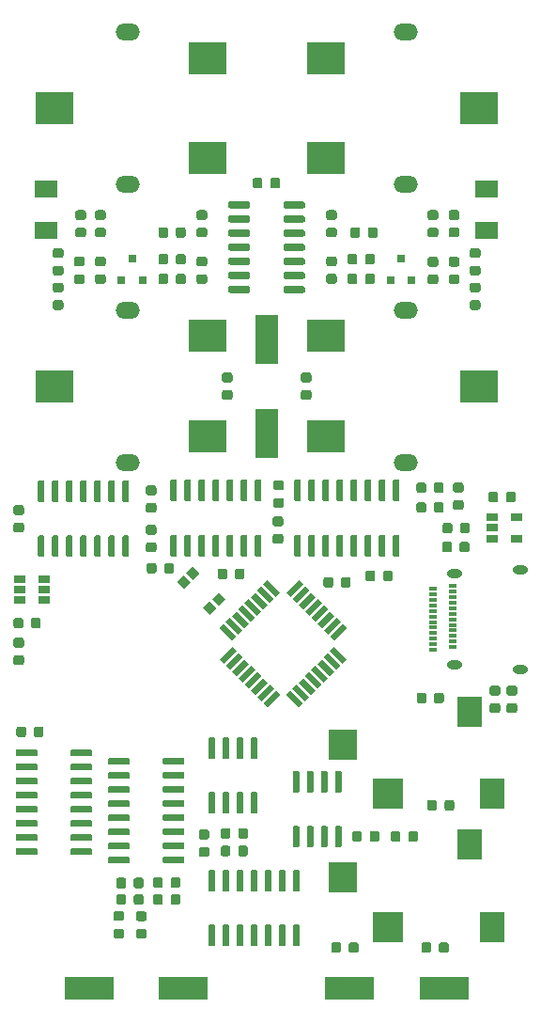
<source format=gbr>
G04 #@! TF.GenerationSoftware,KiCad,Pcbnew,5.1.5+dfsg1-2build2*
G04 #@! TF.CreationDate,2021-08-04T12:07:34+02:00*
G04 #@! TF.ProjectId,OpenThereminV4,4f70656e-5468-4657-9265-6d696e56342e,rev?*
G04 #@! TF.SameCoordinates,Original*
G04 #@! TF.FileFunction,Paste,Bot*
G04 #@! TF.FilePolarity,Positive*
%FSLAX46Y46*%
G04 Gerber Fmt 4.6, Leading zero omitted, Abs format (unit mm)*
G04 Created by KiCad (PCBNEW 5.1.5+dfsg1-2build2) date 2021-08-04 12:07:34*
%MOMM*%
%LPD*%
G04 APERTURE LIST*
%ADD10R,2.800000X2.800000*%
%ADD11R,2.600000X2.800000*%
%ADD12R,2.200000X2.800000*%
%ADD13R,2.000000X1.500000*%
%ADD14O,2.200000X1.500000*%
%ADD15R,3.500000X3.000000*%
%ADD16C,0.100000*%
%ADD17R,0.800100X0.800100*%
%ADD18R,0.700000X0.300000*%
%ADD19O,1.400000X0.800000*%
%ADD20R,4.500000X2.000000*%
%ADD21R,2.000000X4.500000*%
%ADD22R,1.060000X0.650000*%
G04 APERTURE END LIST*
D10*
X110900000Y-137450000D03*
D11*
X106900000Y-133000000D03*
D12*
X120300000Y-137450000D03*
X118300000Y-130050000D03*
D10*
X110900000Y-149450000D03*
D11*
X106900000Y-145000000D03*
D12*
X120300000Y-149450000D03*
X118300000Y-142050000D03*
D13*
X119860000Y-83020000D03*
X119860000Y-86720000D03*
X80140000Y-83020000D03*
X80140000Y-86720000D03*
D14*
X112500000Y-82600000D03*
X112500000Y-68900000D03*
D15*
X119150000Y-75750000D03*
X105350000Y-80250000D03*
X105350000Y-71250000D03*
D14*
X87500000Y-68900000D03*
X87500000Y-82600000D03*
D15*
X80850000Y-75750000D03*
X94650000Y-71250000D03*
X94650000Y-80250000D03*
D14*
X112500000Y-107600000D03*
X112500000Y-93900000D03*
D15*
X119150000Y-100750000D03*
X105350000Y-105250000D03*
X105350000Y-96250000D03*
D14*
X87500000Y-93900000D03*
X87500000Y-107600000D03*
D15*
X80850000Y-100750000D03*
X94650000Y-96250000D03*
X94650000Y-105250000D03*
D16*
G36*
X93145405Y-118407538D02*
G01*
X92544365Y-119008578D01*
X91907969Y-118372182D01*
X92509009Y-117771142D01*
X93145405Y-118407538D01*
G37*
G36*
X95478858Y-120740991D02*
G01*
X94877818Y-121342031D01*
X94241422Y-120705635D01*
X94842462Y-120104595D01*
X95478858Y-120740991D01*
G37*
G36*
X96292031Y-119927818D02*
G01*
X95690991Y-120528858D01*
X95054595Y-119892462D01*
X95655635Y-119291422D01*
X96292031Y-119927818D01*
G37*
G36*
X93958578Y-117594365D02*
G01*
X93357538Y-118195405D01*
X92721142Y-117559009D01*
X93322182Y-116957969D01*
X93958578Y-117594365D01*
G37*
G36*
X100097503Y-129685996D02*
G01*
X99708594Y-129297087D01*
X100839965Y-128165716D01*
X101228874Y-128554625D01*
X100097503Y-129685996D01*
G37*
G36*
X99531818Y-129120310D02*
G01*
X99142909Y-128731401D01*
X100274280Y-127600030D01*
X100663189Y-127988939D01*
X99531818Y-129120310D01*
G37*
G36*
X98966132Y-128554625D02*
G01*
X98577223Y-128165716D01*
X99708594Y-127034345D01*
X100097503Y-127423254D01*
X98966132Y-128554625D01*
G37*
G36*
X98400447Y-127988940D02*
G01*
X98011538Y-127600031D01*
X99142909Y-126468660D01*
X99531818Y-126857569D01*
X98400447Y-127988940D01*
G37*
G36*
X97834761Y-127423254D02*
G01*
X97445852Y-127034345D01*
X98577223Y-125902974D01*
X98966132Y-126291883D01*
X97834761Y-127423254D01*
G37*
G36*
X97269076Y-126857569D02*
G01*
X96880167Y-126468660D01*
X98011538Y-125337289D01*
X98400447Y-125726198D01*
X97269076Y-126857569D01*
G37*
G36*
X96703391Y-126291883D02*
G01*
X96314482Y-125902974D01*
X97445853Y-124771603D01*
X97834762Y-125160512D01*
X96703391Y-126291883D01*
G37*
G36*
X96137705Y-125726198D02*
G01*
X95748796Y-125337289D01*
X96880167Y-124205918D01*
X97269076Y-124594827D01*
X96137705Y-125726198D01*
G37*
G36*
X95748796Y-122544217D02*
G01*
X96137705Y-122155308D01*
X97269076Y-123286679D01*
X96880167Y-123675588D01*
X95748796Y-122544217D01*
G37*
G36*
X96314482Y-121978532D02*
G01*
X96703391Y-121589623D01*
X97834762Y-122720994D01*
X97445853Y-123109903D01*
X96314482Y-121978532D01*
G37*
G36*
X96880167Y-121412846D02*
G01*
X97269076Y-121023937D01*
X98400447Y-122155308D01*
X98011538Y-122544217D01*
X96880167Y-121412846D01*
G37*
G36*
X97445852Y-120847161D02*
G01*
X97834761Y-120458252D01*
X98966132Y-121589623D01*
X98577223Y-121978532D01*
X97445852Y-120847161D01*
G37*
G36*
X98011538Y-120281475D02*
G01*
X98400447Y-119892566D01*
X99531818Y-121023937D01*
X99142909Y-121412846D01*
X98011538Y-120281475D01*
G37*
G36*
X98577223Y-119715790D02*
G01*
X98966132Y-119326881D01*
X100097503Y-120458252D01*
X99708594Y-120847161D01*
X98577223Y-119715790D01*
G37*
G36*
X99142909Y-119150105D02*
G01*
X99531818Y-118761196D01*
X100663189Y-119892567D01*
X100274280Y-120281476D01*
X99142909Y-119150105D01*
G37*
G36*
X99708594Y-118584419D02*
G01*
X100097503Y-118195510D01*
X101228874Y-119326881D01*
X100839965Y-119715790D01*
X99708594Y-118584419D01*
G37*
G36*
X102148113Y-119715790D02*
G01*
X101759204Y-119326881D01*
X102890575Y-118195510D01*
X103279484Y-118584419D01*
X102148113Y-119715790D01*
G37*
G36*
X102713798Y-120281476D02*
G01*
X102324889Y-119892567D01*
X103456260Y-118761196D01*
X103845169Y-119150105D01*
X102713798Y-120281476D01*
G37*
G36*
X103279484Y-120847161D02*
G01*
X102890575Y-120458252D01*
X104021946Y-119326881D01*
X104410855Y-119715790D01*
X103279484Y-120847161D01*
G37*
G36*
X103845169Y-121412846D02*
G01*
X103456260Y-121023937D01*
X104587631Y-119892566D01*
X104976540Y-120281475D01*
X103845169Y-121412846D01*
G37*
G36*
X104410855Y-121978532D02*
G01*
X104021946Y-121589623D01*
X105153317Y-120458252D01*
X105542226Y-120847161D01*
X104410855Y-121978532D01*
G37*
G36*
X104976540Y-122544217D02*
G01*
X104587631Y-122155308D01*
X105719002Y-121023937D01*
X106107911Y-121412846D01*
X104976540Y-122544217D01*
G37*
G36*
X105542225Y-123109903D02*
G01*
X105153316Y-122720994D01*
X106284687Y-121589623D01*
X106673596Y-121978532D01*
X105542225Y-123109903D01*
G37*
G36*
X106107911Y-123675588D02*
G01*
X105719002Y-123286679D01*
X106850373Y-122155308D01*
X107239282Y-122544217D01*
X106107911Y-123675588D01*
G37*
G36*
X105719002Y-124594827D02*
G01*
X106107911Y-124205918D01*
X107239282Y-125337289D01*
X106850373Y-125726198D01*
X105719002Y-124594827D01*
G37*
G36*
X105153316Y-125160512D02*
G01*
X105542225Y-124771603D01*
X106673596Y-125902974D01*
X106284687Y-126291883D01*
X105153316Y-125160512D01*
G37*
G36*
X104587631Y-125726198D02*
G01*
X104976540Y-125337289D01*
X106107911Y-126468660D01*
X105719002Y-126857569D01*
X104587631Y-125726198D01*
G37*
G36*
X104021946Y-126291883D02*
G01*
X104410855Y-125902974D01*
X105542226Y-127034345D01*
X105153317Y-127423254D01*
X104021946Y-126291883D01*
G37*
G36*
X103456260Y-126857569D02*
G01*
X103845169Y-126468660D01*
X104976540Y-127600031D01*
X104587631Y-127988940D01*
X103456260Y-126857569D01*
G37*
G36*
X102890575Y-127423254D02*
G01*
X103279484Y-127034345D01*
X104410855Y-128165716D01*
X104021946Y-128554625D01*
X102890575Y-127423254D01*
G37*
G36*
X102324889Y-127988939D02*
G01*
X102713798Y-127600030D01*
X103845169Y-128731401D01*
X103456260Y-129120310D01*
X102324889Y-127988939D01*
G37*
G36*
X101759204Y-128554625D02*
G01*
X102148113Y-128165716D01*
X103279484Y-129297087D01*
X102890575Y-129685996D01*
X101759204Y-128554625D01*
G37*
G36*
X83386691Y-90673553D02*
G01*
X83407926Y-90676703D01*
X83428750Y-90681919D01*
X83448962Y-90689151D01*
X83468368Y-90698330D01*
X83486781Y-90709366D01*
X83504024Y-90722154D01*
X83519930Y-90736570D01*
X83534346Y-90752476D01*
X83547134Y-90769719D01*
X83558170Y-90788132D01*
X83567349Y-90807538D01*
X83574581Y-90827750D01*
X83579797Y-90848574D01*
X83582947Y-90869809D01*
X83584000Y-90891250D01*
X83584000Y-91328750D01*
X83582947Y-91350191D01*
X83579797Y-91371426D01*
X83574581Y-91392250D01*
X83567349Y-91412462D01*
X83558170Y-91431868D01*
X83547134Y-91450281D01*
X83534346Y-91467524D01*
X83519930Y-91483430D01*
X83504024Y-91497846D01*
X83486781Y-91510634D01*
X83468368Y-91521670D01*
X83448962Y-91530849D01*
X83428750Y-91538081D01*
X83407926Y-91543297D01*
X83386691Y-91546447D01*
X83365250Y-91547500D01*
X82852750Y-91547500D01*
X82831309Y-91546447D01*
X82810074Y-91543297D01*
X82789250Y-91538081D01*
X82769038Y-91530849D01*
X82749632Y-91521670D01*
X82731219Y-91510634D01*
X82713976Y-91497846D01*
X82698070Y-91483430D01*
X82683654Y-91467524D01*
X82670866Y-91450281D01*
X82659830Y-91431868D01*
X82650651Y-91412462D01*
X82643419Y-91392250D01*
X82638203Y-91371426D01*
X82635053Y-91350191D01*
X82634000Y-91328750D01*
X82634000Y-90891250D01*
X82635053Y-90869809D01*
X82638203Y-90848574D01*
X82643419Y-90827750D01*
X82650651Y-90807538D01*
X82659830Y-90788132D01*
X82670866Y-90769719D01*
X82683654Y-90752476D01*
X82698070Y-90736570D01*
X82713976Y-90722154D01*
X82731219Y-90709366D01*
X82749632Y-90698330D01*
X82769038Y-90689151D01*
X82789250Y-90681919D01*
X82810074Y-90676703D01*
X82831309Y-90673553D01*
X82852750Y-90672500D01*
X83365250Y-90672500D01*
X83386691Y-90673553D01*
G37*
G36*
X83386691Y-89098553D02*
G01*
X83407926Y-89101703D01*
X83428750Y-89106919D01*
X83448962Y-89114151D01*
X83468368Y-89123330D01*
X83486781Y-89134366D01*
X83504024Y-89147154D01*
X83519930Y-89161570D01*
X83534346Y-89177476D01*
X83547134Y-89194719D01*
X83558170Y-89213132D01*
X83567349Y-89232538D01*
X83574581Y-89252750D01*
X83579797Y-89273574D01*
X83582947Y-89294809D01*
X83584000Y-89316250D01*
X83584000Y-89753750D01*
X83582947Y-89775191D01*
X83579797Y-89796426D01*
X83574581Y-89817250D01*
X83567349Y-89837462D01*
X83558170Y-89856868D01*
X83547134Y-89875281D01*
X83534346Y-89892524D01*
X83519930Y-89908430D01*
X83504024Y-89922846D01*
X83486781Y-89935634D01*
X83468368Y-89946670D01*
X83448962Y-89955849D01*
X83428750Y-89963081D01*
X83407926Y-89968297D01*
X83386691Y-89971447D01*
X83365250Y-89972500D01*
X82852750Y-89972500D01*
X82831309Y-89971447D01*
X82810074Y-89968297D01*
X82789250Y-89963081D01*
X82769038Y-89955849D01*
X82749632Y-89946670D01*
X82731219Y-89935634D01*
X82713976Y-89922846D01*
X82698070Y-89908430D01*
X82683654Y-89892524D01*
X82670866Y-89875281D01*
X82659830Y-89856868D01*
X82650651Y-89837462D01*
X82643419Y-89817250D01*
X82638203Y-89796426D01*
X82635053Y-89775191D01*
X82634000Y-89753750D01*
X82634000Y-89316250D01*
X82635053Y-89294809D01*
X82638203Y-89273574D01*
X82643419Y-89252750D01*
X82650651Y-89232538D01*
X82659830Y-89213132D01*
X82670866Y-89194719D01*
X82683654Y-89177476D01*
X82698070Y-89161570D01*
X82713976Y-89147154D01*
X82731219Y-89134366D01*
X82749632Y-89123330D01*
X82769038Y-89114151D01*
X82789250Y-89106919D01*
X82810074Y-89101703D01*
X82831309Y-89098553D01*
X82852750Y-89097500D01*
X83365250Y-89097500D01*
X83386691Y-89098553D01*
G37*
G36*
X117168691Y-86482553D02*
G01*
X117189926Y-86485703D01*
X117210750Y-86490919D01*
X117230962Y-86498151D01*
X117250368Y-86507330D01*
X117268781Y-86518366D01*
X117286024Y-86531154D01*
X117301930Y-86545570D01*
X117316346Y-86561476D01*
X117329134Y-86578719D01*
X117340170Y-86597132D01*
X117349349Y-86616538D01*
X117356581Y-86636750D01*
X117361797Y-86657574D01*
X117364947Y-86678809D01*
X117366000Y-86700250D01*
X117366000Y-87137750D01*
X117364947Y-87159191D01*
X117361797Y-87180426D01*
X117356581Y-87201250D01*
X117349349Y-87221462D01*
X117340170Y-87240868D01*
X117329134Y-87259281D01*
X117316346Y-87276524D01*
X117301930Y-87292430D01*
X117286024Y-87306846D01*
X117268781Y-87319634D01*
X117250368Y-87330670D01*
X117230962Y-87339849D01*
X117210750Y-87347081D01*
X117189926Y-87352297D01*
X117168691Y-87355447D01*
X117147250Y-87356500D01*
X116634750Y-87356500D01*
X116613309Y-87355447D01*
X116592074Y-87352297D01*
X116571250Y-87347081D01*
X116551038Y-87339849D01*
X116531632Y-87330670D01*
X116513219Y-87319634D01*
X116495976Y-87306846D01*
X116480070Y-87292430D01*
X116465654Y-87276524D01*
X116452866Y-87259281D01*
X116441830Y-87240868D01*
X116432651Y-87221462D01*
X116425419Y-87201250D01*
X116420203Y-87180426D01*
X116417053Y-87159191D01*
X116416000Y-87137750D01*
X116416000Y-86700250D01*
X116417053Y-86678809D01*
X116420203Y-86657574D01*
X116425419Y-86636750D01*
X116432651Y-86616538D01*
X116441830Y-86597132D01*
X116452866Y-86578719D01*
X116465654Y-86561476D01*
X116480070Y-86545570D01*
X116495976Y-86531154D01*
X116513219Y-86518366D01*
X116531632Y-86507330D01*
X116551038Y-86498151D01*
X116571250Y-86490919D01*
X116592074Y-86485703D01*
X116613309Y-86482553D01*
X116634750Y-86481500D01*
X117147250Y-86481500D01*
X117168691Y-86482553D01*
G37*
G36*
X117168691Y-84907553D02*
G01*
X117189926Y-84910703D01*
X117210750Y-84915919D01*
X117230962Y-84923151D01*
X117250368Y-84932330D01*
X117268781Y-84943366D01*
X117286024Y-84956154D01*
X117301930Y-84970570D01*
X117316346Y-84986476D01*
X117329134Y-85003719D01*
X117340170Y-85022132D01*
X117349349Y-85041538D01*
X117356581Y-85061750D01*
X117361797Y-85082574D01*
X117364947Y-85103809D01*
X117366000Y-85125250D01*
X117366000Y-85562750D01*
X117364947Y-85584191D01*
X117361797Y-85605426D01*
X117356581Y-85626250D01*
X117349349Y-85646462D01*
X117340170Y-85665868D01*
X117329134Y-85684281D01*
X117316346Y-85701524D01*
X117301930Y-85717430D01*
X117286024Y-85731846D01*
X117268781Y-85744634D01*
X117250368Y-85755670D01*
X117230962Y-85764849D01*
X117210750Y-85772081D01*
X117189926Y-85777297D01*
X117168691Y-85780447D01*
X117147250Y-85781500D01*
X116634750Y-85781500D01*
X116613309Y-85780447D01*
X116592074Y-85777297D01*
X116571250Y-85772081D01*
X116551038Y-85764849D01*
X116531632Y-85755670D01*
X116513219Y-85744634D01*
X116495976Y-85731846D01*
X116480070Y-85717430D01*
X116465654Y-85701524D01*
X116452866Y-85684281D01*
X116441830Y-85665868D01*
X116432651Y-85646462D01*
X116425419Y-85626250D01*
X116420203Y-85605426D01*
X116417053Y-85584191D01*
X116416000Y-85562750D01*
X116416000Y-85125250D01*
X116417053Y-85103809D01*
X116420203Y-85082574D01*
X116425419Y-85061750D01*
X116432651Y-85041538D01*
X116441830Y-85022132D01*
X116452866Y-85003719D01*
X116465654Y-84986476D01*
X116480070Y-84970570D01*
X116495976Y-84956154D01*
X116513219Y-84943366D01*
X116531632Y-84932330D01*
X116551038Y-84923151D01*
X116571250Y-84915919D01*
X116592074Y-84910703D01*
X116613309Y-84907553D01*
X116634750Y-84906500D01*
X117147250Y-84906500D01*
X117168691Y-84907553D01*
G37*
G36*
X107961691Y-88858053D02*
G01*
X107982926Y-88861203D01*
X108003750Y-88866419D01*
X108023962Y-88873651D01*
X108043368Y-88882830D01*
X108061781Y-88893866D01*
X108079024Y-88906654D01*
X108094930Y-88921070D01*
X108109346Y-88936976D01*
X108122134Y-88954219D01*
X108133170Y-88972632D01*
X108142349Y-88992038D01*
X108149581Y-89012250D01*
X108154797Y-89033074D01*
X108157947Y-89054309D01*
X108159000Y-89075750D01*
X108159000Y-89588250D01*
X108157947Y-89609691D01*
X108154797Y-89630926D01*
X108149581Y-89651750D01*
X108142349Y-89671962D01*
X108133170Y-89691368D01*
X108122134Y-89709781D01*
X108109346Y-89727024D01*
X108094930Y-89742930D01*
X108079024Y-89757346D01*
X108061781Y-89770134D01*
X108043368Y-89781170D01*
X108023962Y-89790349D01*
X108003750Y-89797581D01*
X107982926Y-89802797D01*
X107961691Y-89805947D01*
X107940250Y-89807000D01*
X107502750Y-89807000D01*
X107481309Y-89805947D01*
X107460074Y-89802797D01*
X107439250Y-89797581D01*
X107419038Y-89790349D01*
X107399632Y-89781170D01*
X107381219Y-89770134D01*
X107363976Y-89757346D01*
X107348070Y-89742930D01*
X107333654Y-89727024D01*
X107320866Y-89709781D01*
X107309830Y-89691368D01*
X107300651Y-89671962D01*
X107293419Y-89651750D01*
X107288203Y-89630926D01*
X107285053Y-89609691D01*
X107284000Y-89588250D01*
X107284000Y-89075750D01*
X107285053Y-89054309D01*
X107288203Y-89033074D01*
X107293419Y-89012250D01*
X107300651Y-88992038D01*
X107309830Y-88972632D01*
X107320866Y-88954219D01*
X107333654Y-88936976D01*
X107348070Y-88921070D01*
X107363976Y-88906654D01*
X107381219Y-88893866D01*
X107399632Y-88882830D01*
X107419038Y-88873651D01*
X107439250Y-88866419D01*
X107460074Y-88861203D01*
X107481309Y-88858053D01*
X107502750Y-88857000D01*
X107940250Y-88857000D01*
X107961691Y-88858053D01*
G37*
G36*
X109536691Y-88858053D02*
G01*
X109557926Y-88861203D01*
X109578750Y-88866419D01*
X109598962Y-88873651D01*
X109618368Y-88882830D01*
X109636781Y-88893866D01*
X109654024Y-88906654D01*
X109669930Y-88921070D01*
X109684346Y-88936976D01*
X109697134Y-88954219D01*
X109708170Y-88972632D01*
X109717349Y-88992038D01*
X109724581Y-89012250D01*
X109729797Y-89033074D01*
X109732947Y-89054309D01*
X109734000Y-89075750D01*
X109734000Y-89588250D01*
X109732947Y-89609691D01*
X109729797Y-89630926D01*
X109724581Y-89651750D01*
X109717349Y-89671962D01*
X109708170Y-89691368D01*
X109697134Y-89709781D01*
X109684346Y-89727024D01*
X109669930Y-89742930D01*
X109654024Y-89757346D01*
X109636781Y-89770134D01*
X109618368Y-89781170D01*
X109598962Y-89790349D01*
X109578750Y-89797581D01*
X109557926Y-89802797D01*
X109536691Y-89805947D01*
X109515250Y-89807000D01*
X109077750Y-89807000D01*
X109056309Y-89805947D01*
X109035074Y-89802797D01*
X109014250Y-89797581D01*
X108994038Y-89790349D01*
X108974632Y-89781170D01*
X108956219Y-89770134D01*
X108938976Y-89757346D01*
X108923070Y-89742930D01*
X108908654Y-89727024D01*
X108895866Y-89709781D01*
X108884830Y-89691368D01*
X108875651Y-89671962D01*
X108868419Y-89651750D01*
X108863203Y-89630926D01*
X108860053Y-89609691D01*
X108859000Y-89588250D01*
X108859000Y-89075750D01*
X108860053Y-89054309D01*
X108863203Y-89033074D01*
X108868419Y-89012250D01*
X108875651Y-88992038D01*
X108884830Y-88972632D01*
X108895866Y-88954219D01*
X108908654Y-88936976D01*
X108923070Y-88921070D01*
X108938976Y-88906654D01*
X108956219Y-88893866D01*
X108974632Y-88882830D01*
X108994038Y-88873651D01*
X109014250Y-88866419D01*
X109035074Y-88861203D01*
X109056309Y-88858053D01*
X109077750Y-88857000D01*
X109515250Y-88857000D01*
X109536691Y-88858053D01*
G37*
G36*
X115263691Y-90699053D02*
G01*
X115284926Y-90702203D01*
X115305750Y-90707419D01*
X115325962Y-90714651D01*
X115345368Y-90723830D01*
X115363781Y-90734866D01*
X115381024Y-90747654D01*
X115396930Y-90762070D01*
X115411346Y-90777976D01*
X115424134Y-90795219D01*
X115435170Y-90813632D01*
X115444349Y-90833038D01*
X115451581Y-90853250D01*
X115456797Y-90874074D01*
X115459947Y-90895309D01*
X115461000Y-90916750D01*
X115461000Y-91354250D01*
X115459947Y-91375691D01*
X115456797Y-91396926D01*
X115451581Y-91417750D01*
X115444349Y-91437962D01*
X115435170Y-91457368D01*
X115424134Y-91475781D01*
X115411346Y-91493024D01*
X115396930Y-91508930D01*
X115381024Y-91523346D01*
X115363781Y-91536134D01*
X115345368Y-91547170D01*
X115325962Y-91556349D01*
X115305750Y-91563581D01*
X115284926Y-91568797D01*
X115263691Y-91571947D01*
X115242250Y-91573000D01*
X114729750Y-91573000D01*
X114708309Y-91571947D01*
X114687074Y-91568797D01*
X114666250Y-91563581D01*
X114646038Y-91556349D01*
X114626632Y-91547170D01*
X114608219Y-91536134D01*
X114590976Y-91523346D01*
X114575070Y-91508930D01*
X114560654Y-91493024D01*
X114547866Y-91475781D01*
X114536830Y-91457368D01*
X114527651Y-91437962D01*
X114520419Y-91417750D01*
X114515203Y-91396926D01*
X114512053Y-91375691D01*
X114511000Y-91354250D01*
X114511000Y-90916750D01*
X114512053Y-90895309D01*
X114515203Y-90874074D01*
X114520419Y-90853250D01*
X114527651Y-90833038D01*
X114536830Y-90813632D01*
X114547866Y-90795219D01*
X114560654Y-90777976D01*
X114575070Y-90762070D01*
X114590976Y-90747654D01*
X114608219Y-90734866D01*
X114626632Y-90723830D01*
X114646038Y-90714651D01*
X114666250Y-90707419D01*
X114687074Y-90702203D01*
X114708309Y-90699053D01*
X114729750Y-90698000D01*
X115242250Y-90698000D01*
X115263691Y-90699053D01*
G37*
G36*
X115263691Y-89124053D02*
G01*
X115284926Y-89127203D01*
X115305750Y-89132419D01*
X115325962Y-89139651D01*
X115345368Y-89148830D01*
X115363781Y-89159866D01*
X115381024Y-89172654D01*
X115396930Y-89187070D01*
X115411346Y-89202976D01*
X115424134Y-89220219D01*
X115435170Y-89238632D01*
X115444349Y-89258038D01*
X115451581Y-89278250D01*
X115456797Y-89299074D01*
X115459947Y-89320309D01*
X115461000Y-89341750D01*
X115461000Y-89779250D01*
X115459947Y-89800691D01*
X115456797Y-89821926D01*
X115451581Y-89842750D01*
X115444349Y-89862962D01*
X115435170Y-89882368D01*
X115424134Y-89900781D01*
X115411346Y-89918024D01*
X115396930Y-89933930D01*
X115381024Y-89948346D01*
X115363781Y-89961134D01*
X115345368Y-89972170D01*
X115325962Y-89981349D01*
X115305750Y-89988581D01*
X115284926Y-89993797D01*
X115263691Y-89996947D01*
X115242250Y-89998000D01*
X114729750Y-89998000D01*
X114708309Y-89996947D01*
X114687074Y-89993797D01*
X114666250Y-89988581D01*
X114646038Y-89981349D01*
X114626632Y-89972170D01*
X114608219Y-89961134D01*
X114590976Y-89948346D01*
X114575070Y-89933930D01*
X114560654Y-89918024D01*
X114547866Y-89900781D01*
X114536830Y-89882368D01*
X114527651Y-89862962D01*
X114520419Y-89842750D01*
X114515203Y-89821926D01*
X114512053Y-89800691D01*
X114511000Y-89779250D01*
X114511000Y-89341750D01*
X114512053Y-89320309D01*
X114515203Y-89299074D01*
X114520419Y-89278250D01*
X114527651Y-89258038D01*
X114536830Y-89238632D01*
X114547866Y-89220219D01*
X114560654Y-89202976D01*
X114575070Y-89187070D01*
X114590976Y-89172654D01*
X114608219Y-89159866D01*
X114626632Y-89148830D01*
X114646038Y-89139651D01*
X114666250Y-89132419D01*
X114687074Y-89127203D01*
X114708309Y-89124053D01*
X114729750Y-89123000D01*
X115242250Y-89123000D01*
X115263691Y-89124053D01*
G37*
G36*
X117168691Y-90699053D02*
G01*
X117189926Y-90702203D01*
X117210750Y-90707419D01*
X117230962Y-90714651D01*
X117250368Y-90723830D01*
X117268781Y-90734866D01*
X117286024Y-90747654D01*
X117301930Y-90762070D01*
X117316346Y-90777976D01*
X117329134Y-90795219D01*
X117340170Y-90813632D01*
X117349349Y-90833038D01*
X117356581Y-90853250D01*
X117361797Y-90874074D01*
X117364947Y-90895309D01*
X117366000Y-90916750D01*
X117366000Y-91354250D01*
X117364947Y-91375691D01*
X117361797Y-91396926D01*
X117356581Y-91417750D01*
X117349349Y-91437962D01*
X117340170Y-91457368D01*
X117329134Y-91475781D01*
X117316346Y-91493024D01*
X117301930Y-91508930D01*
X117286024Y-91523346D01*
X117268781Y-91536134D01*
X117250368Y-91547170D01*
X117230962Y-91556349D01*
X117210750Y-91563581D01*
X117189926Y-91568797D01*
X117168691Y-91571947D01*
X117147250Y-91573000D01*
X116634750Y-91573000D01*
X116613309Y-91571947D01*
X116592074Y-91568797D01*
X116571250Y-91563581D01*
X116551038Y-91556349D01*
X116531632Y-91547170D01*
X116513219Y-91536134D01*
X116495976Y-91523346D01*
X116480070Y-91508930D01*
X116465654Y-91493024D01*
X116452866Y-91475781D01*
X116441830Y-91457368D01*
X116432651Y-91437962D01*
X116425419Y-91417750D01*
X116420203Y-91396926D01*
X116417053Y-91375691D01*
X116416000Y-91354250D01*
X116416000Y-90916750D01*
X116417053Y-90895309D01*
X116420203Y-90874074D01*
X116425419Y-90853250D01*
X116432651Y-90833038D01*
X116441830Y-90813632D01*
X116452866Y-90795219D01*
X116465654Y-90777976D01*
X116480070Y-90762070D01*
X116495976Y-90747654D01*
X116513219Y-90734866D01*
X116531632Y-90723830D01*
X116551038Y-90714651D01*
X116571250Y-90707419D01*
X116592074Y-90702203D01*
X116613309Y-90699053D01*
X116634750Y-90698000D01*
X117147250Y-90698000D01*
X117168691Y-90699053D01*
G37*
G36*
X117168691Y-89124053D02*
G01*
X117189926Y-89127203D01*
X117210750Y-89132419D01*
X117230962Y-89139651D01*
X117250368Y-89148830D01*
X117268781Y-89159866D01*
X117286024Y-89172654D01*
X117301930Y-89187070D01*
X117316346Y-89202976D01*
X117329134Y-89220219D01*
X117340170Y-89238632D01*
X117349349Y-89258038D01*
X117356581Y-89278250D01*
X117361797Y-89299074D01*
X117364947Y-89320309D01*
X117366000Y-89341750D01*
X117366000Y-89779250D01*
X117364947Y-89800691D01*
X117361797Y-89821926D01*
X117356581Y-89842750D01*
X117349349Y-89862962D01*
X117340170Y-89882368D01*
X117329134Y-89900781D01*
X117316346Y-89918024D01*
X117301930Y-89933930D01*
X117286024Y-89948346D01*
X117268781Y-89961134D01*
X117250368Y-89972170D01*
X117230962Y-89981349D01*
X117210750Y-89988581D01*
X117189926Y-89993797D01*
X117168691Y-89996947D01*
X117147250Y-89998000D01*
X116634750Y-89998000D01*
X116613309Y-89996947D01*
X116592074Y-89993797D01*
X116571250Y-89988581D01*
X116551038Y-89981349D01*
X116531632Y-89972170D01*
X116513219Y-89961134D01*
X116495976Y-89948346D01*
X116480070Y-89933930D01*
X116465654Y-89918024D01*
X116452866Y-89900781D01*
X116441830Y-89882368D01*
X116432651Y-89862962D01*
X116425419Y-89842750D01*
X116420203Y-89821926D01*
X116417053Y-89800691D01*
X116416000Y-89779250D01*
X116416000Y-89341750D01*
X116417053Y-89320309D01*
X116420203Y-89299074D01*
X116425419Y-89278250D01*
X116432651Y-89258038D01*
X116441830Y-89238632D01*
X116452866Y-89220219D01*
X116465654Y-89202976D01*
X116480070Y-89187070D01*
X116495976Y-89172654D01*
X116513219Y-89159866D01*
X116531632Y-89148830D01*
X116551038Y-89139651D01*
X116571250Y-89132419D01*
X116592074Y-89127203D01*
X116613309Y-89124053D01*
X116634750Y-89123000D01*
X117147250Y-89123000D01*
X117168691Y-89124053D01*
G37*
G36*
X119073691Y-91435553D02*
G01*
X119094926Y-91438703D01*
X119115750Y-91443919D01*
X119135962Y-91451151D01*
X119155368Y-91460330D01*
X119173781Y-91471366D01*
X119191024Y-91484154D01*
X119206930Y-91498570D01*
X119221346Y-91514476D01*
X119234134Y-91531719D01*
X119245170Y-91550132D01*
X119254349Y-91569538D01*
X119261581Y-91589750D01*
X119266797Y-91610574D01*
X119269947Y-91631809D01*
X119271000Y-91653250D01*
X119271000Y-92090750D01*
X119269947Y-92112191D01*
X119266797Y-92133426D01*
X119261581Y-92154250D01*
X119254349Y-92174462D01*
X119245170Y-92193868D01*
X119234134Y-92212281D01*
X119221346Y-92229524D01*
X119206930Y-92245430D01*
X119191024Y-92259846D01*
X119173781Y-92272634D01*
X119155368Y-92283670D01*
X119135962Y-92292849D01*
X119115750Y-92300081D01*
X119094926Y-92305297D01*
X119073691Y-92308447D01*
X119052250Y-92309500D01*
X118539750Y-92309500D01*
X118518309Y-92308447D01*
X118497074Y-92305297D01*
X118476250Y-92300081D01*
X118456038Y-92292849D01*
X118436632Y-92283670D01*
X118418219Y-92272634D01*
X118400976Y-92259846D01*
X118385070Y-92245430D01*
X118370654Y-92229524D01*
X118357866Y-92212281D01*
X118346830Y-92193868D01*
X118337651Y-92174462D01*
X118330419Y-92154250D01*
X118325203Y-92133426D01*
X118322053Y-92112191D01*
X118321000Y-92090750D01*
X118321000Y-91653250D01*
X118322053Y-91631809D01*
X118325203Y-91610574D01*
X118330419Y-91589750D01*
X118337651Y-91569538D01*
X118346830Y-91550132D01*
X118357866Y-91531719D01*
X118370654Y-91514476D01*
X118385070Y-91498570D01*
X118400976Y-91484154D01*
X118418219Y-91471366D01*
X118436632Y-91460330D01*
X118456038Y-91451151D01*
X118476250Y-91443919D01*
X118497074Y-91438703D01*
X118518309Y-91435553D01*
X118539750Y-91434500D01*
X119052250Y-91434500D01*
X119073691Y-91435553D01*
G37*
G36*
X119073691Y-93010553D02*
G01*
X119094926Y-93013703D01*
X119115750Y-93018919D01*
X119135962Y-93026151D01*
X119155368Y-93035330D01*
X119173781Y-93046366D01*
X119191024Y-93059154D01*
X119206930Y-93073570D01*
X119221346Y-93089476D01*
X119234134Y-93106719D01*
X119245170Y-93125132D01*
X119254349Y-93144538D01*
X119261581Y-93164750D01*
X119266797Y-93185574D01*
X119269947Y-93206809D01*
X119271000Y-93228250D01*
X119271000Y-93665750D01*
X119269947Y-93687191D01*
X119266797Y-93708426D01*
X119261581Y-93729250D01*
X119254349Y-93749462D01*
X119245170Y-93768868D01*
X119234134Y-93787281D01*
X119221346Y-93804524D01*
X119206930Y-93820430D01*
X119191024Y-93834846D01*
X119173781Y-93847634D01*
X119155368Y-93858670D01*
X119135962Y-93867849D01*
X119115750Y-93875081D01*
X119094926Y-93880297D01*
X119073691Y-93883447D01*
X119052250Y-93884500D01*
X118539750Y-93884500D01*
X118518309Y-93883447D01*
X118497074Y-93880297D01*
X118476250Y-93875081D01*
X118456038Y-93867849D01*
X118436632Y-93858670D01*
X118418219Y-93847634D01*
X118400976Y-93834846D01*
X118385070Y-93820430D01*
X118370654Y-93804524D01*
X118357866Y-93787281D01*
X118346830Y-93768868D01*
X118337651Y-93749462D01*
X118330419Y-93729250D01*
X118325203Y-93708426D01*
X118322053Y-93687191D01*
X118321000Y-93665750D01*
X118321000Y-93228250D01*
X118322053Y-93206809D01*
X118325203Y-93185574D01*
X118330419Y-93164750D01*
X118337651Y-93144538D01*
X118346830Y-93125132D01*
X118357866Y-93106719D01*
X118370654Y-93089476D01*
X118385070Y-93073570D01*
X118400976Y-93059154D01*
X118418219Y-93046366D01*
X118436632Y-93035330D01*
X118456038Y-93026151D01*
X118476250Y-93018919D01*
X118497074Y-93013703D01*
X118518309Y-93010553D01*
X118539750Y-93009500D01*
X119052250Y-93009500D01*
X119073691Y-93010553D01*
G37*
D17*
X113076000Y-91250760D03*
X111176000Y-91250760D03*
X112126000Y-89251780D03*
D16*
G36*
X115263691Y-84907553D02*
G01*
X115284926Y-84910703D01*
X115305750Y-84915919D01*
X115325962Y-84923151D01*
X115345368Y-84932330D01*
X115363781Y-84943366D01*
X115381024Y-84956154D01*
X115396930Y-84970570D01*
X115411346Y-84986476D01*
X115424134Y-85003719D01*
X115435170Y-85022132D01*
X115444349Y-85041538D01*
X115451581Y-85061750D01*
X115456797Y-85082574D01*
X115459947Y-85103809D01*
X115461000Y-85125250D01*
X115461000Y-85562750D01*
X115459947Y-85584191D01*
X115456797Y-85605426D01*
X115451581Y-85626250D01*
X115444349Y-85646462D01*
X115435170Y-85665868D01*
X115424134Y-85684281D01*
X115411346Y-85701524D01*
X115396930Y-85717430D01*
X115381024Y-85731846D01*
X115363781Y-85744634D01*
X115345368Y-85755670D01*
X115325962Y-85764849D01*
X115305750Y-85772081D01*
X115284926Y-85777297D01*
X115263691Y-85780447D01*
X115242250Y-85781500D01*
X114729750Y-85781500D01*
X114708309Y-85780447D01*
X114687074Y-85777297D01*
X114666250Y-85772081D01*
X114646038Y-85764849D01*
X114626632Y-85755670D01*
X114608219Y-85744634D01*
X114590976Y-85731846D01*
X114575070Y-85717430D01*
X114560654Y-85701524D01*
X114547866Y-85684281D01*
X114536830Y-85665868D01*
X114527651Y-85646462D01*
X114520419Y-85626250D01*
X114515203Y-85605426D01*
X114512053Y-85584191D01*
X114511000Y-85562750D01*
X114511000Y-85125250D01*
X114512053Y-85103809D01*
X114515203Y-85082574D01*
X114520419Y-85061750D01*
X114527651Y-85041538D01*
X114536830Y-85022132D01*
X114547866Y-85003719D01*
X114560654Y-84986476D01*
X114575070Y-84970570D01*
X114590976Y-84956154D01*
X114608219Y-84943366D01*
X114626632Y-84932330D01*
X114646038Y-84923151D01*
X114666250Y-84915919D01*
X114687074Y-84910703D01*
X114708309Y-84907553D01*
X114729750Y-84906500D01*
X115242250Y-84906500D01*
X115263691Y-84907553D01*
G37*
G36*
X115263691Y-86482553D02*
G01*
X115284926Y-86485703D01*
X115305750Y-86490919D01*
X115325962Y-86498151D01*
X115345368Y-86507330D01*
X115363781Y-86518366D01*
X115381024Y-86531154D01*
X115396930Y-86545570D01*
X115411346Y-86561476D01*
X115424134Y-86578719D01*
X115435170Y-86597132D01*
X115444349Y-86616538D01*
X115451581Y-86636750D01*
X115456797Y-86657574D01*
X115459947Y-86678809D01*
X115461000Y-86700250D01*
X115461000Y-87137750D01*
X115459947Y-87159191D01*
X115456797Y-87180426D01*
X115451581Y-87201250D01*
X115444349Y-87221462D01*
X115435170Y-87240868D01*
X115424134Y-87259281D01*
X115411346Y-87276524D01*
X115396930Y-87292430D01*
X115381024Y-87306846D01*
X115363781Y-87319634D01*
X115345368Y-87330670D01*
X115325962Y-87339849D01*
X115305750Y-87347081D01*
X115284926Y-87352297D01*
X115263691Y-87355447D01*
X115242250Y-87356500D01*
X114729750Y-87356500D01*
X114708309Y-87355447D01*
X114687074Y-87352297D01*
X114666250Y-87347081D01*
X114646038Y-87339849D01*
X114626632Y-87330670D01*
X114608219Y-87319634D01*
X114590976Y-87306846D01*
X114575070Y-87292430D01*
X114560654Y-87276524D01*
X114547866Y-87259281D01*
X114536830Y-87240868D01*
X114527651Y-87221462D01*
X114520419Y-87201250D01*
X114515203Y-87180426D01*
X114512053Y-87159191D01*
X114511000Y-87137750D01*
X114511000Y-86700250D01*
X114512053Y-86678809D01*
X114515203Y-86657574D01*
X114520419Y-86636750D01*
X114527651Y-86616538D01*
X114536830Y-86597132D01*
X114547866Y-86578719D01*
X114560654Y-86561476D01*
X114575070Y-86545570D01*
X114590976Y-86531154D01*
X114608219Y-86518366D01*
X114626632Y-86507330D01*
X114646038Y-86498151D01*
X114666250Y-86490919D01*
X114687074Y-86485703D01*
X114708309Y-86482553D01*
X114729750Y-86481500D01*
X115242250Y-86481500D01*
X115263691Y-86482553D01*
G37*
G36*
X119073691Y-88336553D02*
G01*
X119094926Y-88339703D01*
X119115750Y-88344919D01*
X119135962Y-88352151D01*
X119155368Y-88361330D01*
X119173781Y-88372366D01*
X119191024Y-88385154D01*
X119206930Y-88399570D01*
X119221346Y-88415476D01*
X119234134Y-88432719D01*
X119245170Y-88451132D01*
X119254349Y-88470538D01*
X119261581Y-88490750D01*
X119266797Y-88511574D01*
X119269947Y-88532809D01*
X119271000Y-88554250D01*
X119271000Y-88991750D01*
X119269947Y-89013191D01*
X119266797Y-89034426D01*
X119261581Y-89055250D01*
X119254349Y-89075462D01*
X119245170Y-89094868D01*
X119234134Y-89113281D01*
X119221346Y-89130524D01*
X119206930Y-89146430D01*
X119191024Y-89160846D01*
X119173781Y-89173634D01*
X119155368Y-89184670D01*
X119135962Y-89193849D01*
X119115750Y-89201081D01*
X119094926Y-89206297D01*
X119073691Y-89209447D01*
X119052250Y-89210500D01*
X118539750Y-89210500D01*
X118518309Y-89209447D01*
X118497074Y-89206297D01*
X118476250Y-89201081D01*
X118456038Y-89193849D01*
X118436632Y-89184670D01*
X118418219Y-89173634D01*
X118400976Y-89160846D01*
X118385070Y-89146430D01*
X118370654Y-89130524D01*
X118357866Y-89113281D01*
X118346830Y-89094868D01*
X118337651Y-89075462D01*
X118330419Y-89055250D01*
X118325203Y-89034426D01*
X118322053Y-89013191D01*
X118321000Y-88991750D01*
X118321000Y-88554250D01*
X118322053Y-88532809D01*
X118325203Y-88511574D01*
X118330419Y-88490750D01*
X118337651Y-88470538D01*
X118346830Y-88451132D01*
X118357866Y-88432719D01*
X118370654Y-88415476D01*
X118385070Y-88399570D01*
X118400976Y-88385154D01*
X118418219Y-88372366D01*
X118436632Y-88361330D01*
X118456038Y-88352151D01*
X118476250Y-88344919D01*
X118497074Y-88339703D01*
X118518309Y-88336553D01*
X118539750Y-88335500D01*
X119052250Y-88335500D01*
X119073691Y-88336553D01*
G37*
G36*
X119073691Y-89911553D02*
G01*
X119094926Y-89914703D01*
X119115750Y-89919919D01*
X119135962Y-89927151D01*
X119155368Y-89936330D01*
X119173781Y-89947366D01*
X119191024Y-89960154D01*
X119206930Y-89974570D01*
X119221346Y-89990476D01*
X119234134Y-90007719D01*
X119245170Y-90026132D01*
X119254349Y-90045538D01*
X119261581Y-90065750D01*
X119266797Y-90086574D01*
X119269947Y-90107809D01*
X119271000Y-90129250D01*
X119271000Y-90566750D01*
X119269947Y-90588191D01*
X119266797Y-90609426D01*
X119261581Y-90630250D01*
X119254349Y-90650462D01*
X119245170Y-90669868D01*
X119234134Y-90688281D01*
X119221346Y-90705524D01*
X119206930Y-90721430D01*
X119191024Y-90735846D01*
X119173781Y-90748634D01*
X119155368Y-90759670D01*
X119135962Y-90768849D01*
X119115750Y-90776081D01*
X119094926Y-90781297D01*
X119073691Y-90784447D01*
X119052250Y-90785500D01*
X118539750Y-90785500D01*
X118518309Y-90784447D01*
X118497074Y-90781297D01*
X118476250Y-90776081D01*
X118456038Y-90768849D01*
X118436632Y-90759670D01*
X118418219Y-90748634D01*
X118400976Y-90735846D01*
X118385070Y-90721430D01*
X118370654Y-90705524D01*
X118357866Y-90688281D01*
X118346830Y-90669868D01*
X118337651Y-90650462D01*
X118330419Y-90630250D01*
X118325203Y-90609426D01*
X118322053Y-90588191D01*
X118321000Y-90566750D01*
X118321000Y-90129250D01*
X118322053Y-90107809D01*
X118325203Y-90086574D01*
X118330419Y-90065750D01*
X118337651Y-90045538D01*
X118346830Y-90026132D01*
X118357866Y-90007719D01*
X118370654Y-89990476D01*
X118385070Y-89974570D01*
X118400976Y-89960154D01*
X118418219Y-89947366D01*
X118436632Y-89936330D01*
X118456038Y-89927151D01*
X118476250Y-89919919D01*
X118497074Y-89914703D01*
X118518309Y-89911553D01*
X118539750Y-89910500D01*
X119052250Y-89910500D01*
X119073691Y-89911553D01*
G37*
D17*
X88824000Y-91237000D03*
X86924000Y-91237000D03*
X87874000Y-89238020D03*
D18*
X116730000Y-118750000D03*
X116730000Y-119250000D03*
X116730000Y-119750000D03*
X116730000Y-120250000D03*
X116730000Y-120750000D03*
X116730000Y-121250000D03*
X116730000Y-121750000D03*
X116730000Y-122250000D03*
X116730000Y-122750000D03*
X116730000Y-123250000D03*
X116730000Y-123750000D03*
D19*
X122890000Y-117260000D03*
X122890000Y-126240000D03*
X116940000Y-125880000D03*
D18*
X116730000Y-124250000D03*
X115030000Y-124000000D03*
X115030000Y-122500000D03*
X115030000Y-123000000D03*
X115030000Y-123500000D03*
X115030000Y-124500000D03*
X115030000Y-122000000D03*
X115030000Y-121500000D03*
X115030000Y-121000000D03*
X115030000Y-120500000D03*
X115030000Y-120000000D03*
X115030000Y-119500000D03*
X115030000Y-119000000D03*
D19*
X116940000Y-117620000D03*
D16*
G36*
X106119691Y-89076053D02*
G01*
X106140926Y-89079203D01*
X106161750Y-89084419D01*
X106181962Y-89091651D01*
X106201368Y-89100830D01*
X106219781Y-89111866D01*
X106237024Y-89124654D01*
X106252930Y-89139070D01*
X106267346Y-89154976D01*
X106280134Y-89172219D01*
X106291170Y-89190632D01*
X106300349Y-89210038D01*
X106307581Y-89230250D01*
X106312797Y-89251074D01*
X106315947Y-89272309D01*
X106317000Y-89293750D01*
X106317000Y-89731250D01*
X106315947Y-89752691D01*
X106312797Y-89773926D01*
X106307581Y-89794750D01*
X106300349Y-89814962D01*
X106291170Y-89834368D01*
X106280134Y-89852781D01*
X106267346Y-89870024D01*
X106252930Y-89885930D01*
X106237024Y-89900346D01*
X106219781Y-89913134D01*
X106201368Y-89924170D01*
X106181962Y-89933349D01*
X106161750Y-89940581D01*
X106140926Y-89945797D01*
X106119691Y-89948947D01*
X106098250Y-89950000D01*
X105585750Y-89950000D01*
X105564309Y-89948947D01*
X105543074Y-89945797D01*
X105522250Y-89940581D01*
X105502038Y-89933349D01*
X105482632Y-89924170D01*
X105464219Y-89913134D01*
X105446976Y-89900346D01*
X105431070Y-89885930D01*
X105416654Y-89870024D01*
X105403866Y-89852781D01*
X105392830Y-89834368D01*
X105383651Y-89814962D01*
X105376419Y-89794750D01*
X105371203Y-89773926D01*
X105368053Y-89752691D01*
X105367000Y-89731250D01*
X105367000Y-89293750D01*
X105368053Y-89272309D01*
X105371203Y-89251074D01*
X105376419Y-89230250D01*
X105383651Y-89210038D01*
X105392830Y-89190632D01*
X105403866Y-89172219D01*
X105416654Y-89154976D01*
X105431070Y-89139070D01*
X105446976Y-89124654D01*
X105464219Y-89111866D01*
X105482632Y-89100830D01*
X105502038Y-89091651D01*
X105522250Y-89084419D01*
X105543074Y-89079203D01*
X105564309Y-89076053D01*
X105585750Y-89075000D01*
X106098250Y-89075000D01*
X106119691Y-89076053D01*
G37*
G36*
X106119691Y-90651053D02*
G01*
X106140926Y-90654203D01*
X106161750Y-90659419D01*
X106181962Y-90666651D01*
X106201368Y-90675830D01*
X106219781Y-90686866D01*
X106237024Y-90699654D01*
X106252930Y-90714070D01*
X106267346Y-90729976D01*
X106280134Y-90747219D01*
X106291170Y-90765632D01*
X106300349Y-90785038D01*
X106307581Y-90805250D01*
X106312797Y-90826074D01*
X106315947Y-90847309D01*
X106317000Y-90868750D01*
X106317000Y-91306250D01*
X106315947Y-91327691D01*
X106312797Y-91348926D01*
X106307581Y-91369750D01*
X106300349Y-91389962D01*
X106291170Y-91409368D01*
X106280134Y-91427781D01*
X106267346Y-91445024D01*
X106252930Y-91460930D01*
X106237024Y-91475346D01*
X106219781Y-91488134D01*
X106201368Y-91499170D01*
X106181962Y-91508349D01*
X106161750Y-91515581D01*
X106140926Y-91520797D01*
X106119691Y-91523947D01*
X106098250Y-91525000D01*
X105585750Y-91525000D01*
X105564309Y-91523947D01*
X105543074Y-91520797D01*
X105522250Y-91515581D01*
X105502038Y-91508349D01*
X105482632Y-91499170D01*
X105464219Y-91488134D01*
X105446976Y-91475346D01*
X105431070Y-91460930D01*
X105416654Y-91445024D01*
X105403866Y-91427781D01*
X105392830Y-91409368D01*
X105383651Y-91389962D01*
X105376419Y-91369750D01*
X105371203Y-91348926D01*
X105368053Y-91327691D01*
X105367000Y-91306250D01*
X105367000Y-90868750D01*
X105368053Y-90847309D01*
X105371203Y-90826074D01*
X105376419Y-90805250D01*
X105383651Y-90785038D01*
X105392830Y-90765632D01*
X105403866Y-90747219D01*
X105416654Y-90729976D01*
X105431070Y-90714070D01*
X105446976Y-90699654D01*
X105464219Y-90686866D01*
X105482632Y-90675830D01*
X105502038Y-90666651D01*
X105522250Y-90659419D01*
X105543074Y-90654203D01*
X105564309Y-90651053D01*
X105585750Y-90650000D01*
X106098250Y-90650000D01*
X106119691Y-90651053D01*
G37*
G36*
X85291691Y-84907553D02*
G01*
X85312926Y-84910703D01*
X85333750Y-84915919D01*
X85353962Y-84923151D01*
X85373368Y-84932330D01*
X85391781Y-84943366D01*
X85409024Y-84956154D01*
X85424930Y-84970570D01*
X85439346Y-84986476D01*
X85452134Y-85003719D01*
X85463170Y-85022132D01*
X85472349Y-85041538D01*
X85479581Y-85061750D01*
X85484797Y-85082574D01*
X85487947Y-85103809D01*
X85489000Y-85125250D01*
X85489000Y-85562750D01*
X85487947Y-85584191D01*
X85484797Y-85605426D01*
X85479581Y-85626250D01*
X85472349Y-85646462D01*
X85463170Y-85665868D01*
X85452134Y-85684281D01*
X85439346Y-85701524D01*
X85424930Y-85717430D01*
X85409024Y-85731846D01*
X85391781Y-85744634D01*
X85373368Y-85755670D01*
X85353962Y-85764849D01*
X85333750Y-85772081D01*
X85312926Y-85777297D01*
X85291691Y-85780447D01*
X85270250Y-85781500D01*
X84757750Y-85781500D01*
X84736309Y-85780447D01*
X84715074Y-85777297D01*
X84694250Y-85772081D01*
X84674038Y-85764849D01*
X84654632Y-85755670D01*
X84636219Y-85744634D01*
X84618976Y-85731846D01*
X84603070Y-85717430D01*
X84588654Y-85701524D01*
X84575866Y-85684281D01*
X84564830Y-85665868D01*
X84555651Y-85646462D01*
X84548419Y-85626250D01*
X84543203Y-85605426D01*
X84540053Y-85584191D01*
X84539000Y-85562750D01*
X84539000Y-85125250D01*
X84540053Y-85103809D01*
X84543203Y-85082574D01*
X84548419Y-85061750D01*
X84555651Y-85041538D01*
X84564830Y-85022132D01*
X84575866Y-85003719D01*
X84588654Y-84986476D01*
X84603070Y-84970570D01*
X84618976Y-84956154D01*
X84636219Y-84943366D01*
X84654632Y-84932330D01*
X84674038Y-84923151D01*
X84694250Y-84915919D01*
X84715074Y-84910703D01*
X84736309Y-84907553D01*
X84757750Y-84906500D01*
X85270250Y-84906500D01*
X85291691Y-84907553D01*
G37*
G36*
X85291691Y-86482553D02*
G01*
X85312926Y-86485703D01*
X85333750Y-86490919D01*
X85353962Y-86498151D01*
X85373368Y-86507330D01*
X85391781Y-86518366D01*
X85409024Y-86531154D01*
X85424930Y-86545570D01*
X85439346Y-86561476D01*
X85452134Y-86578719D01*
X85463170Y-86597132D01*
X85472349Y-86616538D01*
X85479581Y-86636750D01*
X85484797Y-86657574D01*
X85487947Y-86678809D01*
X85489000Y-86700250D01*
X85489000Y-87137750D01*
X85487947Y-87159191D01*
X85484797Y-87180426D01*
X85479581Y-87201250D01*
X85472349Y-87221462D01*
X85463170Y-87240868D01*
X85452134Y-87259281D01*
X85439346Y-87276524D01*
X85424930Y-87292430D01*
X85409024Y-87306846D01*
X85391781Y-87319634D01*
X85373368Y-87330670D01*
X85353962Y-87339849D01*
X85333750Y-87347081D01*
X85312926Y-87352297D01*
X85291691Y-87355447D01*
X85270250Y-87356500D01*
X84757750Y-87356500D01*
X84736309Y-87355447D01*
X84715074Y-87352297D01*
X84694250Y-87347081D01*
X84674038Y-87339849D01*
X84654632Y-87330670D01*
X84636219Y-87319634D01*
X84618976Y-87306846D01*
X84603070Y-87292430D01*
X84588654Y-87276524D01*
X84575866Y-87259281D01*
X84564830Y-87240868D01*
X84555651Y-87221462D01*
X84548419Y-87201250D01*
X84543203Y-87180426D01*
X84540053Y-87159191D01*
X84539000Y-87137750D01*
X84539000Y-86700250D01*
X84540053Y-86678809D01*
X84543203Y-86657574D01*
X84548419Y-86636750D01*
X84555651Y-86616538D01*
X84564830Y-86597132D01*
X84575866Y-86578719D01*
X84588654Y-86561476D01*
X84603070Y-86545570D01*
X84618976Y-86531154D01*
X84636219Y-86518366D01*
X84654632Y-86507330D01*
X84674038Y-86498151D01*
X84694250Y-86490919D01*
X84715074Y-86485703D01*
X84736309Y-86482553D01*
X84757750Y-86481500D01*
X85270250Y-86481500D01*
X85291691Y-86482553D01*
G37*
G36*
X83513691Y-86482553D02*
G01*
X83534926Y-86485703D01*
X83555750Y-86490919D01*
X83575962Y-86498151D01*
X83595368Y-86507330D01*
X83613781Y-86518366D01*
X83631024Y-86531154D01*
X83646930Y-86545570D01*
X83661346Y-86561476D01*
X83674134Y-86578719D01*
X83685170Y-86597132D01*
X83694349Y-86616538D01*
X83701581Y-86636750D01*
X83706797Y-86657574D01*
X83709947Y-86678809D01*
X83711000Y-86700250D01*
X83711000Y-87137750D01*
X83709947Y-87159191D01*
X83706797Y-87180426D01*
X83701581Y-87201250D01*
X83694349Y-87221462D01*
X83685170Y-87240868D01*
X83674134Y-87259281D01*
X83661346Y-87276524D01*
X83646930Y-87292430D01*
X83631024Y-87306846D01*
X83613781Y-87319634D01*
X83595368Y-87330670D01*
X83575962Y-87339849D01*
X83555750Y-87347081D01*
X83534926Y-87352297D01*
X83513691Y-87355447D01*
X83492250Y-87356500D01*
X82979750Y-87356500D01*
X82958309Y-87355447D01*
X82937074Y-87352297D01*
X82916250Y-87347081D01*
X82896038Y-87339849D01*
X82876632Y-87330670D01*
X82858219Y-87319634D01*
X82840976Y-87306846D01*
X82825070Y-87292430D01*
X82810654Y-87276524D01*
X82797866Y-87259281D01*
X82786830Y-87240868D01*
X82777651Y-87221462D01*
X82770419Y-87201250D01*
X82765203Y-87180426D01*
X82762053Y-87159191D01*
X82761000Y-87137750D01*
X82761000Y-86700250D01*
X82762053Y-86678809D01*
X82765203Y-86657574D01*
X82770419Y-86636750D01*
X82777651Y-86616538D01*
X82786830Y-86597132D01*
X82797866Y-86578719D01*
X82810654Y-86561476D01*
X82825070Y-86545570D01*
X82840976Y-86531154D01*
X82858219Y-86518366D01*
X82876632Y-86507330D01*
X82896038Y-86498151D01*
X82916250Y-86490919D01*
X82937074Y-86485703D01*
X82958309Y-86482553D01*
X82979750Y-86481500D01*
X83492250Y-86481500D01*
X83513691Y-86482553D01*
G37*
G36*
X83513691Y-84907553D02*
G01*
X83534926Y-84910703D01*
X83555750Y-84915919D01*
X83575962Y-84923151D01*
X83595368Y-84932330D01*
X83613781Y-84943366D01*
X83631024Y-84956154D01*
X83646930Y-84970570D01*
X83661346Y-84986476D01*
X83674134Y-85003719D01*
X83685170Y-85022132D01*
X83694349Y-85041538D01*
X83701581Y-85061750D01*
X83706797Y-85082574D01*
X83709947Y-85103809D01*
X83711000Y-85125250D01*
X83711000Y-85562750D01*
X83709947Y-85584191D01*
X83706797Y-85605426D01*
X83701581Y-85626250D01*
X83694349Y-85646462D01*
X83685170Y-85665868D01*
X83674134Y-85684281D01*
X83661346Y-85701524D01*
X83646930Y-85717430D01*
X83631024Y-85731846D01*
X83613781Y-85744634D01*
X83595368Y-85755670D01*
X83575962Y-85764849D01*
X83555750Y-85772081D01*
X83534926Y-85777297D01*
X83513691Y-85780447D01*
X83492250Y-85781500D01*
X82979750Y-85781500D01*
X82958309Y-85780447D01*
X82937074Y-85777297D01*
X82916250Y-85772081D01*
X82896038Y-85764849D01*
X82876632Y-85755670D01*
X82858219Y-85744634D01*
X82840976Y-85731846D01*
X82825070Y-85717430D01*
X82810654Y-85701524D01*
X82797866Y-85684281D01*
X82786830Y-85665868D01*
X82777651Y-85646462D01*
X82770419Y-85626250D01*
X82765203Y-85605426D01*
X82762053Y-85584191D01*
X82761000Y-85562750D01*
X82761000Y-85125250D01*
X82762053Y-85103809D01*
X82765203Y-85082574D01*
X82770419Y-85061750D01*
X82777651Y-85041538D01*
X82786830Y-85022132D01*
X82797866Y-85003719D01*
X82810654Y-84986476D01*
X82825070Y-84970570D01*
X82840976Y-84956154D01*
X82858219Y-84943366D01*
X82876632Y-84932330D01*
X82896038Y-84923151D01*
X82916250Y-84915919D01*
X82937074Y-84910703D01*
X82958309Y-84907553D01*
X82979750Y-84906500D01*
X83492250Y-84906500D01*
X83513691Y-84907553D01*
G37*
G36*
X81481691Y-88336553D02*
G01*
X81502926Y-88339703D01*
X81523750Y-88344919D01*
X81543962Y-88352151D01*
X81563368Y-88361330D01*
X81581781Y-88372366D01*
X81599024Y-88385154D01*
X81614930Y-88399570D01*
X81629346Y-88415476D01*
X81642134Y-88432719D01*
X81653170Y-88451132D01*
X81662349Y-88470538D01*
X81669581Y-88490750D01*
X81674797Y-88511574D01*
X81677947Y-88532809D01*
X81679000Y-88554250D01*
X81679000Y-88991750D01*
X81677947Y-89013191D01*
X81674797Y-89034426D01*
X81669581Y-89055250D01*
X81662349Y-89075462D01*
X81653170Y-89094868D01*
X81642134Y-89113281D01*
X81629346Y-89130524D01*
X81614930Y-89146430D01*
X81599024Y-89160846D01*
X81581781Y-89173634D01*
X81563368Y-89184670D01*
X81543962Y-89193849D01*
X81523750Y-89201081D01*
X81502926Y-89206297D01*
X81481691Y-89209447D01*
X81460250Y-89210500D01*
X80947750Y-89210500D01*
X80926309Y-89209447D01*
X80905074Y-89206297D01*
X80884250Y-89201081D01*
X80864038Y-89193849D01*
X80844632Y-89184670D01*
X80826219Y-89173634D01*
X80808976Y-89160846D01*
X80793070Y-89146430D01*
X80778654Y-89130524D01*
X80765866Y-89113281D01*
X80754830Y-89094868D01*
X80745651Y-89075462D01*
X80738419Y-89055250D01*
X80733203Y-89034426D01*
X80730053Y-89013191D01*
X80729000Y-88991750D01*
X80729000Y-88554250D01*
X80730053Y-88532809D01*
X80733203Y-88511574D01*
X80738419Y-88490750D01*
X80745651Y-88470538D01*
X80754830Y-88451132D01*
X80765866Y-88432719D01*
X80778654Y-88415476D01*
X80793070Y-88399570D01*
X80808976Y-88385154D01*
X80826219Y-88372366D01*
X80844632Y-88361330D01*
X80864038Y-88352151D01*
X80884250Y-88344919D01*
X80905074Y-88339703D01*
X80926309Y-88336553D01*
X80947750Y-88335500D01*
X81460250Y-88335500D01*
X81481691Y-88336553D01*
G37*
G36*
X81481691Y-89911553D02*
G01*
X81502926Y-89914703D01*
X81523750Y-89919919D01*
X81543962Y-89927151D01*
X81563368Y-89936330D01*
X81581781Y-89947366D01*
X81599024Y-89960154D01*
X81614930Y-89974570D01*
X81629346Y-89990476D01*
X81642134Y-90007719D01*
X81653170Y-90026132D01*
X81662349Y-90045538D01*
X81669581Y-90065750D01*
X81674797Y-90086574D01*
X81677947Y-90107809D01*
X81679000Y-90129250D01*
X81679000Y-90566750D01*
X81677947Y-90588191D01*
X81674797Y-90609426D01*
X81669581Y-90630250D01*
X81662349Y-90650462D01*
X81653170Y-90669868D01*
X81642134Y-90688281D01*
X81629346Y-90705524D01*
X81614930Y-90721430D01*
X81599024Y-90735846D01*
X81581781Y-90748634D01*
X81563368Y-90759670D01*
X81543962Y-90768849D01*
X81523750Y-90776081D01*
X81502926Y-90781297D01*
X81481691Y-90784447D01*
X81460250Y-90785500D01*
X80947750Y-90785500D01*
X80926309Y-90784447D01*
X80905074Y-90781297D01*
X80884250Y-90776081D01*
X80864038Y-90768849D01*
X80844632Y-90759670D01*
X80826219Y-90748634D01*
X80808976Y-90735846D01*
X80793070Y-90721430D01*
X80778654Y-90705524D01*
X80765866Y-90688281D01*
X80754830Y-90669868D01*
X80745651Y-90650462D01*
X80738419Y-90630250D01*
X80733203Y-90609426D01*
X80730053Y-90588191D01*
X80729000Y-90566750D01*
X80729000Y-90129250D01*
X80730053Y-90107809D01*
X80733203Y-90086574D01*
X80738419Y-90065750D01*
X80745651Y-90045538D01*
X80754830Y-90026132D01*
X80765866Y-90007719D01*
X80778654Y-89990476D01*
X80793070Y-89974570D01*
X80808976Y-89960154D01*
X80826219Y-89947366D01*
X80844632Y-89936330D01*
X80864038Y-89927151D01*
X80884250Y-89919919D01*
X80905074Y-89914703D01*
X80926309Y-89911553D01*
X80947750Y-89910500D01*
X81460250Y-89910500D01*
X81481691Y-89911553D01*
G37*
G36*
X81481691Y-93010553D02*
G01*
X81502926Y-93013703D01*
X81523750Y-93018919D01*
X81543962Y-93026151D01*
X81563368Y-93035330D01*
X81581781Y-93046366D01*
X81599024Y-93059154D01*
X81614930Y-93073570D01*
X81629346Y-93089476D01*
X81642134Y-93106719D01*
X81653170Y-93125132D01*
X81662349Y-93144538D01*
X81669581Y-93164750D01*
X81674797Y-93185574D01*
X81677947Y-93206809D01*
X81679000Y-93228250D01*
X81679000Y-93665750D01*
X81677947Y-93687191D01*
X81674797Y-93708426D01*
X81669581Y-93729250D01*
X81662349Y-93749462D01*
X81653170Y-93768868D01*
X81642134Y-93787281D01*
X81629346Y-93804524D01*
X81614930Y-93820430D01*
X81599024Y-93834846D01*
X81581781Y-93847634D01*
X81563368Y-93858670D01*
X81543962Y-93867849D01*
X81523750Y-93875081D01*
X81502926Y-93880297D01*
X81481691Y-93883447D01*
X81460250Y-93884500D01*
X80947750Y-93884500D01*
X80926309Y-93883447D01*
X80905074Y-93880297D01*
X80884250Y-93875081D01*
X80864038Y-93867849D01*
X80844632Y-93858670D01*
X80826219Y-93847634D01*
X80808976Y-93834846D01*
X80793070Y-93820430D01*
X80778654Y-93804524D01*
X80765866Y-93787281D01*
X80754830Y-93768868D01*
X80745651Y-93749462D01*
X80738419Y-93729250D01*
X80733203Y-93708426D01*
X80730053Y-93687191D01*
X80729000Y-93665750D01*
X80729000Y-93228250D01*
X80730053Y-93206809D01*
X80733203Y-93185574D01*
X80738419Y-93164750D01*
X80745651Y-93144538D01*
X80754830Y-93125132D01*
X80765866Y-93106719D01*
X80778654Y-93089476D01*
X80793070Y-93073570D01*
X80808976Y-93059154D01*
X80826219Y-93046366D01*
X80844632Y-93035330D01*
X80864038Y-93026151D01*
X80884250Y-93018919D01*
X80905074Y-93013703D01*
X80926309Y-93010553D01*
X80947750Y-93009500D01*
X81460250Y-93009500D01*
X81481691Y-93010553D01*
G37*
G36*
X81481691Y-91435553D02*
G01*
X81502926Y-91438703D01*
X81523750Y-91443919D01*
X81543962Y-91451151D01*
X81563368Y-91460330D01*
X81581781Y-91471366D01*
X81599024Y-91484154D01*
X81614930Y-91498570D01*
X81629346Y-91514476D01*
X81642134Y-91531719D01*
X81653170Y-91550132D01*
X81662349Y-91569538D01*
X81669581Y-91589750D01*
X81674797Y-91610574D01*
X81677947Y-91631809D01*
X81679000Y-91653250D01*
X81679000Y-92090750D01*
X81677947Y-92112191D01*
X81674797Y-92133426D01*
X81669581Y-92154250D01*
X81662349Y-92174462D01*
X81653170Y-92193868D01*
X81642134Y-92212281D01*
X81629346Y-92229524D01*
X81614930Y-92245430D01*
X81599024Y-92259846D01*
X81581781Y-92272634D01*
X81563368Y-92283670D01*
X81543962Y-92292849D01*
X81523750Y-92300081D01*
X81502926Y-92305297D01*
X81481691Y-92308447D01*
X81460250Y-92309500D01*
X80947750Y-92309500D01*
X80926309Y-92308447D01*
X80905074Y-92305297D01*
X80884250Y-92300081D01*
X80864038Y-92292849D01*
X80844632Y-92283670D01*
X80826219Y-92272634D01*
X80808976Y-92259846D01*
X80793070Y-92245430D01*
X80778654Y-92229524D01*
X80765866Y-92212281D01*
X80754830Y-92193868D01*
X80745651Y-92174462D01*
X80738419Y-92154250D01*
X80733203Y-92133426D01*
X80730053Y-92112191D01*
X80729000Y-92090750D01*
X80729000Y-91653250D01*
X80730053Y-91631809D01*
X80733203Y-91610574D01*
X80738419Y-91589750D01*
X80745651Y-91569538D01*
X80754830Y-91550132D01*
X80765866Y-91531719D01*
X80778654Y-91514476D01*
X80793070Y-91498570D01*
X80808976Y-91484154D01*
X80826219Y-91471366D01*
X80844632Y-91460330D01*
X80864038Y-91451151D01*
X80884250Y-91443919D01*
X80905074Y-91438703D01*
X80926309Y-91435553D01*
X80947750Y-91434500D01*
X81460250Y-91434500D01*
X81481691Y-91435553D01*
G37*
G36*
X85291691Y-90673553D02*
G01*
X85312926Y-90676703D01*
X85333750Y-90681919D01*
X85353962Y-90689151D01*
X85373368Y-90698330D01*
X85391781Y-90709366D01*
X85409024Y-90722154D01*
X85424930Y-90736570D01*
X85439346Y-90752476D01*
X85452134Y-90769719D01*
X85463170Y-90788132D01*
X85472349Y-90807538D01*
X85479581Y-90827750D01*
X85484797Y-90848574D01*
X85487947Y-90869809D01*
X85489000Y-90891250D01*
X85489000Y-91328750D01*
X85487947Y-91350191D01*
X85484797Y-91371426D01*
X85479581Y-91392250D01*
X85472349Y-91412462D01*
X85463170Y-91431868D01*
X85452134Y-91450281D01*
X85439346Y-91467524D01*
X85424930Y-91483430D01*
X85409024Y-91497846D01*
X85391781Y-91510634D01*
X85373368Y-91521670D01*
X85353962Y-91530849D01*
X85333750Y-91538081D01*
X85312926Y-91543297D01*
X85291691Y-91546447D01*
X85270250Y-91547500D01*
X84757750Y-91547500D01*
X84736309Y-91546447D01*
X84715074Y-91543297D01*
X84694250Y-91538081D01*
X84674038Y-91530849D01*
X84654632Y-91521670D01*
X84636219Y-91510634D01*
X84618976Y-91497846D01*
X84603070Y-91483430D01*
X84588654Y-91467524D01*
X84575866Y-91450281D01*
X84564830Y-91431868D01*
X84555651Y-91412462D01*
X84548419Y-91392250D01*
X84543203Y-91371426D01*
X84540053Y-91350191D01*
X84539000Y-91328750D01*
X84539000Y-90891250D01*
X84540053Y-90869809D01*
X84543203Y-90848574D01*
X84548419Y-90827750D01*
X84555651Y-90807538D01*
X84564830Y-90788132D01*
X84575866Y-90769719D01*
X84588654Y-90752476D01*
X84603070Y-90736570D01*
X84618976Y-90722154D01*
X84636219Y-90709366D01*
X84654632Y-90698330D01*
X84674038Y-90689151D01*
X84694250Y-90681919D01*
X84715074Y-90676703D01*
X84736309Y-90673553D01*
X84757750Y-90672500D01*
X85270250Y-90672500D01*
X85291691Y-90673553D01*
G37*
G36*
X85291691Y-89098553D02*
G01*
X85312926Y-89101703D01*
X85333750Y-89106919D01*
X85353962Y-89114151D01*
X85373368Y-89123330D01*
X85391781Y-89134366D01*
X85409024Y-89147154D01*
X85424930Y-89161570D01*
X85439346Y-89177476D01*
X85452134Y-89194719D01*
X85463170Y-89213132D01*
X85472349Y-89232538D01*
X85479581Y-89252750D01*
X85484797Y-89273574D01*
X85487947Y-89294809D01*
X85489000Y-89316250D01*
X85489000Y-89753750D01*
X85487947Y-89775191D01*
X85484797Y-89796426D01*
X85479581Y-89817250D01*
X85472349Y-89837462D01*
X85463170Y-89856868D01*
X85452134Y-89875281D01*
X85439346Y-89892524D01*
X85424930Y-89908430D01*
X85409024Y-89922846D01*
X85391781Y-89935634D01*
X85373368Y-89946670D01*
X85353962Y-89955849D01*
X85333750Y-89963081D01*
X85312926Y-89968297D01*
X85291691Y-89971447D01*
X85270250Y-89972500D01*
X84757750Y-89972500D01*
X84736309Y-89971447D01*
X84715074Y-89968297D01*
X84694250Y-89963081D01*
X84674038Y-89955849D01*
X84654632Y-89946670D01*
X84636219Y-89935634D01*
X84618976Y-89922846D01*
X84603070Y-89908430D01*
X84588654Y-89892524D01*
X84575866Y-89875281D01*
X84564830Y-89856868D01*
X84555651Y-89837462D01*
X84548419Y-89817250D01*
X84543203Y-89796426D01*
X84540053Y-89775191D01*
X84539000Y-89753750D01*
X84539000Y-89316250D01*
X84540053Y-89294809D01*
X84543203Y-89273574D01*
X84548419Y-89252750D01*
X84555651Y-89232538D01*
X84564830Y-89213132D01*
X84575866Y-89194719D01*
X84588654Y-89177476D01*
X84603070Y-89161570D01*
X84618976Y-89147154D01*
X84636219Y-89134366D01*
X84654632Y-89123330D01*
X84674038Y-89114151D01*
X84694250Y-89106919D01*
X84715074Y-89101703D01*
X84736309Y-89098553D01*
X84757750Y-89097500D01*
X85270250Y-89097500D01*
X85291691Y-89098553D01*
G37*
G36*
X94435691Y-90673553D02*
G01*
X94456926Y-90676703D01*
X94477750Y-90681919D01*
X94497962Y-90689151D01*
X94517368Y-90698330D01*
X94535781Y-90709366D01*
X94553024Y-90722154D01*
X94568930Y-90736570D01*
X94583346Y-90752476D01*
X94596134Y-90769719D01*
X94607170Y-90788132D01*
X94616349Y-90807538D01*
X94623581Y-90827750D01*
X94628797Y-90848574D01*
X94631947Y-90869809D01*
X94633000Y-90891250D01*
X94633000Y-91328750D01*
X94631947Y-91350191D01*
X94628797Y-91371426D01*
X94623581Y-91392250D01*
X94616349Y-91412462D01*
X94607170Y-91431868D01*
X94596134Y-91450281D01*
X94583346Y-91467524D01*
X94568930Y-91483430D01*
X94553024Y-91497846D01*
X94535781Y-91510634D01*
X94517368Y-91521670D01*
X94497962Y-91530849D01*
X94477750Y-91538081D01*
X94456926Y-91543297D01*
X94435691Y-91546447D01*
X94414250Y-91547500D01*
X93901750Y-91547500D01*
X93880309Y-91546447D01*
X93859074Y-91543297D01*
X93838250Y-91538081D01*
X93818038Y-91530849D01*
X93798632Y-91521670D01*
X93780219Y-91510634D01*
X93762976Y-91497846D01*
X93747070Y-91483430D01*
X93732654Y-91467524D01*
X93719866Y-91450281D01*
X93708830Y-91431868D01*
X93699651Y-91412462D01*
X93692419Y-91392250D01*
X93687203Y-91371426D01*
X93684053Y-91350191D01*
X93683000Y-91328750D01*
X93683000Y-90891250D01*
X93684053Y-90869809D01*
X93687203Y-90848574D01*
X93692419Y-90827750D01*
X93699651Y-90807538D01*
X93708830Y-90788132D01*
X93719866Y-90769719D01*
X93732654Y-90752476D01*
X93747070Y-90736570D01*
X93762976Y-90722154D01*
X93780219Y-90709366D01*
X93798632Y-90698330D01*
X93818038Y-90689151D01*
X93838250Y-90681919D01*
X93859074Y-90676703D01*
X93880309Y-90673553D01*
X93901750Y-90672500D01*
X94414250Y-90672500D01*
X94435691Y-90673553D01*
G37*
G36*
X94435691Y-89098553D02*
G01*
X94456926Y-89101703D01*
X94477750Y-89106919D01*
X94497962Y-89114151D01*
X94517368Y-89123330D01*
X94535781Y-89134366D01*
X94553024Y-89147154D01*
X94568930Y-89161570D01*
X94583346Y-89177476D01*
X94596134Y-89194719D01*
X94607170Y-89213132D01*
X94616349Y-89232538D01*
X94623581Y-89252750D01*
X94628797Y-89273574D01*
X94631947Y-89294809D01*
X94633000Y-89316250D01*
X94633000Y-89753750D01*
X94631947Y-89775191D01*
X94628797Y-89796426D01*
X94623581Y-89817250D01*
X94616349Y-89837462D01*
X94607170Y-89856868D01*
X94596134Y-89875281D01*
X94583346Y-89892524D01*
X94568930Y-89908430D01*
X94553024Y-89922846D01*
X94535781Y-89935634D01*
X94517368Y-89946670D01*
X94497962Y-89955849D01*
X94477750Y-89963081D01*
X94456926Y-89968297D01*
X94435691Y-89971447D01*
X94414250Y-89972500D01*
X93901750Y-89972500D01*
X93880309Y-89971447D01*
X93859074Y-89968297D01*
X93838250Y-89963081D01*
X93818038Y-89955849D01*
X93798632Y-89946670D01*
X93780219Y-89935634D01*
X93762976Y-89922846D01*
X93747070Y-89908430D01*
X93732654Y-89892524D01*
X93719866Y-89875281D01*
X93708830Y-89856868D01*
X93699651Y-89837462D01*
X93692419Y-89817250D01*
X93687203Y-89796426D01*
X93684053Y-89775191D01*
X93683000Y-89753750D01*
X93683000Y-89316250D01*
X93684053Y-89294809D01*
X93687203Y-89273574D01*
X93692419Y-89252750D01*
X93699651Y-89232538D01*
X93708830Y-89213132D01*
X93719866Y-89194719D01*
X93732654Y-89177476D01*
X93747070Y-89161570D01*
X93762976Y-89147154D01*
X93780219Y-89134366D01*
X93798632Y-89123330D01*
X93818038Y-89114151D01*
X93838250Y-89106919D01*
X93859074Y-89101703D01*
X93880309Y-89098553D01*
X93901750Y-89097500D01*
X94414250Y-89097500D01*
X94435691Y-89098553D01*
G37*
G36*
X86942691Y-148026553D02*
G01*
X86963926Y-148029703D01*
X86984750Y-148034919D01*
X87004962Y-148042151D01*
X87024368Y-148051330D01*
X87042781Y-148062366D01*
X87060024Y-148075154D01*
X87075930Y-148089570D01*
X87090346Y-148105476D01*
X87103134Y-148122719D01*
X87114170Y-148141132D01*
X87123349Y-148160538D01*
X87130581Y-148180750D01*
X87135797Y-148201574D01*
X87138947Y-148222809D01*
X87140000Y-148244250D01*
X87140000Y-148681750D01*
X87138947Y-148703191D01*
X87135797Y-148724426D01*
X87130581Y-148745250D01*
X87123349Y-148765462D01*
X87114170Y-148784868D01*
X87103134Y-148803281D01*
X87090346Y-148820524D01*
X87075930Y-148836430D01*
X87060024Y-148850846D01*
X87042781Y-148863634D01*
X87024368Y-148874670D01*
X87004962Y-148883849D01*
X86984750Y-148891081D01*
X86963926Y-148896297D01*
X86942691Y-148899447D01*
X86921250Y-148900500D01*
X86408750Y-148900500D01*
X86387309Y-148899447D01*
X86366074Y-148896297D01*
X86345250Y-148891081D01*
X86325038Y-148883849D01*
X86305632Y-148874670D01*
X86287219Y-148863634D01*
X86269976Y-148850846D01*
X86254070Y-148836430D01*
X86239654Y-148820524D01*
X86226866Y-148803281D01*
X86215830Y-148784868D01*
X86206651Y-148765462D01*
X86199419Y-148745250D01*
X86194203Y-148724426D01*
X86191053Y-148703191D01*
X86190000Y-148681750D01*
X86190000Y-148244250D01*
X86191053Y-148222809D01*
X86194203Y-148201574D01*
X86199419Y-148180750D01*
X86206651Y-148160538D01*
X86215830Y-148141132D01*
X86226866Y-148122719D01*
X86239654Y-148105476D01*
X86254070Y-148089570D01*
X86269976Y-148075154D01*
X86287219Y-148062366D01*
X86305632Y-148051330D01*
X86325038Y-148042151D01*
X86345250Y-148034919D01*
X86366074Y-148029703D01*
X86387309Y-148026553D01*
X86408750Y-148025500D01*
X86921250Y-148025500D01*
X86942691Y-148026553D01*
G37*
G36*
X86942691Y-149601553D02*
G01*
X86963926Y-149604703D01*
X86984750Y-149609919D01*
X87004962Y-149617151D01*
X87024368Y-149626330D01*
X87042781Y-149637366D01*
X87060024Y-149650154D01*
X87075930Y-149664570D01*
X87090346Y-149680476D01*
X87103134Y-149697719D01*
X87114170Y-149716132D01*
X87123349Y-149735538D01*
X87130581Y-149755750D01*
X87135797Y-149776574D01*
X87138947Y-149797809D01*
X87140000Y-149819250D01*
X87140000Y-150256750D01*
X87138947Y-150278191D01*
X87135797Y-150299426D01*
X87130581Y-150320250D01*
X87123349Y-150340462D01*
X87114170Y-150359868D01*
X87103134Y-150378281D01*
X87090346Y-150395524D01*
X87075930Y-150411430D01*
X87060024Y-150425846D01*
X87042781Y-150438634D01*
X87024368Y-150449670D01*
X87004962Y-150458849D01*
X86984750Y-150466081D01*
X86963926Y-150471297D01*
X86942691Y-150474447D01*
X86921250Y-150475500D01*
X86408750Y-150475500D01*
X86387309Y-150474447D01*
X86366074Y-150471297D01*
X86345250Y-150466081D01*
X86325038Y-150458849D01*
X86305632Y-150449670D01*
X86287219Y-150438634D01*
X86269976Y-150425846D01*
X86254070Y-150411430D01*
X86239654Y-150395524D01*
X86226866Y-150378281D01*
X86215830Y-150359868D01*
X86206651Y-150340462D01*
X86199419Y-150320250D01*
X86194203Y-150299426D01*
X86191053Y-150278191D01*
X86190000Y-150256750D01*
X86190000Y-149819250D01*
X86191053Y-149797809D01*
X86194203Y-149776574D01*
X86199419Y-149755750D01*
X86206651Y-149735538D01*
X86215830Y-149716132D01*
X86226866Y-149697719D01*
X86239654Y-149680476D01*
X86254070Y-149664570D01*
X86269976Y-149650154D01*
X86287219Y-149637366D01*
X86305632Y-149626330D01*
X86325038Y-149617151D01*
X86345250Y-149609919D01*
X86366074Y-149604703D01*
X86387309Y-149601553D01*
X86408750Y-149600500D01*
X86921250Y-149600500D01*
X86942691Y-149601553D01*
G37*
G36*
X88974691Y-148052053D02*
G01*
X88995926Y-148055203D01*
X89016750Y-148060419D01*
X89036962Y-148067651D01*
X89056368Y-148076830D01*
X89074781Y-148087866D01*
X89092024Y-148100654D01*
X89107930Y-148115070D01*
X89122346Y-148130976D01*
X89135134Y-148148219D01*
X89146170Y-148166632D01*
X89155349Y-148186038D01*
X89162581Y-148206250D01*
X89167797Y-148227074D01*
X89170947Y-148248309D01*
X89172000Y-148269750D01*
X89172000Y-148707250D01*
X89170947Y-148728691D01*
X89167797Y-148749926D01*
X89162581Y-148770750D01*
X89155349Y-148790962D01*
X89146170Y-148810368D01*
X89135134Y-148828781D01*
X89122346Y-148846024D01*
X89107930Y-148861930D01*
X89092024Y-148876346D01*
X89074781Y-148889134D01*
X89056368Y-148900170D01*
X89036962Y-148909349D01*
X89016750Y-148916581D01*
X88995926Y-148921797D01*
X88974691Y-148924947D01*
X88953250Y-148926000D01*
X88440750Y-148926000D01*
X88419309Y-148924947D01*
X88398074Y-148921797D01*
X88377250Y-148916581D01*
X88357038Y-148909349D01*
X88337632Y-148900170D01*
X88319219Y-148889134D01*
X88301976Y-148876346D01*
X88286070Y-148861930D01*
X88271654Y-148846024D01*
X88258866Y-148828781D01*
X88247830Y-148810368D01*
X88238651Y-148790962D01*
X88231419Y-148770750D01*
X88226203Y-148749926D01*
X88223053Y-148728691D01*
X88222000Y-148707250D01*
X88222000Y-148269750D01*
X88223053Y-148248309D01*
X88226203Y-148227074D01*
X88231419Y-148206250D01*
X88238651Y-148186038D01*
X88247830Y-148166632D01*
X88258866Y-148148219D01*
X88271654Y-148130976D01*
X88286070Y-148115070D01*
X88301976Y-148100654D01*
X88319219Y-148087866D01*
X88337632Y-148076830D01*
X88357038Y-148067651D01*
X88377250Y-148060419D01*
X88398074Y-148055203D01*
X88419309Y-148052053D01*
X88440750Y-148051000D01*
X88953250Y-148051000D01*
X88974691Y-148052053D01*
G37*
G36*
X88974691Y-149627053D02*
G01*
X88995926Y-149630203D01*
X89016750Y-149635419D01*
X89036962Y-149642651D01*
X89056368Y-149651830D01*
X89074781Y-149662866D01*
X89092024Y-149675654D01*
X89107930Y-149690070D01*
X89122346Y-149705976D01*
X89135134Y-149723219D01*
X89146170Y-149741632D01*
X89155349Y-149761038D01*
X89162581Y-149781250D01*
X89167797Y-149802074D01*
X89170947Y-149823309D01*
X89172000Y-149844750D01*
X89172000Y-150282250D01*
X89170947Y-150303691D01*
X89167797Y-150324926D01*
X89162581Y-150345750D01*
X89155349Y-150365962D01*
X89146170Y-150385368D01*
X89135134Y-150403781D01*
X89122346Y-150421024D01*
X89107930Y-150436930D01*
X89092024Y-150451346D01*
X89074781Y-150464134D01*
X89056368Y-150475170D01*
X89036962Y-150484349D01*
X89016750Y-150491581D01*
X88995926Y-150496797D01*
X88974691Y-150499947D01*
X88953250Y-150501000D01*
X88440750Y-150501000D01*
X88419309Y-150499947D01*
X88398074Y-150496797D01*
X88377250Y-150491581D01*
X88357038Y-150484349D01*
X88337632Y-150475170D01*
X88319219Y-150464134D01*
X88301976Y-150451346D01*
X88286070Y-150436930D01*
X88271654Y-150421024D01*
X88258866Y-150403781D01*
X88247830Y-150385368D01*
X88238651Y-150365962D01*
X88231419Y-150345750D01*
X88226203Y-150324926D01*
X88223053Y-150303691D01*
X88222000Y-150282250D01*
X88222000Y-149844750D01*
X88223053Y-149823309D01*
X88226203Y-149802074D01*
X88231419Y-149781250D01*
X88238651Y-149761038D01*
X88247830Y-149741632D01*
X88258866Y-149723219D01*
X88271654Y-149705976D01*
X88286070Y-149690070D01*
X88301976Y-149675654D01*
X88319219Y-149662866D01*
X88337632Y-149651830D01*
X88357038Y-149642651D01*
X88377250Y-149635419D01*
X88398074Y-149630203D01*
X88419309Y-149627053D01*
X88440750Y-149626000D01*
X88953250Y-149626000D01*
X88974691Y-149627053D01*
G37*
G36*
X108076191Y-150834053D02*
G01*
X108097426Y-150837203D01*
X108118250Y-150842419D01*
X108138462Y-150849651D01*
X108157868Y-150858830D01*
X108176281Y-150869866D01*
X108193524Y-150882654D01*
X108209430Y-150897070D01*
X108223846Y-150912976D01*
X108236634Y-150930219D01*
X108247670Y-150948632D01*
X108256849Y-150968038D01*
X108264081Y-150988250D01*
X108269297Y-151009074D01*
X108272447Y-151030309D01*
X108273500Y-151051750D01*
X108273500Y-151564250D01*
X108272447Y-151585691D01*
X108269297Y-151606926D01*
X108264081Y-151627750D01*
X108256849Y-151647962D01*
X108247670Y-151667368D01*
X108236634Y-151685781D01*
X108223846Y-151703024D01*
X108209430Y-151718930D01*
X108193524Y-151733346D01*
X108176281Y-151746134D01*
X108157868Y-151757170D01*
X108138462Y-151766349D01*
X108118250Y-151773581D01*
X108097426Y-151778797D01*
X108076191Y-151781947D01*
X108054750Y-151783000D01*
X107617250Y-151783000D01*
X107595809Y-151781947D01*
X107574574Y-151778797D01*
X107553750Y-151773581D01*
X107533538Y-151766349D01*
X107514132Y-151757170D01*
X107495719Y-151746134D01*
X107478476Y-151733346D01*
X107462570Y-151718930D01*
X107448154Y-151703024D01*
X107435366Y-151685781D01*
X107424330Y-151667368D01*
X107415151Y-151647962D01*
X107407919Y-151627750D01*
X107402703Y-151606926D01*
X107399553Y-151585691D01*
X107398500Y-151564250D01*
X107398500Y-151051750D01*
X107399553Y-151030309D01*
X107402703Y-151009074D01*
X107407919Y-150988250D01*
X107415151Y-150968038D01*
X107424330Y-150948632D01*
X107435366Y-150930219D01*
X107448154Y-150912976D01*
X107462570Y-150897070D01*
X107478476Y-150882654D01*
X107495719Y-150869866D01*
X107514132Y-150858830D01*
X107533538Y-150849651D01*
X107553750Y-150842419D01*
X107574574Y-150837203D01*
X107595809Y-150834053D01*
X107617250Y-150833000D01*
X108054750Y-150833000D01*
X108076191Y-150834053D01*
G37*
G36*
X106501191Y-150834053D02*
G01*
X106522426Y-150837203D01*
X106543250Y-150842419D01*
X106563462Y-150849651D01*
X106582868Y-150858830D01*
X106601281Y-150869866D01*
X106618524Y-150882654D01*
X106634430Y-150897070D01*
X106648846Y-150912976D01*
X106661634Y-150930219D01*
X106672670Y-150948632D01*
X106681849Y-150968038D01*
X106689081Y-150988250D01*
X106694297Y-151009074D01*
X106697447Y-151030309D01*
X106698500Y-151051750D01*
X106698500Y-151564250D01*
X106697447Y-151585691D01*
X106694297Y-151606926D01*
X106689081Y-151627750D01*
X106681849Y-151647962D01*
X106672670Y-151667368D01*
X106661634Y-151685781D01*
X106648846Y-151703024D01*
X106634430Y-151718930D01*
X106618524Y-151733346D01*
X106601281Y-151746134D01*
X106582868Y-151757170D01*
X106563462Y-151766349D01*
X106543250Y-151773581D01*
X106522426Y-151778797D01*
X106501191Y-151781947D01*
X106479750Y-151783000D01*
X106042250Y-151783000D01*
X106020809Y-151781947D01*
X105999574Y-151778797D01*
X105978750Y-151773581D01*
X105958538Y-151766349D01*
X105939132Y-151757170D01*
X105920719Y-151746134D01*
X105903476Y-151733346D01*
X105887570Y-151718930D01*
X105873154Y-151703024D01*
X105860366Y-151685781D01*
X105849330Y-151667368D01*
X105840151Y-151647962D01*
X105832919Y-151627750D01*
X105827703Y-151606926D01*
X105824553Y-151585691D01*
X105823500Y-151564250D01*
X105823500Y-151051750D01*
X105824553Y-151030309D01*
X105827703Y-151009074D01*
X105832919Y-150988250D01*
X105840151Y-150968038D01*
X105849330Y-150948632D01*
X105860366Y-150930219D01*
X105873154Y-150912976D01*
X105887570Y-150897070D01*
X105903476Y-150882654D01*
X105920719Y-150869866D01*
X105939132Y-150858830D01*
X105958538Y-150849651D01*
X105978750Y-150842419D01*
X105999574Y-150837203D01*
X106020809Y-150834053D01*
X106042250Y-150833000D01*
X106479750Y-150833000D01*
X106501191Y-150834053D01*
G37*
G36*
X114629191Y-150834053D02*
G01*
X114650426Y-150837203D01*
X114671250Y-150842419D01*
X114691462Y-150849651D01*
X114710868Y-150858830D01*
X114729281Y-150869866D01*
X114746524Y-150882654D01*
X114762430Y-150897070D01*
X114776846Y-150912976D01*
X114789634Y-150930219D01*
X114800670Y-150948632D01*
X114809849Y-150968038D01*
X114817081Y-150988250D01*
X114822297Y-151009074D01*
X114825447Y-151030309D01*
X114826500Y-151051750D01*
X114826500Y-151564250D01*
X114825447Y-151585691D01*
X114822297Y-151606926D01*
X114817081Y-151627750D01*
X114809849Y-151647962D01*
X114800670Y-151667368D01*
X114789634Y-151685781D01*
X114776846Y-151703024D01*
X114762430Y-151718930D01*
X114746524Y-151733346D01*
X114729281Y-151746134D01*
X114710868Y-151757170D01*
X114691462Y-151766349D01*
X114671250Y-151773581D01*
X114650426Y-151778797D01*
X114629191Y-151781947D01*
X114607750Y-151783000D01*
X114170250Y-151783000D01*
X114148809Y-151781947D01*
X114127574Y-151778797D01*
X114106750Y-151773581D01*
X114086538Y-151766349D01*
X114067132Y-151757170D01*
X114048719Y-151746134D01*
X114031476Y-151733346D01*
X114015570Y-151718930D01*
X114001154Y-151703024D01*
X113988366Y-151685781D01*
X113977330Y-151667368D01*
X113968151Y-151647962D01*
X113960919Y-151627750D01*
X113955703Y-151606926D01*
X113952553Y-151585691D01*
X113951500Y-151564250D01*
X113951500Y-151051750D01*
X113952553Y-151030309D01*
X113955703Y-151009074D01*
X113960919Y-150988250D01*
X113968151Y-150968038D01*
X113977330Y-150948632D01*
X113988366Y-150930219D01*
X114001154Y-150912976D01*
X114015570Y-150897070D01*
X114031476Y-150882654D01*
X114048719Y-150869866D01*
X114067132Y-150858830D01*
X114086538Y-150849651D01*
X114106750Y-150842419D01*
X114127574Y-150837203D01*
X114148809Y-150834053D01*
X114170250Y-150833000D01*
X114607750Y-150833000D01*
X114629191Y-150834053D01*
G37*
G36*
X116204191Y-150834053D02*
G01*
X116225426Y-150837203D01*
X116246250Y-150842419D01*
X116266462Y-150849651D01*
X116285868Y-150858830D01*
X116304281Y-150869866D01*
X116321524Y-150882654D01*
X116337430Y-150897070D01*
X116351846Y-150912976D01*
X116364634Y-150930219D01*
X116375670Y-150948632D01*
X116384849Y-150968038D01*
X116392081Y-150988250D01*
X116397297Y-151009074D01*
X116400447Y-151030309D01*
X116401500Y-151051750D01*
X116401500Y-151564250D01*
X116400447Y-151585691D01*
X116397297Y-151606926D01*
X116392081Y-151627750D01*
X116384849Y-151647962D01*
X116375670Y-151667368D01*
X116364634Y-151685781D01*
X116351846Y-151703024D01*
X116337430Y-151718930D01*
X116321524Y-151733346D01*
X116304281Y-151746134D01*
X116285868Y-151757170D01*
X116266462Y-151766349D01*
X116246250Y-151773581D01*
X116225426Y-151778797D01*
X116204191Y-151781947D01*
X116182750Y-151783000D01*
X115745250Y-151783000D01*
X115723809Y-151781947D01*
X115702574Y-151778797D01*
X115681750Y-151773581D01*
X115661538Y-151766349D01*
X115642132Y-151757170D01*
X115623719Y-151746134D01*
X115606476Y-151733346D01*
X115590570Y-151718930D01*
X115576154Y-151703024D01*
X115563366Y-151685781D01*
X115552330Y-151667368D01*
X115543151Y-151647962D01*
X115535919Y-151627750D01*
X115530703Y-151606926D01*
X115527553Y-151585691D01*
X115526500Y-151564250D01*
X115526500Y-151051750D01*
X115527553Y-151030309D01*
X115530703Y-151009074D01*
X115535919Y-150988250D01*
X115543151Y-150968038D01*
X115552330Y-150948632D01*
X115563366Y-150930219D01*
X115576154Y-150912976D01*
X115590570Y-150897070D01*
X115606476Y-150882654D01*
X115623719Y-150869866D01*
X115642132Y-150858830D01*
X115661538Y-150849651D01*
X115681750Y-150842419D01*
X115702574Y-150837203D01*
X115723809Y-150834053D01*
X115745250Y-150833000D01*
X116182750Y-150833000D01*
X116204191Y-150834053D01*
G37*
G36*
X89863691Y-114829053D02*
G01*
X89884926Y-114832203D01*
X89905750Y-114837419D01*
X89925962Y-114844651D01*
X89945368Y-114853830D01*
X89963781Y-114864866D01*
X89981024Y-114877654D01*
X89996930Y-114892070D01*
X90011346Y-114907976D01*
X90024134Y-114925219D01*
X90035170Y-114943632D01*
X90044349Y-114963038D01*
X90051581Y-114983250D01*
X90056797Y-115004074D01*
X90059947Y-115025309D01*
X90061000Y-115046750D01*
X90061000Y-115484250D01*
X90059947Y-115505691D01*
X90056797Y-115526926D01*
X90051581Y-115547750D01*
X90044349Y-115567962D01*
X90035170Y-115587368D01*
X90024134Y-115605781D01*
X90011346Y-115623024D01*
X89996930Y-115638930D01*
X89981024Y-115653346D01*
X89963781Y-115666134D01*
X89945368Y-115677170D01*
X89925962Y-115686349D01*
X89905750Y-115693581D01*
X89884926Y-115698797D01*
X89863691Y-115701947D01*
X89842250Y-115703000D01*
X89329750Y-115703000D01*
X89308309Y-115701947D01*
X89287074Y-115698797D01*
X89266250Y-115693581D01*
X89246038Y-115686349D01*
X89226632Y-115677170D01*
X89208219Y-115666134D01*
X89190976Y-115653346D01*
X89175070Y-115638930D01*
X89160654Y-115623024D01*
X89147866Y-115605781D01*
X89136830Y-115587368D01*
X89127651Y-115567962D01*
X89120419Y-115547750D01*
X89115203Y-115526926D01*
X89112053Y-115505691D01*
X89111000Y-115484250D01*
X89111000Y-115046750D01*
X89112053Y-115025309D01*
X89115203Y-115004074D01*
X89120419Y-114983250D01*
X89127651Y-114963038D01*
X89136830Y-114943632D01*
X89147866Y-114925219D01*
X89160654Y-114907976D01*
X89175070Y-114892070D01*
X89190976Y-114877654D01*
X89208219Y-114864866D01*
X89226632Y-114853830D01*
X89246038Y-114844651D01*
X89266250Y-114837419D01*
X89287074Y-114832203D01*
X89308309Y-114829053D01*
X89329750Y-114828000D01*
X89842250Y-114828000D01*
X89863691Y-114829053D01*
G37*
G36*
X89863691Y-113254053D02*
G01*
X89884926Y-113257203D01*
X89905750Y-113262419D01*
X89925962Y-113269651D01*
X89945368Y-113278830D01*
X89963781Y-113289866D01*
X89981024Y-113302654D01*
X89996930Y-113317070D01*
X90011346Y-113332976D01*
X90024134Y-113350219D01*
X90035170Y-113368632D01*
X90044349Y-113388038D01*
X90051581Y-113408250D01*
X90056797Y-113429074D01*
X90059947Y-113450309D01*
X90061000Y-113471750D01*
X90061000Y-113909250D01*
X90059947Y-113930691D01*
X90056797Y-113951926D01*
X90051581Y-113972750D01*
X90044349Y-113992962D01*
X90035170Y-114012368D01*
X90024134Y-114030781D01*
X90011346Y-114048024D01*
X89996930Y-114063930D01*
X89981024Y-114078346D01*
X89963781Y-114091134D01*
X89945368Y-114102170D01*
X89925962Y-114111349D01*
X89905750Y-114118581D01*
X89884926Y-114123797D01*
X89863691Y-114126947D01*
X89842250Y-114128000D01*
X89329750Y-114128000D01*
X89308309Y-114126947D01*
X89287074Y-114123797D01*
X89266250Y-114118581D01*
X89246038Y-114111349D01*
X89226632Y-114102170D01*
X89208219Y-114091134D01*
X89190976Y-114078346D01*
X89175070Y-114063930D01*
X89160654Y-114048024D01*
X89147866Y-114030781D01*
X89136830Y-114012368D01*
X89127651Y-113992962D01*
X89120419Y-113972750D01*
X89115203Y-113951926D01*
X89112053Y-113930691D01*
X89111000Y-113909250D01*
X89111000Y-113471750D01*
X89112053Y-113450309D01*
X89115203Y-113429074D01*
X89120419Y-113408250D01*
X89127651Y-113388038D01*
X89136830Y-113368632D01*
X89147866Y-113350219D01*
X89160654Y-113332976D01*
X89175070Y-113317070D01*
X89190976Y-113302654D01*
X89208219Y-113289866D01*
X89226632Y-113278830D01*
X89246038Y-113269651D01*
X89266250Y-113262419D01*
X89287074Y-113257203D01*
X89308309Y-113254053D01*
X89329750Y-113253000D01*
X89842250Y-113253000D01*
X89863691Y-113254053D01*
G37*
G36*
X98106691Y-140547053D02*
G01*
X98127926Y-140550203D01*
X98148750Y-140555419D01*
X98168962Y-140562651D01*
X98188368Y-140571830D01*
X98206781Y-140582866D01*
X98224024Y-140595654D01*
X98239930Y-140610070D01*
X98254346Y-140625976D01*
X98267134Y-140643219D01*
X98278170Y-140661632D01*
X98287349Y-140681038D01*
X98294581Y-140701250D01*
X98299797Y-140722074D01*
X98302947Y-140743309D01*
X98304000Y-140764750D01*
X98304000Y-141277250D01*
X98302947Y-141298691D01*
X98299797Y-141319926D01*
X98294581Y-141340750D01*
X98287349Y-141360962D01*
X98278170Y-141380368D01*
X98267134Y-141398781D01*
X98254346Y-141416024D01*
X98239930Y-141431930D01*
X98224024Y-141446346D01*
X98206781Y-141459134D01*
X98188368Y-141470170D01*
X98168962Y-141479349D01*
X98148750Y-141486581D01*
X98127926Y-141491797D01*
X98106691Y-141494947D01*
X98085250Y-141496000D01*
X97647750Y-141496000D01*
X97626309Y-141494947D01*
X97605074Y-141491797D01*
X97584250Y-141486581D01*
X97564038Y-141479349D01*
X97544632Y-141470170D01*
X97526219Y-141459134D01*
X97508976Y-141446346D01*
X97493070Y-141431930D01*
X97478654Y-141416024D01*
X97465866Y-141398781D01*
X97454830Y-141380368D01*
X97445651Y-141360962D01*
X97438419Y-141340750D01*
X97433203Y-141319926D01*
X97430053Y-141298691D01*
X97429000Y-141277250D01*
X97429000Y-140764750D01*
X97430053Y-140743309D01*
X97433203Y-140722074D01*
X97438419Y-140701250D01*
X97445651Y-140681038D01*
X97454830Y-140661632D01*
X97465866Y-140643219D01*
X97478654Y-140625976D01*
X97493070Y-140610070D01*
X97508976Y-140595654D01*
X97526219Y-140582866D01*
X97544632Y-140571830D01*
X97564038Y-140562651D01*
X97584250Y-140555419D01*
X97605074Y-140550203D01*
X97626309Y-140547053D01*
X97647750Y-140546000D01*
X98085250Y-140546000D01*
X98106691Y-140547053D01*
G37*
G36*
X96531691Y-140547053D02*
G01*
X96552926Y-140550203D01*
X96573750Y-140555419D01*
X96593962Y-140562651D01*
X96613368Y-140571830D01*
X96631781Y-140582866D01*
X96649024Y-140595654D01*
X96664930Y-140610070D01*
X96679346Y-140625976D01*
X96692134Y-140643219D01*
X96703170Y-140661632D01*
X96712349Y-140681038D01*
X96719581Y-140701250D01*
X96724797Y-140722074D01*
X96727947Y-140743309D01*
X96729000Y-140764750D01*
X96729000Y-141277250D01*
X96727947Y-141298691D01*
X96724797Y-141319926D01*
X96719581Y-141340750D01*
X96712349Y-141360962D01*
X96703170Y-141380368D01*
X96692134Y-141398781D01*
X96679346Y-141416024D01*
X96664930Y-141431930D01*
X96649024Y-141446346D01*
X96631781Y-141459134D01*
X96613368Y-141470170D01*
X96593962Y-141479349D01*
X96573750Y-141486581D01*
X96552926Y-141491797D01*
X96531691Y-141494947D01*
X96510250Y-141496000D01*
X96072750Y-141496000D01*
X96051309Y-141494947D01*
X96030074Y-141491797D01*
X96009250Y-141486581D01*
X95989038Y-141479349D01*
X95969632Y-141470170D01*
X95951219Y-141459134D01*
X95933976Y-141446346D01*
X95918070Y-141431930D01*
X95903654Y-141416024D01*
X95890866Y-141398781D01*
X95879830Y-141380368D01*
X95870651Y-141360962D01*
X95863419Y-141340750D01*
X95858203Y-141319926D01*
X95855053Y-141298691D01*
X95854000Y-141277250D01*
X95854000Y-140764750D01*
X95855053Y-140743309D01*
X95858203Y-140722074D01*
X95863419Y-140701250D01*
X95870651Y-140681038D01*
X95879830Y-140661632D01*
X95890866Y-140643219D01*
X95903654Y-140625976D01*
X95918070Y-140610070D01*
X95933976Y-140595654D01*
X95951219Y-140582866D01*
X95969632Y-140571830D01*
X95989038Y-140562651D01*
X96009250Y-140555419D01*
X96030074Y-140550203D01*
X96051309Y-140547053D01*
X96072750Y-140546000D01*
X96510250Y-140546000D01*
X96531691Y-140547053D01*
G37*
G36*
X113427691Y-140836053D02*
G01*
X113448926Y-140839203D01*
X113469750Y-140844419D01*
X113489962Y-140851651D01*
X113509368Y-140860830D01*
X113527781Y-140871866D01*
X113545024Y-140884654D01*
X113560930Y-140899070D01*
X113575346Y-140914976D01*
X113588134Y-140932219D01*
X113599170Y-140950632D01*
X113608349Y-140970038D01*
X113615581Y-140990250D01*
X113620797Y-141011074D01*
X113623947Y-141032309D01*
X113625000Y-141053750D01*
X113625000Y-141566250D01*
X113623947Y-141587691D01*
X113620797Y-141608926D01*
X113615581Y-141629750D01*
X113608349Y-141649962D01*
X113599170Y-141669368D01*
X113588134Y-141687781D01*
X113575346Y-141705024D01*
X113560930Y-141720930D01*
X113545024Y-141735346D01*
X113527781Y-141748134D01*
X113509368Y-141759170D01*
X113489962Y-141768349D01*
X113469750Y-141775581D01*
X113448926Y-141780797D01*
X113427691Y-141783947D01*
X113406250Y-141785000D01*
X112968750Y-141785000D01*
X112947309Y-141783947D01*
X112926074Y-141780797D01*
X112905250Y-141775581D01*
X112885038Y-141768349D01*
X112865632Y-141759170D01*
X112847219Y-141748134D01*
X112829976Y-141735346D01*
X112814070Y-141720930D01*
X112799654Y-141705024D01*
X112786866Y-141687781D01*
X112775830Y-141669368D01*
X112766651Y-141649962D01*
X112759419Y-141629750D01*
X112754203Y-141608926D01*
X112751053Y-141587691D01*
X112750000Y-141566250D01*
X112750000Y-141053750D01*
X112751053Y-141032309D01*
X112754203Y-141011074D01*
X112759419Y-140990250D01*
X112766651Y-140970038D01*
X112775830Y-140950632D01*
X112786866Y-140932219D01*
X112799654Y-140914976D01*
X112814070Y-140899070D01*
X112829976Y-140884654D01*
X112847219Y-140871866D01*
X112865632Y-140860830D01*
X112885038Y-140851651D01*
X112905250Y-140844419D01*
X112926074Y-140839203D01*
X112947309Y-140836053D01*
X112968750Y-140835000D01*
X113406250Y-140835000D01*
X113427691Y-140836053D01*
G37*
G36*
X111852691Y-140836053D02*
G01*
X111873926Y-140839203D01*
X111894750Y-140844419D01*
X111914962Y-140851651D01*
X111934368Y-140860830D01*
X111952781Y-140871866D01*
X111970024Y-140884654D01*
X111985930Y-140899070D01*
X112000346Y-140914976D01*
X112013134Y-140932219D01*
X112024170Y-140950632D01*
X112033349Y-140970038D01*
X112040581Y-140990250D01*
X112045797Y-141011074D01*
X112048947Y-141032309D01*
X112050000Y-141053750D01*
X112050000Y-141566250D01*
X112048947Y-141587691D01*
X112045797Y-141608926D01*
X112040581Y-141629750D01*
X112033349Y-141649962D01*
X112024170Y-141669368D01*
X112013134Y-141687781D01*
X112000346Y-141705024D01*
X111985930Y-141720930D01*
X111970024Y-141735346D01*
X111952781Y-141748134D01*
X111934368Y-141759170D01*
X111914962Y-141768349D01*
X111894750Y-141775581D01*
X111873926Y-141780797D01*
X111852691Y-141783947D01*
X111831250Y-141785000D01*
X111393750Y-141785000D01*
X111372309Y-141783947D01*
X111351074Y-141780797D01*
X111330250Y-141775581D01*
X111310038Y-141768349D01*
X111290632Y-141759170D01*
X111272219Y-141748134D01*
X111254976Y-141735346D01*
X111239070Y-141720930D01*
X111224654Y-141705024D01*
X111211866Y-141687781D01*
X111200830Y-141669368D01*
X111191651Y-141649962D01*
X111184419Y-141629750D01*
X111179203Y-141608926D01*
X111176053Y-141587691D01*
X111175000Y-141566250D01*
X111175000Y-141053750D01*
X111176053Y-141032309D01*
X111179203Y-141011074D01*
X111184419Y-140990250D01*
X111191651Y-140970038D01*
X111200830Y-140950632D01*
X111211866Y-140932219D01*
X111224654Y-140914976D01*
X111239070Y-140899070D01*
X111254976Y-140884654D01*
X111272219Y-140871866D01*
X111290632Y-140860830D01*
X111310038Y-140851651D01*
X111330250Y-140844419D01*
X111351074Y-140839203D01*
X111372309Y-140836053D01*
X111393750Y-140835000D01*
X111831250Y-140835000D01*
X111852691Y-140836053D01*
G37*
G36*
X107377691Y-117941053D02*
G01*
X107398926Y-117944203D01*
X107419750Y-117949419D01*
X107439962Y-117956651D01*
X107459368Y-117965830D01*
X107477781Y-117976866D01*
X107495024Y-117989654D01*
X107510930Y-118004070D01*
X107525346Y-118019976D01*
X107538134Y-118037219D01*
X107549170Y-118055632D01*
X107558349Y-118075038D01*
X107565581Y-118095250D01*
X107570797Y-118116074D01*
X107573947Y-118137309D01*
X107575000Y-118158750D01*
X107575000Y-118671250D01*
X107573947Y-118692691D01*
X107570797Y-118713926D01*
X107565581Y-118734750D01*
X107558349Y-118754962D01*
X107549170Y-118774368D01*
X107538134Y-118792781D01*
X107525346Y-118810024D01*
X107510930Y-118825930D01*
X107495024Y-118840346D01*
X107477781Y-118853134D01*
X107459368Y-118864170D01*
X107439962Y-118873349D01*
X107419750Y-118880581D01*
X107398926Y-118885797D01*
X107377691Y-118888947D01*
X107356250Y-118890000D01*
X106918750Y-118890000D01*
X106897309Y-118888947D01*
X106876074Y-118885797D01*
X106855250Y-118880581D01*
X106835038Y-118873349D01*
X106815632Y-118864170D01*
X106797219Y-118853134D01*
X106779976Y-118840346D01*
X106764070Y-118825930D01*
X106749654Y-118810024D01*
X106736866Y-118792781D01*
X106725830Y-118774368D01*
X106716651Y-118754962D01*
X106709419Y-118734750D01*
X106704203Y-118713926D01*
X106701053Y-118692691D01*
X106700000Y-118671250D01*
X106700000Y-118158750D01*
X106701053Y-118137309D01*
X106704203Y-118116074D01*
X106709419Y-118095250D01*
X106716651Y-118075038D01*
X106725830Y-118055632D01*
X106736866Y-118037219D01*
X106749654Y-118019976D01*
X106764070Y-118004070D01*
X106779976Y-117989654D01*
X106797219Y-117976866D01*
X106815632Y-117965830D01*
X106835038Y-117956651D01*
X106855250Y-117949419D01*
X106876074Y-117944203D01*
X106897309Y-117941053D01*
X106918750Y-117940000D01*
X107356250Y-117940000D01*
X107377691Y-117941053D01*
G37*
G36*
X105802691Y-117941053D02*
G01*
X105823926Y-117944203D01*
X105844750Y-117949419D01*
X105864962Y-117956651D01*
X105884368Y-117965830D01*
X105902781Y-117976866D01*
X105920024Y-117989654D01*
X105935930Y-118004070D01*
X105950346Y-118019976D01*
X105963134Y-118037219D01*
X105974170Y-118055632D01*
X105983349Y-118075038D01*
X105990581Y-118095250D01*
X105995797Y-118116074D01*
X105998947Y-118137309D01*
X106000000Y-118158750D01*
X106000000Y-118671250D01*
X105998947Y-118692691D01*
X105995797Y-118713926D01*
X105990581Y-118734750D01*
X105983349Y-118754962D01*
X105974170Y-118774368D01*
X105963134Y-118792781D01*
X105950346Y-118810024D01*
X105935930Y-118825930D01*
X105920024Y-118840346D01*
X105902781Y-118853134D01*
X105884368Y-118864170D01*
X105864962Y-118873349D01*
X105844750Y-118880581D01*
X105823926Y-118885797D01*
X105802691Y-118888947D01*
X105781250Y-118890000D01*
X105343750Y-118890000D01*
X105322309Y-118888947D01*
X105301074Y-118885797D01*
X105280250Y-118880581D01*
X105260038Y-118873349D01*
X105240632Y-118864170D01*
X105222219Y-118853134D01*
X105204976Y-118840346D01*
X105189070Y-118825930D01*
X105174654Y-118810024D01*
X105161866Y-118792781D01*
X105150830Y-118774368D01*
X105141651Y-118754962D01*
X105134419Y-118734750D01*
X105129203Y-118713926D01*
X105126053Y-118692691D01*
X105125000Y-118671250D01*
X105125000Y-118158750D01*
X105126053Y-118137309D01*
X105129203Y-118116074D01*
X105134419Y-118095250D01*
X105141651Y-118075038D01*
X105150830Y-118055632D01*
X105161866Y-118037219D01*
X105174654Y-118019976D01*
X105189070Y-118004070D01*
X105204976Y-117989654D01*
X105222219Y-117976866D01*
X105240632Y-117965830D01*
X105260038Y-117956651D01*
X105280250Y-117949419D01*
X105301074Y-117944203D01*
X105322309Y-117941053D01*
X105343750Y-117940000D01*
X105781250Y-117940000D01*
X105802691Y-117941053D01*
G37*
G36*
X94626191Y-142261053D02*
G01*
X94647426Y-142264203D01*
X94668250Y-142269419D01*
X94688462Y-142276651D01*
X94707868Y-142285830D01*
X94726281Y-142296866D01*
X94743524Y-142309654D01*
X94759430Y-142324070D01*
X94773846Y-142339976D01*
X94786634Y-142357219D01*
X94797670Y-142375632D01*
X94806849Y-142395038D01*
X94814081Y-142415250D01*
X94819297Y-142436074D01*
X94822447Y-142457309D01*
X94823500Y-142478750D01*
X94823500Y-142916250D01*
X94822447Y-142937691D01*
X94819297Y-142958926D01*
X94814081Y-142979750D01*
X94806849Y-142999962D01*
X94797670Y-143019368D01*
X94786634Y-143037781D01*
X94773846Y-143055024D01*
X94759430Y-143070930D01*
X94743524Y-143085346D01*
X94726281Y-143098134D01*
X94707868Y-143109170D01*
X94688462Y-143118349D01*
X94668250Y-143125581D01*
X94647426Y-143130797D01*
X94626191Y-143133947D01*
X94604750Y-143135000D01*
X94092250Y-143135000D01*
X94070809Y-143133947D01*
X94049574Y-143130797D01*
X94028750Y-143125581D01*
X94008538Y-143118349D01*
X93989132Y-143109170D01*
X93970719Y-143098134D01*
X93953476Y-143085346D01*
X93937570Y-143070930D01*
X93923154Y-143055024D01*
X93910366Y-143037781D01*
X93899330Y-143019368D01*
X93890151Y-142999962D01*
X93882919Y-142979750D01*
X93877703Y-142958926D01*
X93874553Y-142937691D01*
X93873500Y-142916250D01*
X93873500Y-142478750D01*
X93874553Y-142457309D01*
X93877703Y-142436074D01*
X93882919Y-142415250D01*
X93890151Y-142395038D01*
X93899330Y-142375632D01*
X93910366Y-142357219D01*
X93923154Y-142339976D01*
X93937570Y-142324070D01*
X93953476Y-142309654D01*
X93970719Y-142296866D01*
X93989132Y-142285830D01*
X94008538Y-142276651D01*
X94028750Y-142269419D01*
X94049574Y-142264203D01*
X94070809Y-142261053D01*
X94092250Y-142260000D01*
X94604750Y-142260000D01*
X94626191Y-142261053D01*
G37*
G36*
X94626191Y-140686053D02*
G01*
X94647426Y-140689203D01*
X94668250Y-140694419D01*
X94688462Y-140701651D01*
X94707868Y-140710830D01*
X94726281Y-140721866D01*
X94743524Y-140734654D01*
X94759430Y-140749070D01*
X94773846Y-140764976D01*
X94786634Y-140782219D01*
X94797670Y-140800632D01*
X94806849Y-140820038D01*
X94814081Y-140840250D01*
X94819297Y-140861074D01*
X94822447Y-140882309D01*
X94823500Y-140903750D01*
X94823500Y-141341250D01*
X94822447Y-141362691D01*
X94819297Y-141383926D01*
X94814081Y-141404750D01*
X94806849Y-141424962D01*
X94797670Y-141444368D01*
X94786634Y-141462781D01*
X94773846Y-141480024D01*
X94759430Y-141495930D01*
X94743524Y-141510346D01*
X94726281Y-141523134D01*
X94707868Y-141534170D01*
X94688462Y-141543349D01*
X94668250Y-141550581D01*
X94647426Y-141555797D01*
X94626191Y-141558947D01*
X94604750Y-141560000D01*
X94092250Y-141560000D01*
X94070809Y-141558947D01*
X94049574Y-141555797D01*
X94028750Y-141550581D01*
X94008538Y-141543349D01*
X93989132Y-141534170D01*
X93970719Y-141523134D01*
X93953476Y-141510346D01*
X93937570Y-141495930D01*
X93923154Y-141480024D01*
X93910366Y-141462781D01*
X93899330Y-141444368D01*
X93890151Y-141424962D01*
X93882919Y-141404750D01*
X93877703Y-141383926D01*
X93874553Y-141362691D01*
X93873500Y-141341250D01*
X93873500Y-140903750D01*
X93874553Y-140882309D01*
X93877703Y-140861074D01*
X93882919Y-140840250D01*
X93890151Y-140820038D01*
X93899330Y-140800632D01*
X93910366Y-140782219D01*
X93923154Y-140764976D01*
X93937570Y-140749070D01*
X93953476Y-140734654D01*
X93970719Y-140721866D01*
X93989132Y-140710830D01*
X94008538Y-140701651D01*
X94028750Y-140694419D01*
X94049574Y-140689203D01*
X94070809Y-140686053D01*
X94092250Y-140685000D01*
X94604750Y-140685000D01*
X94626191Y-140686053D01*
G37*
G36*
X78116691Y-131403053D02*
G01*
X78137926Y-131406203D01*
X78158750Y-131411419D01*
X78178962Y-131418651D01*
X78198368Y-131427830D01*
X78216781Y-131438866D01*
X78234024Y-131451654D01*
X78249930Y-131466070D01*
X78264346Y-131481976D01*
X78277134Y-131499219D01*
X78288170Y-131517632D01*
X78297349Y-131537038D01*
X78304581Y-131557250D01*
X78309797Y-131578074D01*
X78312947Y-131599309D01*
X78314000Y-131620750D01*
X78314000Y-132133250D01*
X78312947Y-132154691D01*
X78309797Y-132175926D01*
X78304581Y-132196750D01*
X78297349Y-132216962D01*
X78288170Y-132236368D01*
X78277134Y-132254781D01*
X78264346Y-132272024D01*
X78249930Y-132287930D01*
X78234024Y-132302346D01*
X78216781Y-132315134D01*
X78198368Y-132326170D01*
X78178962Y-132335349D01*
X78158750Y-132342581D01*
X78137926Y-132347797D01*
X78116691Y-132350947D01*
X78095250Y-132352000D01*
X77657750Y-132352000D01*
X77636309Y-132350947D01*
X77615074Y-132347797D01*
X77594250Y-132342581D01*
X77574038Y-132335349D01*
X77554632Y-132326170D01*
X77536219Y-132315134D01*
X77518976Y-132302346D01*
X77503070Y-132287930D01*
X77488654Y-132272024D01*
X77475866Y-132254781D01*
X77464830Y-132236368D01*
X77455651Y-132216962D01*
X77448419Y-132196750D01*
X77443203Y-132175926D01*
X77440053Y-132154691D01*
X77439000Y-132133250D01*
X77439000Y-131620750D01*
X77440053Y-131599309D01*
X77443203Y-131578074D01*
X77448419Y-131557250D01*
X77455651Y-131537038D01*
X77464830Y-131517632D01*
X77475866Y-131499219D01*
X77488654Y-131481976D01*
X77503070Y-131466070D01*
X77518976Y-131451654D01*
X77536219Y-131438866D01*
X77554632Y-131427830D01*
X77574038Y-131418651D01*
X77594250Y-131411419D01*
X77615074Y-131406203D01*
X77636309Y-131403053D01*
X77657750Y-131402000D01*
X78095250Y-131402000D01*
X78116691Y-131403053D01*
G37*
G36*
X79691691Y-131403053D02*
G01*
X79712926Y-131406203D01*
X79733750Y-131411419D01*
X79753962Y-131418651D01*
X79773368Y-131427830D01*
X79791781Y-131438866D01*
X79809024Y-131451654D01*
X79824930Y-131466070D01*
X79839346Y-131481976D01*
X79852134Y-131499219D01*
X79863170Y-131517632D01*
X79872349Y-131537038D01*
X79879581Y-131557250D01*
X79884797Y-131578074D01*
X79887947Y-131599309D01*
X79889000Y-131620750D01*
X79889000Y-132133250D01*
X79887947Y-132154691D01*
X79884797Y-132175926D01*
X79879581Y-132196750D01*
X79872349Y-132216962D01*
X79863170Y-132236368D01*
X79852134Y-132254781D01*
X79839346Y-132272024D01*
X79824930Y-132287930D01*
X79809024Y-132302346D01*
X79791781Y-132315134D01*
X79773368Y-132326170D01*
X79753962Y-132335349D01*
X79733750Y-132342581D01*
X79712926Y-132347797D01*
X79691691Y-132350947D01*
X79670250Y-132352000D01*
X79232750Y-132352000D01*
X79211309Y-132350947D01*
X79190074Y-132347797D01*
X79169250Y-132342581D01*
X79149038Y-132335349D01*
X79129632Y-132326170D01*
X79111219Y-132315134D01*
X79093976Y-132302346D01*
X79078070Y-132287930D01*
X79063654Y-132272024D01*
X79050866Y-132254781D01*
X79039830Y-132236368D01*
X79030651Y-132216962D01*
X79023419Y-132196750D01*
X79018203Y-132175926D01*
X79015053Y-132154691D01*
X79014000Y-132133250D01*
X79014000Y-131620750D01*
X79015053Y-131599309D01*
X79018203Y-131578074D01*
X79023419Y-131557250D01*
X79030651Y-131537038D01*
X79039830Y-131517632D01*
X79050866Y-131499219D01*
X79063654Y-131481976D01*
X79078070Y-131466070D01*
X79093976Y-131451654D01*
X79111219Y-131438866D01*
X79129632Y-131427830D01*
X79149038Y-131418651D01*
X79169250Y-131411419D01*
X79190074Y-131406203D01*
X79211309Y-131403053D01*
X79232750Y-131402000D01*
X79670250Y-131402000D01*
X79691691Y-131403053D01*
G37*
G36*
X77925691Y-111476053D02*
G01*
X77946926Y-111479203D01*
X77967750Y-111484419D01*
X77987962Y-111491651D01*
X78007368Y-111500830D01*
X78025781Y-111511866D01*
X78043024Y-111524654D01*
X78058930Y-111539070D01*
X78073346Y-111554976D01*
X78086134Y-111572219D01*
X78097170Y-111590632D01*
X78106349Y-111610038D01*
X78113581Y-111630250D01*
X78118797Y-111651074D01*
X78121947Y-111672309D01*
X78123000Y-111693750D01*
X78123000Y-112131250D01*
X78121947Y-112152691D01*
X78118797Y-112173926D01*
X78113581Y-112194750D01*
X78106349Y-112214962D01*
X78097170Y-112234368D01*
X78086134Y-112252781D01*
X78073346Y-112270024D01*
X78058930Y-112285930D01*
X78043024Y-112300346D01*
X78025781Y-112313134D01*
X78007368Y-112324170D01*
X77987962Y-112333349D01*
X77967750Y-112340581D01*
X77946926Y-112345797D01*
X77925691Y-112348947D01*
X77904250Y-112350000D01*
X77391750Y-112350000D01*
X77370309Y-112348947D01*
X77349074Y-112345797D01*
X77328250Y-112340581D01*
X77308038Y-112333349D01*
X77288632Y-112324170D01*
X77270219Y-112313134D01*
X77252976Y-112300346D01*
X77237070Y-112285930D01*
X77222654Y-112270024D01*
X77209866Y-112252781D01*
X77198830Y-112234368D01*
X77189651Y-112214962D01*
X77182419Y-112194750D01*
X77177203Y-112173926D01*
X77174053Y-112152691D01*
X77173000Y-112131250D01*
X77173000Y-111693750D01*
X77174053Y-111672309D01*
X77177203Y-111651074D01*
X77182419Y-111630250D01*
X77189651Y-111610038D01*
X77198830Y-111590632D01*
X77209866Y-111572219D01*
X77222654Y-111554976D01*
X77237070Y-111539070D01*
X77252976Y-111524654D01*
X77270219Y-111511866D01*
X77288632Y-111500830D01*
X77308038Y-111491651D01*
X77328250Y-111484419D01*
X77349074Y-111479203D01*
X77370309Y-111476053D01*
X77391750Y-111475000D01*
X77904250Y-111475000D01*
X77925691Y-111476053D01*
G37*
G36*
X77925691Y-113051053D02*
G01*
X77946926Y-113054203D01*
X77967750Y-113059419D01*
X77987962Y-113066651D01*
X78007368Y-113075830D01*
X78025781Y-113086866D01*
X78043024Y-113099654D01*
X78058930Y-113114070D01*
X78073346Y-113129976D01*
X78086134Y-113147219D01*
X78097170Y-113165632D01*
X78106349Y-113185038D01*
X78113581Y-113205250D01*
X78118797Y-113226074D01*
X78121947Y-113247309D01*
X78123000Y-113268750D01*
X78123000Y-113706250D01*
X78121947Y-113727691D01*
X78118797Y-113748926D01*
X78113581Y-113769750D01*
X78106349Y-113789962D01*
X78097170Y-113809368D01*
X78086134Y-113827781D01*
X78073346Y-113845024D01*
X78058930Y-113860930D01*
X78043024Y-113875346D01*
X78025781Y-113888134D01*
X78007368Y-113899170D01*
X77987962Y-113908349D01*
X77967750Y-113915581D01*
X77946926Y-113920797D01*
X77925691Y-113923947D01*
X77904250Y-113925000D01*
X77391750Y-113925000D01*
X77370309Y-113923947D01*
X77349074Y-113920797D01*
X77328250Y-113915581D01*
X77308038Y-113908349D01*
X77288632Y-113899170D01*
X77270219Y-113888134D01*
X77252976Y-113875346D01*
X77237070Y-113860930D01*
X77222654Y-113845024D01*
X77209866Y-113827781D01*
X77198830Y-113809368D01*
X77189651Y-113789962D01*
X77182419Y-113769750D01*
X77177203Y-113748926D01*
X77174053Y-113727691D01*
X77173000Y-113706250D01*
X77173000Y-113268750D01*
X77174053Y-113247309D01*
X77177203Y-113226074D01*
X77182419Y-113205250D01*
X77189651Y-113185038D01*
X77198830Y-113165632D01*
X77209866Y-113147219D01*
X77222654Y-113129976D01*
X77237070Y-113114070D01*
X77252976Y-113099654D01*
X77270219Y-113086866D01*
X77288632Y-113075830D01*
X77308038Y-113066651D01*
X77328250Y-113059419D01*
X77349074Y-113054203D01*
X77370309Y-113051053D01*
X77391750Y-113050000D01*
X77904250Y-113050000D01*
X77925691Y-113051053D01*
G37*
G36*
X101357191Y-110828553D02*
G01*
X101378426Y-110831703D01*
X101399250Y-110836919D01*
X101419462Y-110844151D01*
X101438868Y-110853330D01*
X101457281Y-110864366D01*
X101474524Y-110877154D01*
X101490430Y-110891570D01*
X101504846Y-110907476D01*
X101517634Y-110924719D01*
X101528670Y-110943132D01*
X101537849Y-110962538D01*
X101545081Y-110982750D01*
X101550297Y-111003574D01*
X101553447Y-111024809D01*
X101554500Y-111046250D01*
X101554500Y-111483750D01*
X101553447Y-111505191D01*
X101550297Y-111526426D01*
X101545081Y-111547250D01*
X101537849Y-111567462D01*
X101528670Y-111586868D01*
X101517634Y-111605281D01*
X101504846Y-111622524D01*
X101490430Y-111638430D01*
X101474524Y-111652846D01*
X101457281Y-111665634D01*
X101438868Y-111676670D01*
X101419462Y-111685849D01*
X101399250Y-111693081D01*
X101378426Y-111698297D01*
X101357191Y-111701447D01*
X101335750Y-111702500D01*
X100823250Y-111702500D01*
X100801809Y-111701447D01*
X100780574Y-111698297D01*
X100759750Y-111693081D01*
X100739538Y-111685849D01*
X100720132Y-111676670D01*
X100701719Y-111665634D01*
X100684476Y-111652846D01*
X100668570Y-111638430D01*
X100654154Y-111622524D01*
X100641366Y-111605281D01*
X100630330Y-111586868D01*
X100621151Y-111567462D01*
X100613919Y-111547250D01*
X100608703Y-111526426D01*
X100605553Y-111505191D01*
X100604500Y-111483750D01*
X100604500Y-111046250D01*
X100605553Y-111024809D01*
X100608703Y-111003574D01*
X100613919Y-110982750D01*
X100621151Y-110962538D01*
X100630330Y-110943132D01*
X100641366Y-110924719D01*
X100654154Y-110907476D01*
X100668570Y-110891570D01*
X100684476Y-110877154D01*
X100701719Y-110864366D01*
X100720132Y-110853330D01*
X100739538Y-110844151D01*
X100759750Y-110836919D01*
X100780574Y-110831703D01*
X100801809Y-110828553D01*
X100823250Y-110827500D01*
X101335750Y-110827500D01*
X101357191Y-110828553D01*
G37*
G36*
X101357191Y-109253553D02*
G01*
X101378426Y-109256703D01*
X101399250Y-109261919D01*
X101419462Y-109269151D01*
X101438868Y-109278330D01*
X101457281Y-109289366D01*
X101474524Y-109302154D01*
X101490430Y-109316570D01*
X101504846Y-109332476D01*
X101517634Y-109349719D01*
X101528670Y-109368132D01*
X101537849Y-109387538D01*
X101545081Y-109407750D01*
X101550297Y-109428574D01*
X101553447Y-109449809D01*
X101554500Y-109471250D01*
X101554500Y-109908750D01*
X101553447Y-109930191D01*
X101550297Y-109951426D01*
X101545081Y-109972250D01*
X101537849Y-109992462D01*
X101528670Y-110011868D01*
X101517634Y-110030281D01*
X101504846Y-110047524D01*
X101490430Y-110063430D01*
X101474524Y-110077846D01*
X101457281Y-110090634D01*
X101438868Y-110101670D01*
X101419462Y-110110849D01*
X101399250Y-110118081D01*
X101378426Y-110123297D01*
X101357191Y-110126447D01*
X101335750Y-110127500D01*
X100823250Y-110127500D01*
X100801809Y-110126447D01*
X100780574Y-110123297D01*
X100759750Y-110118081D01*
X100739538Y-110110849D01*
X100720132Y-110101670D01*
X100701719Y-110090634D01*
X100684476Y-110077846D01*
X100668570Y-110063430D01*
X100654154Y-110047524D01*
X100641366Y-110030281D01*
X100630330Y-110011868D01*
X100621151Y-109992462D01*
X100613919Y-109972250D01*
X100608703Y-109951426D01*
X100605553Y-109930191D01*
X100604500Y-109908750D01*
X100604500Y-109471250D01*
X100605553Y-109449809D01*
X100608703Y-109428574D01*
X100613919Y-109407750D01*
X100621151Y-109387538D01*
X100630330Y-109368132D01*
X100641366Y-109349719D01*
X100654154Y-109332476D01*
X100668570Y-109316570D01*
X100684476Y-109302154D01*
X100701719Y-109289366D01*
X100720132Y-109278330D01*
X100739538Y-109269151D01*
X100759750Y-109261919D01*
X100780574Y-109256703D01*
X100801809Y-109253553D01*
X100823250Y-109252500D01*
X101335750Y-109252500D01*
X101357191Y-109253553D01*
G37*
G36*
X101002191Y-82000053D02*
G01*
X101023426Y-82003203D01*
X101044250Y-82008419D01*
X101064462Y-82015651D01*
X101083868Y-82024830D01*
X101102281Y-82035866D01*
X101119524Y-82048654D01*
X101135430Y-82063070D01*
X101149846Y-82078976D01*
X101162634Y-82096219D01*
X101173670Y-82114632D01*
X101182849Y-82134038D01*
X101190081Y-82154250D01*
X101195297Y-82175074D01*
X101198447Y-82196309D01*
X101199500Y-82217750D01*
X101199500Y-82730250D01*
X101198447Y-82751691D01*
X101195297Y-82772926D01*
X101190081Y-82793750D01*
X101182849Y-82813962D01*
X101173670Y-82833368D01*
X101162634Y-82851781D01*
X101149846Y-82869024D01*
X101135430Y-82884930D01*
X101119524Y-82899346D01*
X101102281Y-82912134D01*
X101083868Y-82923170D01*
X101064462Y-82932349D01*
X101044250Y-82939581D01*
X101023426Y-82944797D01*
X101002191Y-82947947D01*
X100980750Y-82949000D01*
X100543250Y-82949000D01*
X100521809Y-82947947D01*
X100500574Y-82944797D01*
X100479750Y-82939581D01*
X100459538Y-82932349D01*
X100440132Y-82923170D01*
X100421719Y-82912134D01*
X100404476Y-82899346D01*
X100388570Y-82884930D01*
X100374154Y-82869024D01*
X100361366Y-82851781D01*
X100350330Y-82833368D01*
X100341151Y-82813962D01*
X100333919Y-82793750D01*
X100328703Y-82772926D01*
X100325553Y-82751691D01*
X100324500Y-82730250D01*
X100324500Y-82217750D01*
X100325553Y-82196309D01*
X100328703Y-82175074D01*
X100333919Y-82154250D01*
X100341151Y-82134038D01*
X100350330Y-82114632D01*
X100361366Y-82096219D01*
X100374154Y-82078976D01*
X100388570Y-82063070D01*
X100404476Y-82048654D01*
X100421719Y-82035866D01*
X100440132Y-82024830D01*
X100459538Y-82015651D01*
X100479750Y-82008419D01*
X100500574Y-82003203D01*
X100521809Y-82000053D01*
X100543250Y-81999000D01*
X100980750Y-81999000D01*
X101002191Y-82000053D01*
G37*
G36*
X99427191Y-82000053D02*
G01*
X99448426Y-82003203D01*
X99469250Y-82008419D01*
X99489462Y-82015651D01*
X99508868Y-82024830D01*
X99527281Y-82035866D01*
X99544524Y-82048654D01*
X99560430Y-82063070D01*
X99574846Y-82078976D01*
X99587634Y-82096219D01*
X99598670Y-82114632D01*
X99607849Y-82134038D01*
X99615081Y-82154250D01*
X99620297Y-82175074D01*
X99623447Y-82196309D01*
X99624500Y-82217750D01*
X99624500Y-82730250D01*
X99623447Y-82751691D01*
X99620297Y-82772926D01*
X99615081Y-82793750D01*
X99607849Y-82813962D01*
X99598670Y-82833368D01*
X99587634Y-82851781D01*
X99574846Y-82869024D01*
X99560430Y-82884930D01*
X99544524Y-82899346D01*
X99527281Y-82912134D01*
X99508868Y-82923170D01*
X99489462Y-82932349D01*
X99469250Y-82939581D01*
X99448426Y-82944797D01*
X99427191Y-82947947D01*
X99405750Y-82949000D01*
X98968250Y-82949000D01*
X98946809Y-82947947D01*
X98925574Y-82944797D01*
X98904750Y-82939581D01*
X98884538Y-82932349D01*
X98865132Y-82923170D01*
X98846719Y-82912134D01*
X98829476Y-82899346D01*
X98813570Y-82884930D01*
X98799154Y-82869024D01*
X98786366Y-82851781D01*
X98775330Y-82833368D01*
X98766151Y-82813962D01*
X98758919Y-82793750D01*
X98753703Y-82772926D01*
X98750553Y-82751691D01*
X98749500Y-82730250D01*
X98749500Y-82217750D01*
X98750553Y-82196309D01*
X98753703Y-82175074D01*
X98758919Y-82154250D01*
X98766151Y-82134038D01*
X98775330Y-82114632D01*
X98786366Y-82096219D01*
X98799154Y-82078976D01*
X98813570Y-82063070D01*
X98829476Y-82048654D01*
X98846719Y-82035866D01*
X98865132Y-82024830D01*
X98884538Y-82015651D01*
X98904750Y-82008419D01*
X98925574Y-82003203D01*
X98946809Y-82000053D01*
X98968250Y-81999000D01*
X99405750Y-81999000D01*
X99427191Y-82000053D01*
G37*
G36*
X106119691Y-84907553D02*
G01*
X106140926Y-84910703D01*
X106161750Y-84915919D01*
X106181962Y-84923151D01*
X106201368Y-84932330D01*
X106219781Y-84943366D01*
X106237024Y-84956154D01*
X106252930Y-84970570D01*
X106267346Y-84986476D01*
X106280134Y-85003719D01*
X106291170Y-85022132D01*
X106300349Y-85041538D01*
X106307581Y-85061750D01*
X106312797Y-85082574D01*
X106315947Y-85103809D01*
X106317000Y-85125250D01*
X106317000Y-85562750D01*
X106315947Y-85584191D01*
X106312797Y-85605426D01*
X106307581Y-85626250D01*
X106300349Y-85646462D01*
X106291170Y-85665868D01*
X106280134Y-85684281D01*
X106267346Y-85701524D01*
X106252930Y-85717430D01*
X106237024Y-85731846D01*
X106219781Y-85744634D01*
X106201368Y-85755670D01*
X106181962Y-85764849D01*
X106161750Y-85772081D01*
X106140926Y-85777297D01*
X106119691Y-85780447D01*
X106098250Y-85781500D01*
X105585750Y-85781500D01*
X105564309Y-85780447D01*
X105543074Y-85777297D01*
X105522250Y-85772081D01*
X105502038Y-85764849D01*
X105482632Y-85755670D01*
X105464219Y-85744634D01*
X105446976Y-85731846D01*
X105431070Y-85717430D01*
X105416654Y-85701524D01*
X105403866Y-85684281D01*
X105392830Y-85665868D01*
X105383651Y-85646462D01*
X105376419Y-85626250D01*
X105371203Y-85605426D01*
X105368053Y-85584191D01*
X105367000Y-85562750D01*
X105367000Y-85125250D01*
X105368053Y-85103809D01*
X105371203Y-85082574D01*
X105376419Y-85061750D01*
X105383651Y-85041538D01*
X105392830Y-85022132D01*
X105403866Y-85003719D01*
X105416654Y-84986476D01*
X105431070Y-84970570D01*
X105446976Y-84956154D01*
X105464219Y-84943366D01*
X105482632Y-84932330D01*
X105502038Y-84923151D01*
X105522250Y-84915919D01*
X105543074Y-84910703D01*
X105564309Y-84907553D01*
X105585750Y-84906500D01*
X106098250Y-84906500D01*
X106119691Y-84907553D01*
G37*
G36*
X106119691Y-86482553D02*
G01*
X106140926Y-86485703D01*
X106161750Y-86490919D01*
X106181962Y-86498151D01*
X106201368Y-86507330D01*
X106219781Y-86518366D01*
X106237024Y-86531154D01*
X106252930Y-86545570D01*
X106267346Y-86561476D01*
X106280134Y-86578719D01*
X106291170Y-86597132D01*
X106300349Y-86616538D01*
X106307581Y-86636750D01*
X106312797Y-86657574D01*
X106315947Y-86678809D01*
X106317000Y-86700250D01*
X106317000Y-87137750D01*
X106315947Y-87159191D01*
X106312797Y-87180426D01*
X106307581Y-87201250D01*
X106300349Y-87221462D01*
X106291170Y-87240868D01*
X106280134Y-87259281D01*
X106267346Y-87276524D01*
X106252930Y-87292430D01*
X106237024Y-87306846D01*
X106219781Y-87319634D01*
X106201368Y-87330670D01*
X106181962Y-87339849D01*
X106161750Y-87347081D01*
X106140926Y-87352297D01*
X106119691Y-87355447D01*
X106098250Y-87356500D01*
X105585750Y-87356500D01*
X105564309Y-87355447D01*
X105543074Y-87352297D01*
X105522250Y-87347081D01*
X105502038Y-87339849D01*
X105482632Y-87330670D01*
X105464219Y-87319634D01*
X105446976Y-87306846D01*
X105431070Y-87292430D01*
X105416654Y-87276524D01*
X105403866Y-87259281D01*
X105392830Y-87240868D01*
X105383651Y-87221462D01*
X105376419Y-87201250D01*
X105371203Y-87180426D01*
X105368053Y-87159191D01*
X105367000Y-87137750D01*
X105367000Y-86700250D01*
X105368053Y-86678809D01*
X105371203Y-86657574D01*
X105376419Y-86636750D01*
X105383651Y-86616538D01*
X105392830Y-86597132D01*
X105403866Y-86578719D01*
X105416654Y-86561476D01*
X105431070Y-86545570D01*
X105446976Y-86531154D01*
X105464219Y-86518366D01*
X105482632Y-86507330D01*
X105502038Y-86498151D01*
X105522250Y-86490919D01*
X105543074Y-86485703D01*
X105564309Y-86482553D01*
X105585750Y-86481500D01*
X106098250Y-86481500D01*
X106119691Y-86482553D01*
G37*
G36*
X108215691Y-86445053D02*
G01*
X108236926Y-86448203D01*
X108257750Y-86453419D01*
X108277962Y-86460651D01*
X108297368Y-86469830D01*
X108315781Y-86480866D01*
X108333024Y-86493654D01*
X108348930Y-86508070D01*
X108363346Y-86523976D01*
X108376134Y-86541219D01*
X108387170Y-86559632D01*
X108396349Y-86579038D01*
X108403581Y-86599250D01*
X108408797Y-86620074D01*
X108411947Y-86641309D01*
X108413000Y-86662750D01*
X108413000Y-87175250D01*
X108411947Y-87196691D01*
X108408797Y-87217926D01*
X108403581Y-87238750D01*
X108396349Y-87258962D01*
X108387170Y-87278368D01*
X108376134Y-87296781D01*
X108363346Y-87314024D01*
X108348930Y-87329930D01*
X108333024Y-87344346D01*
X108315781Y-87357134D01*
X108297368Y-87368170D01*
X108277962Y-87377349D01*
X108257750Y-87384581D01*
X108236926Y-87389797D01*
X108215691Y-87392947D01*
X108194250Y-87394000D01*
X107756750Y-87394000D01*
X107735309Y-87392947D01*
X107714074Y-87389797D01*
X107693250Y-87384581D01*
X107673038Y-87377349D01*
X107653632Y-87368170D01*
X107635219Y-87357134D01*
X107617976Y-87344346D01*
X107602070Y-87329930D01*
X107587654Y-87314024D01*
X107574866Y-87296781D01*
X107563830Y-87278368D01*
X107554651Y-87258962D01*
X107547419Y-87238750D01*
X107542203Y-87217926D01*
X107539053Y-87196691D01*
X107538000Y-87175250D01*
X107538000Y-86662750D01*
X107539053Y-86641309D01*
X107542203Y-86620074D01*
X107547419Y-86599250D01*
X107554651Y-86579038D01*
X107563830Y-86559632D01*
X107574866Y-86541219D01*
X107587654Y-86523976D01*
X107602070Y-86508070D01*
X107617976Y-86493654D01*
X107635219Y-86480866D01*
X107653632Y-86469830D01*
X107673038Y-86460651D01*
X107693250Y-86453419D01*
X107714074Y-86448203D01*
X107735309Y-86445053D01*
X107756750Y-86444000D01*
X108194250Y-86444000D01*
X108215691Y-86445053D01*
G37*
G36*
X109790691Y-86445053D02*
G01*
X109811926Y-86448203D01*
X109832750Y-86453419D01*
X109852962Y-86460651D01*
X109872368Y-86469830D01*
X109890781Y-86480866D01*
X109908024Y-86493654D01*
X109923930Y-86508070D01*
X109938346Y-86523976D01*
X109951134Y-86541219D01*
X109962170Y-86559632D01*
X109971349Y-86579038D01*
X109978581Y-86599250D01*
X109983797Y-86620074D01*
X109986947Y-86641309D01*
X109988000Y-86662750D01*
X109988000Y-87175250D01*
X109986947Y-87196691D01*
X109983797Y-87217926D01*
X109978581Y-87238750D01*
X109971349Y-87258962D01*
X109962170Y-87278368D01*
X109951134Y-87296781D01*
X109938346Y-87314024D01*
X109923930Y-87329930D01*
X109908024Y-87344346D01*
X109890781Y-87357134D01*
X109872368Y-87368170D01*
X109852962Y-87377349D01*
X109832750Y-87384581D01*
X109811926Y-87389797D01*
X109790691Y-87392947D01*
X109769250Y-87394000D01*
X109331750Y-87394000D01*
X109310309Y-87392947D01*
X109289074Y-87389797D01*
X109268250Y-87384581D01*
X109248038Y-87377349D01*
X109228632Y-87368170D01*
X109210219Y-87357134D01*
X109192976Y-87344346D01*
X109177070Y-87329930D01*
X109162654Y-87314024D01*
X109149866Y-87296781D01*
X109138830Y-87278368D01*
X109129651Y-87258962D01*
X109122419Y-87238750D01*
X109117203Y-87217926D01*
X109114053Y-87196691D01*
X109113000Y-87175250D01*
X109113000Y-86662750D01*
X109114053Y-86641309D01*
X109117203Y-86620074D01*
X109122419Y-86599250D01*
X109129651Y-86579038D01*
X109138830Y-86559632D01*
X109149866Y-86541219D01*
X109162654Y-86523976D01*
X109177070Y-86508070D01*
X109192976Y-86493654D01*
X109210219Y-86480866D01*
X109228632Y-86469830D01*
X109248038Y-86460651D01*
X109268250Y-86453419D01*
X109289074Y-86448203D01*
X109310309Y-86445053D01*
X109331750Y-86444000D01*
X109769250Y-86444000D01*
X109790691Y-86445053D01*
G37*
G36*
X107961691Y-90636053D02*
G01*
X107982926Y-90639203D01*
X108003750Y-90644419D01*
X108023962Y-90651651D01*
X108043368Y-90660830D01*
X108061781Y-90671866D01*
X108079024Y-90684654D01*
X108094930Y-90699070D01*
X108109346Y-90714976D01*
X108122134Y-90732219D01*
X108133170Y-90750632D01*
X108142349Y-90770038D01*
X108149581Y-90790250D01*
X108154797Y-90811074D01*
X108157947Y-90832309D01*
X108159000Y-90853750D01*
X108159000Y-91366250D01*
X108157947Y-91387691D01*
X108154797Y-91408926D01*
X108149581Y-91429750D01*
X108142349Y-91449962D01*
X108133170Y-91469368D01*
X108122134Y-91487781D01*
X108109346Y-91505024D01*
X108094930Y-91520930D01*
X108079024Y-91535346D01*
X108061781Y-91548134D01*
X108043368Y-91559170D01*
X108023962Y-91568349D01*
X108003750Y-91575581D01*
X107982926Y-91580797D01*
X107961691Y-91583947D01*
X107940250Y-91585000D01*
X107502750Y-91585000D01*
X107481309Y-91583947D01*
X107460074Y-91580797D01*
X107439250Y-91575581D01*
X107419038Y-91568349D01*
X107399632Y-91559170D01*
X107381219Y-91548134D01*
X107363976Y-91535346D01*
X107348070Y-91520930D01*
X107333654Y-91505024D01*
X107320866Y-91487781D01*
X107309830Y-91469368D01*
X107300651Y-91449962D01*
X107293419Y-91429750D01*
X107288203Y-91408926D01*
X107285053Y-91387691D01*
X107284000Y-91366250D01*
X107284000Y-90853750D01*
X107285053Y-90832309D01*
X107288203Y-90811074D01*
X107293419Y-90790250D01*
X107300651Y-90770038D01*
X107309830Y-90750632D01*
X107320866Y-90732219D01*
X107333654Y-90714976D01*
X107348070Y-90699070D01*
X107363976Y-90684654D01*
X107381219Y-90671866D01*
X107399632Y-90660830D01*
X107419038Y-90651651D01*
X107439250Y-90644419D01*
X107460074Y-90639203D01*
X107481309Y-90636053D01*
X107502750Y-90635000D01*
X107940250Y-90635000D01*
X107961691Y-90636053D01*
G37*
G36*
X109536691Y-90636053D02*
G01*
X109557926Y-90639203D01*
X109578750Y-90644419D01*
X109598962Y-90651651D01*
X109618368Y-90660830D01*
X109636781Y-90671866D01*
X109654024Y-90684654D01*
X109669930Y-90699070D01*
X109684346Y-90714976D01*
X109697134Y-90732219D01*
X109708170Y-90750632D01*
X109717349Y-90770038D01*
X109724581Y-90790250D01*
X109729797Y-90811074D01*
X109732947Y-90832309D01*
X109734000Y-90853750D01*
X109734000Y-91366250D01*
X109732947Y-91387691D01*
X109729797Y-91408926D01*
X109724581Y-91429750D01*
X109717349Y-91449962D01*
X109708170Y-91469368D01*
X109697134Y-91487781D01*
X109684346Y-91505024D01*
X109669930Y-91520930D01*
X109654024Y-91535346D01*
X109636781Y-91548134D01*
X109618368Y-91559170D01*
X109598962Y-91568349D01*
X109578750Y-91575581D01*
X109557926Y-91580797D01*
X109536691Y-91583947D01*
X109515250Y-91585000D01*
X109077750Y-91585000D01*
X109056309Y-91583947D01*
X109035074Y-91580797D01*
X109014250Y-91575581D01*
X108994038Y-91568349D01*
X108974632Y-91559170D01*
X108956219Y-91548134D01*
X108938976Y-91535346D01*
X108923070Y-91520930D01*
X108908654Y-91505024D01*
X108895866Y-91487781D01*
X108884830Y-91469368D01*
X108875651Y-91449962D01*
X108868419Y-91429750D01*
X108863203Y-91408926D01*
X108860053Y-91387691D01*
X108859000Y-91366250D01*
X108859000Y-90853750D01*
X108860053Y-90832309D01*
X108863203Y-90811074D01*
X108868419Y-90790250D01*
X108875651Y-90770038D01*
X108884830Y-90750632D01*
X108895866Y-90732219D01*
X108908654Y-90714976D01*
X108923070Y-90699070D01*
X108938976Y-90684654D01*
X108956219Y-90671866D01*
X108974632Y-90660830D01*
X108994038Y-90651651D01*
X109014250Y-90644419D01*
X109035074Y-90639203D01*
X109056309Y-90636053D01*
X109077750Y-90635000D01*
X109515250Y-90635000D01*
X109536691Y-90636053D01*
G37*
G36*
X94435691Y-86482553D02*
G01*
X94456926Y-86485703D01*
X94477750Y-86490919D01*
X94497962Y-86498151D01*
X94517368Y-86507330D01*
X94535781Y-86518366D01*
X94553024Y-86531154D01*
X94568930Y-86545570D01*
X94583346Y-86561476D01*
X94596134Y-86578719D01*
X94607170Y-86597132D01*
X94616349Y-86616538D01*
X94623581Y-86636750D01*
X94628797Y-86657574D01*
X94631947Y-86678809D01*
X94633000Y-86700250D01*
X94633000Y-87137750D01*
X94631947Y-87159191D01*
X94628797Y-87180426D01*
X94623581Y-87201250D01*
X94616349Y-87221462D01*
X94607170Y-87240868D01*
X94596134Y-87259281D01*
X94583346Y-87276524D01*
X94568930Y-87292430D01*
X94553024Y-87306846D01*
X94535781Y-87319634D01*
X94517368Y-87330670D01*
X94497962Y-87339849D01*
X94477750Y-87347081D01*
X94456926Y-87352297D01*
X94435691Y-87355447D01*
X94414250Y-87356500D01*
X93901750Y-87356500D01*
X93880309Y-87355447D01*
X93859074Y-87352297D01*
X93838250Y-87347081D01*
X93818038Y-87339849D01*
X93798632Y-87330670D01*
X93780219Y-87319634D01*
X93762976Y-87306846D01*
X93747070Y-87292430D01*
X93732654Y-87276524D01*
X93719866Y-87259281D01*
X93708830Y-87240868D01*
X93699651Y-87221462D01*
X93692419Y-87201250D01*
X93687203Y-87180426D01*
X93684053Y-87159191D01*
X93683000Y-87137750D01*
X93683000Y-86700250D01*
X93684053Y-86678809D01*
X93687203Y-86657574D01*
X93692419Y-86636750D01*
X93699651Y-86616538D01*
X93708830Y-86597132D01*
X93719866Y-86578719D01*
X93732654Y-86561476D01*
X93747070Y-86545570D01*
X93762976Y-86531154D01*
X93780219Y-86518366D01*
X93798632Y-86507330D01*
X93818038Y-86498151D01*
X93838250Y-86490919D01*
X93859074Y-86485703D01*
X93880309Y-86482553D01*
X93901750Y-86481500D01*
X94414250Y-86481500D01*
X94435691Y-86482553D01*
G37*
G36*
X94435691Y-84907553D02*
G01*
X94456926Y-84910703D01*
X94477750Y-84915919D01*
X94497962Y-84923151D01*
X94517368Y-84932330D01*
X94535781Y-84943366D01*
X94553024Y-84956154D01*
X94568930Y-84970570D01*
X94583346Y-84986476D01*
X94596134Y-85003719D01*
X94607170Y-85022132D01*
X94616349Y-85041538D01*
X94623581Y-85061750D01*
X94628797Y-85082574D01*
X94631947Y-85103809D01*
X94633000Y-85125250D01*
X94633000Y-85562750D01*
X94631947Y-85584191D01*
X94628797Y-85605426D01*
X94623581Y-85626250D01*
X94616349Y-85646462D01*
X94607170Y-85665868D01*
X94596134Y-85684281D01*
X94583346Y-85701524D01*
X94568930Y-85717430D01*
X94553024Y-85731846D01*
X94535781Y-85744634D01*
X94517368Y-85755670D01*
X94497962Y-85764849D01*
X94477750Y-85772081D01*
X94456926Y-85777297D01*
X94435691Y-85780447D01*
X94414250Y-85781500D01*
X93901750Y-85781500D01*
X93880309Y-85780447D01*
X93859074Y-85777297D01*
X93838250Y-85772081D01*
X93818038Y-85764849D01*
X93798632Y-85755670D01*
X93780219Y-85744634D01*
X93762976Y-85731846D01*
X93747070Y-85717430D01*
X93732654Y-85701524D01*
X93719866Y-85684281D01*
X93708830Y-85665868D01*
X93699651Y-85646462D01*
X93692419Y-85626250D01*
X93687203Y-85605426D01*
X93684053Y-85584191D01*
X93683000Y-85562750D01*
X93683000Y-85125250D01*
X93684053Y-85103809D01*
X93687203Y-85082574D01*
X93692419Y-85061750D01*
X93699651Y-85041538D01*
X93708830Y-85022132D01*
X93719866Y-85003719D01*
X93732654Y-84986476D01*
X93747070Y-84970570D01*
X93762976Y-84956154D01*
X93780219Y-84943366D01*
X93798632Y-84932330D01*
X93818038Y-84923151D01*
X93838250Y-84915919D01*
X93859074Y-84910703D01*
X93880309Y-84907553D01*
X93901750Y-84906500D01*
X94414250Y-84906500D01*
X94435691Y-84907553D01*
G37*
G36*
X90918191Y-86445053D02*
G01*
X90939426Y-86448203D01*
X90960250Y-86453419D01*
X90980462Y-86460651D01*
X90999868Y-86469830D01*
X91018281Y-86480866D01*
X91035524Y-86493654D01*
X91051430Y-86508070D01*
X91065846Y-86523976D01*
X91078634Y-86541219D01*
X91089670Y-86559632D01*
X91098849Y-86579038D01*
X91106081Y-86599250D01*
X91111297Y-86620074D01*
X91114447Y-86641309D01*
X91115500Y-86662750D01*
X91115500Y-87175250D01*
X91114447Y-87196691D01*
X91111297Y-87217926D01*
X91106081Y-87238750D01*
X91098849Y-87258962D01*
X91089670Y-87278368D01*
X91078634Y-87296781D01*
X91065846Y-87314024D01*
X91051430Y-87329930D01*
X91035524Y-87344346D01*
X91018281Y-87357134D01*
X90999868Y-87368170D01*
X90980462Y-87377349D01*
X90960250Y-87384581D01*
X90939426Y-87389797D01*
X90918191Y-87392947D01*
X90896750Y-87394000D01*
X90459250Y-87394000D01*
X90437809Y-87392947D01*
X90416574Y-87389797D01*
X90395750Y-87384581D01*
X90375538Y-87377349D01*
X90356132Y-87368170D01*
X90337719Y-87357134D01*
X90320476Y-87344346D01*
X90304570Y-87329930D01*
X90290154Y-87314024D01*
X90277366Y-87296781D01*
X90266330Y-87278368D01*
X90257151Y-87258962D01*
X90249919Y-87238750D01*
X90244703Y-87217926D01*
X90241553Y-87196691D01*
X90240500Y-87175250D01*
X90240500Y-86662750D01*
X90241553Y-86641309D01*
X90244703Y-86620074D01*
X90249919Y-86599250D01*
X90257151Y-86579038D01*
X90266330Y-86559632D01*
X90277366Y-86541219D01*
X90290154Y-86523976D01*
X90304570Y-86508070D01*
X90320476Y-86493654D01*
X90337719Y-86480866D01*
X90356132Y-86469830D01*
X90375538Y-86460651D01*
X90395750Y-86453419D01*
X90416574Y-86448203D01*
X90437809Y-86445053D01*
X90459250Y-86444000D01*
X90896750Y-86444000D01*
X90918191Y-86445053D01*
G37*
G36*
X92493191Y-86445053D02*
G01*
X92514426Y-86448203D01*
X92535250Y-86453419D01*
X92555462Y-86460651D01*
X92574868Y-86469830D01*
X92593281Y-86480866D01*
X92610524Y-86493654D01*
X92626430Y-86508070D01*
X92640846Y-86523976D01*
X92653634Y-86541219D01*
X92664670Y-86559632D01*
X92673849Y-86579038D01*
X92681081Y-86599250D01*
X92686297Y-86620074D01*
X92689447Y-86641309D01*
X92690500Y-86662750D01*
X92690500Y-87175250D01*
X92689447Y-87196691D01*
X92686297Y-87217926D01*
X92681081Y-87238750D01*
X92673849Y-87258962D01*
X92664670Y-87278368D01*
X92653634Y-87296781D01*
X92640846Y-87314024D01*
X92626430Y-87329930D01*
X92610524Y-87344346D01*
X92593281Y-87357134D01*
X92574868Y-87368170D01*
X92555462Y-87377349D01*
X92535250Y-87384581D01*
X92514426Y-87389797D01*
X92493191Y-87392947D01*
X92471750Y-87394000D01*
X92034250Y-87394000D01*
X92012809Y-87392947D01*
X91991574Y-87389797D01*
X91970750Y-87384581D01*
X91950538Y-87377349D01*
X91931132Y-87368170D01*
X91912719Y-87357134D01*
X91895476Y-87344346D01*
X91879570Y-87329930D01*
X91865154Y-87314024D01*
X91852366Y-87296781D01*
X91841330Y-87278368D01*
X91832151Y-87258962D01*
X91824919Y-87238750D01*
X91819703Y-87217926D01*
X91816553Y-87196691D01*
X91815500Y-87175250D01*
X91815500Y-86662750D01*
X91816553Y-86641309D01*
X91819703Y-86620074D01*
X91824919Y-86599250D01*
X91832151Y-86579038D01*
X91841330Y-86559632D01*
X91852366Y-86541219D01*
X91865154Y-86523976D01*
X91879570Y-86508070D01*
X91895476Y-86493654D01*
X91912719Y-86480866D01*
X91931132Y-86469830D01*
X91950538Y-86460651D01*
X91970750Y-86453419D01*
X91991574Y-86448203D01*
X92012809Y-86445053D01*
X92034250Y-86444000D01*
X92471750Y-86444000D01*
X92493191Y-86445053D01*
G37*
G36*
X90918191Y-88858053D02*
G01*
X90939426Y-88861203D01*
X90960250Y-88866419D01*
X90980462Y-88873651D01*
X90999868Y-88882830D01*
X91018281Y-88893866D01*
X91035524Y-88906654D01*
X91051430Y-88921070D01*
X91065846Y-88936976D01*
X91078634Y-88954219D01*
X91089670Y-88972632D01*
X91098849Y-88992038D01*
X91106081Y-89012250D01*
X91111297Y-89033074D01*
X91114447Y-89054309D01*
X91115500Y-89075750D01*
X91115500Y-89588250D01*
X91114447Y-89609691D01*
X91111297Y-89630926D01*
X91106081Y-89651750D01*
X91098849Y-89671962D01*
X91089670Y-89691368D01*
X91078634Y-89709781D01*
X91065846Y-89727024D01*
X91051430Y-89742930D01*
X91035524Y-89757346D01*
X91018281Y-89770134D01*
X90999868Y-89781170D01*
X90980462Y-89790349D01*
X90960250Y-89797581D01*
X90939426Y-89802797D01*
X90918191Y-89805947D01*
X90896750Y-89807000D01*
X90459250Y-89807000D01*
X90437809Y-89805947D01*
X90416574Y-89802797D01*
X90395750Y-89797581D01*
X90375538Y-89790349D01*
X90356132Y-89781170D01*
X90337719Y-89770134D01*
X90320476Y-89757346D01*
X90304570Y-89742930D01*
X90290154Y-89727024D01*
X90277366Y-89709781D01*
X90266330Y-89691368D01*
X90257151Y-89671962D01*
X90249919Y-89651750D01*
X90244703Y-89630926D01*
X90241553Y-89609691D01*
X90240500Y-89588250D01*
X90240500Y-89075750D01*
X90241553Y-89054309D01*
X90244703Y-89033074D01*
X90249919Y-89012250D01*
X90257151Y-88992038D01*
X90266330Y-88972632D01*
X90277366Y-88954219D01*
X90290154Y-88936976D01*
X90304570Y-88921070D01*
X90320476Y-88906654D01*
X90337719Y-88893866D01*
X90356132Y-88882830D01*
X90375538Y-88873651D01*
X90395750Y-88866419D01*
X90416574Y-88861203D01*
X90437809Y-88858053D01*
X90459250Y-88857000D01*
X90896750Y-88857000D01*
X90918191Y-88858053D01*
G37*
G36*
X92493191Y-88858053D02*
G01*
X92514426Y-88861203D01*
X92535250Y-88866419D01*
X92555462Y-88873651D01*
X92574868Y-88882830D01*
X92593281Y-88893866D01*
X92610524Y-88906654D01*
X92626430Y-88921070D01*
X92640846Y-88936976D01*
X92653634Y-88954219D01*
X92664670Y-88972632D01*
X92673849Y-88992038D01*
X92681081Y-89012250D01*
X92686297Y-89033074D01*
X92689447Y-89054309D01*
X92690500Y-89075750D01*
X92690500Y-89588250D01*
X92689447Y-89609691D01*
X92686297Y-89630926D01*
X92681081Y-89651750D01*
X92673849Y-89671962D01*
X92664670Y-89691368D01*
X92653634Y-89709781D01*
X92640846Y-89727024D01*
X92626430Y-89742930D01*
X92610524Y-89757346D01*
X92593281Y-89770134D01*
X92574868Y-89781170D01*
X92555462Y-89790349D01*
X92535250Y-89797581D01*
X92514426Y-89802797D01*
X92493191Y-89805947D01*
X92471750Y-89807000D01*
X92034250Y-89807000D01*
X92012809Y-89805947D01*
X91991574Y-89802797D01*
X91970750Y-89797581D01*
X91950538Y-89790349D01*
X91931132Y-89781170D01*
X91912719Y-89770134D01*
X91895476Y-89757346D01*
X91879570Y-89742930D01*
X91865154Y-89727024D01*
X91852366Y-89709781D01*
X91841330Y-89691368D01*
X91832151Y-89671962D01*
X91824919Y-89651750D01*
X91819703Y-89630926D01*
X91816553Y-89609691D01*
X91815500Y-89588250D01*
X91815500Y-89075750D01*
X91816553Y-89054309D01*
X91819703Y-89033074D01*
X91824919Y-89012250D01*
X91832151Y-88992038D01*
X91841330Y-88972632D01*
X91852366Y-88954219D01*
X91865154Y-88936976D01*
X91879570Y-88921070D01*
X91895476Y-88906654D01*
X91912719Y-88893866D01*
X91931132Y-88882830D01*
X91950538Y-88873651D01*
X91970750Y-88866419D01*
X91991574Y-88861203D01*
X92012809Y-88858053D01*
X92034250Y-88857000D01*
X92471750Y-88857000D01*
X92493191Y-88858053D01*
G37*
G36*
X90918191Y-90636053D02*
G01*
X90939426Y-90639203D01*
X90960250Y-90644419D01*
X90980462Y-90651651D01*
X90999868Y-90660830D01*
X91018281Y-90671866D01*
X91035524Y-90684654D01*
X91051430Y-90699070D01*
X91065846Y-90714976D01*
X91078634Y-90732219D01*
X91089670Y-90750632D01*
X91098849Y-90770038D01*
X91106081Y-90790250D01*
X91111297Y-90811074D01*
X91114447Y-90832309D01*
X91115500Y-90853750D01*
X91115500Y-91366250D01*
X91114447Y-91387691D01*
X91111297Y-91408926D01*
X91106081Y-91429750D01*
X91098849Y-91449962D01*
X91089670Y-91469368D01*
X91078634Y-91487781D01*
X91065846Y-91505024D01*
X91051430Y-91520930D01*
X91035524Y-91535346D01*
X91018281Y-91548134D01*
X90999868Y-91559170D01*
X90980462Y-91568349D01*
X90960250Y-91575581D01*
X90939426Y-91580797D01*
X90918191Y-91583947D01*
X90896750Y-91585000D01*
X90459250Y-91585000D01*
X90437809Y-91583947D01*
X90416574Y-91580797D01*
X90395750Y-91575581D01*
X90375538Y-91568349D01*
X90356132Y-91559170D01*
X90337719Y-91548134D01*
X90320476Y-91535346D01*
X90304570Y-91520930D01*
X90290154Y-91505024D01*
X90277366Y-91487781D01*
X90266330Y-91469368D01*
X90257151Y-91449962D01*
X90249919Y-91429750D01*
X90244703Y-91408926D01*
X90241553Y-91387691D01*
X90240500Y-91366250D01*
X90240500Y-90853750D01*
X90241553Y-90832309D01*
X90244703Y-90811074D01*
X90249919Y-90790250D01*
X90257151Y-90770038D01*
X90266330Y-90750632D01*
X90277366Y-90732219D01*
X90290154Y-90714976D01*
X90304570Y-90699070D01*
X90320476Y-90684654D01*
X90337719Y-90671866D01*
X90356132Y-90660830D01*
X90375538Y-90651651D01*
X90395750Y-90644419D01*
X90416574Y-90639203D01*
X90437809Y-90636053D01*
X90459250Y-90635000D01*
X90896750Y-90635000D01*
X90918191Y-90636053D01*
G37*
G36*
X92493191Y-90636053D02*
G01*
X92514426Y-90639203D01*
X92535250Y-90644419D01*
X92555462Y-90651651D01*
X92574868Y-90660830D01*
X92593281Y-90671866D01*
X92610524Y-90684654D01*
X92626430Y-90699070D01*
X92640846Y-90714976D01*
X92653634Y-90732219D01*
X92664670Y-90750632D01*
X92673849Y-90770038D01*
X92681081Y-90790250D01*
X92686297Y-90811074D01*
X92689447Y-90832309D01*
X92690500Y-90853750D01*
X92690500Y-91366250D01*
X92689447Y-91387691D01*
X92686297Y-91408926D01*
X92681081Y-91429750D01*
X92673849Y-91449962D01*
X92664670Y-91469368D01*
X92653634Y-91487781D01*
X92640846Y-91505024D01*
X92626430Y-91520930D01*
X92610524Y-91535346D01*
X92593281Y-91548134D01*
X92574868Y-91559170D01*
X92555462Y-91568349D01*
X92535250Y-91575581D01*
X92514426Y-91580797D01*
X92493191Y-91583947D01*
X92471750Y-91585000D01*
X92034250Y-91585000D01*
X92012809Y-91583947D01*
X91991574Y-91580797D01*
X91970750Y-91575581D01*
X91950538Y-91568349D01*
X91931132Y-91559170D01*
X91912719Y-91548134D01*
X91895476Y-91535346D01*
X91879570Y-91520930D01*
X91865154Y-91505024D01*
X91852366Y-91487781D01*
X91841330Y-91469368D01*
X91832151Y-91449962D01*
X91824919Y-91429750D01*
X91819703Y-91408926D01*
X91816553Y-91387691D01*
X91815500Y-91366250D01*
X91815500Y-90853750D01*
X91816553Y-90832309D01*
X91819703Y-90811074D01*
X91824919Y-90790250D01*
X91832151Y-90770038D01*
X91841330Y-90750632D01*
X91852366Y-90732219D01*
X91865154Y-90714976D01*
X91879570Y-90699070D01*
X91895476Y-90684654D01*
X91912719Y-90671866D01*
X91931132Y-90660830D01*
X91950538Y-90651651D01*
X91970750Y-90644419D01*
X91991574Y-90639203D01*
X92012809Y-90636053D01*
X92034250Y-90635000D01*
X92471750Y-90635000D01*
X92493191Y-90636053D01*
G37*
G36*
X87122691Y-145016053D02*
G01*
X87143926Y-145019203D01*
X87164750Y-145024419D01*
X87184962Y-145031651D01*
X87204368Y-145040830D01*
X87222781Y-145051866D01*
X87240024Y-145064654D01*
X87255930Y-145079070D01*
X87270346Y-145094976D01*
X87283134Y-145112219D01*
X87294170Y-145130632D01*
X87303349Y-145150038D01*
X87310581Y-145170250D01*
X87315797Y-145191074D01*
X87318947Y-145212309D01*
X87320000Y-145233750D01*
X87320000Y-145746250D01*
X87318947Y-145767691D01*
X87315797Y-145788926D01*
X87310581Y-145809750D01*
X87303349Y-145829962D01*
X87294170Y-145849368D01*
X87283134Y-145867781D01*
X87270346Y-145885024D01*
X87255930Y-145900930D01*
X87240024Y-145915346D01*
X87222781Y-145928134D01*
X87204368Y-145939170D01*
X87184962Y-145948349D01*
X87164750Y-145955581D01*
X87143926Y-145960797D01*
X87122691Y-145963947D01*
X87101250Y-145965000D01*
X86663750Y-145965000D01*
X86642309Y-145963947D01*
X86621074Y-145960797D01*
X86600250Y-145955581D01*
X86580038Y-145948349D01*
X86560632Y-145939170D01*
X86542219Y-145928134D01*
X86524976Y-145915346D01*
X86509070Y-145900930D01*
X86494654Y-145885024D01*
X86481866Y-145867781D01*
X86470830Y-145849368D01*
X86461651Y-145829962D01*
X86454419Y-145809750D01*
X86449203Y-145788926D01*
X86446053Y-145767691D01*
X86445000Y-145746250D01*
X86445000Y-145233750D01*
X86446053Y-145212309D01*
X86449203Y-145191074D01*
X86454419Y-145170250D01*
X86461651Y-145150038D01*
X86470830Y-145130632D01*
X86481866Y-145112219D01*
X86494654Y-145094976D01*
X86509070Y-145079070D01*
X86524976Y-145064654D01*
X86542219Y-145051866D01*
X86560632Y-145040830D01*
X86580038Y-145031651D01*
X86600250Y-145024419D01*
X86621074Y-145019203D01*
X86642309Y-145016053D01*
X86663750Y-145015000D01*
X87101250Y-145015000D01*
X87122691Y-145016053D01*
G37*
G36*
X88697691Y-145016053D02*
G01*
X88718926Y-145019203D01*
X88739750Y-145024419D01*
X88759962Y-145031651D01*
X88779368Y-145040830D01*
X88797781Y-145051866D01*
X88815024Y-145064654D01*
X88830930Y-145079070D01*
X88845346Y-145094976D01*
X88858134Y-145112219D01*
X88869170Y-145130632D01*
X88878349Y-145150038D01*
X88885581Y-145170250D01*
X88890797Y-145191074D01*
X88893947Y-145212309D01*
X88895000Y-145233750D01*
X88895000Y-145746250D01*
X88893947Y-145767691D01*
X88890797Y-145788926D01*
X88885581Y-145809750D01*
X88878349Y-145829962D01*
X88869170Y-145849368D01*
X88858134Y-145867781D01*
X88845346Y-145885024D01*
X88830930Y-145900930D01*
X88815024Y-145915346D01*
X88797781Y-145928134D01*
X88779368Y-145939170D01*
X88759962Y-145948349D01*
X88739750Y-145955581D01*
X88718926Y-145960797D01*
X88697691Y-145963947D01*
X88676250Y-145965000D01*
X88238750Y-145965000D01*
X88217309Y-145963947D01*
X88196074Y-145960797D01*
X88175250Y-145955581D01*
X88155038Y-145948349D01*
X88135632Y-145939170D01*
X88117219Y-145928134D01*
X88099976Y-145915346D01*
X88084070Y-145900930D01*
X88069654Y-145885024D01*
X88056866Y-145867781D01*
X88045830Y-145849368D01*
X88036651Y-145829962D01*
X88029419Y-145809750D01*
X88024203Y-145788926D01*
X88021053Y-145767691D01*
X88020000Y-145746250D01*
X88020000Y-145233750D01*
X88021053Y-145212309D01*
X88024203Y-145191074D01*
X88029419Y-145170250D01*
X88036651Y-145150038D01*
X88045830Y-145130632D01*
X88056866Y-145112219D01*
X88069654Y-145094976D01*
X88084070Y-145079070D01*
X88099976Y-145064654D01*
X88117219Y-145051866D01*
X88135632Y-145040830D01*
X88155038Y-145031651D01*
X88175250Y-145024419D01*
X88196074Y-145019203D01*
X88217309Y-145016053D01*
X88238750Y-145015000D01*
X88676250Y-145015000D01*
X88697691Y-145016053D01*
G37*
G36*
X87122691Y-146506053D02*
G01*
X87143926Y-146509203D01*
X87164750Y-146514419D01*
X87184962Y-146521651D01*
X87204368Y-146530830D01*
X87222781Y-146541866D01*
X87240024Y-146554654D01*
X87255930Y-146569070D01*
X87270346Y-146584976D01*
X87283134Y-146602219D01*
X87294170Y-146620632D01*
X87303349Y-146640038D01*
X87310581Y-146660250D01*
X87315797Y-146681074D01*
X87318947Y-146702309D01*
X87320000Y-146723750D01*
X87320000Y-147236250D01*
X87318947Y-147257691D01*
X87315797Y-147278926D01*
X87310581Y-147299750D01*
X87303349Y-147319962D01*
X87294170Y-147339368D01*
X87283134Y-147357781D01*
X87270346Y-147375024D01*
X87255930Y-147390930D01*
X87240024Y-147405346D01*
X87222781Y-147418134D01*
X87204368Y-147429170D01*
X87184962Y-147438349D01*
X87164750Y-147445581D01*
X87143926Y-147450797D01*
X87122691Y-147453947D01*
X87101250Y-147455000D01*
X86663750Y-147455000D01*
X86642309Y-147453947D01*
X86621074Y-147450797D01*
X86600250Y-147445581D01*
X86580038Y-147438349D01*
X86560632Y-147429170D01*
X86542219Y-147418134D01*
X86524976Y-147405346D01*
X86509070Y-147390930D01*
X86494654Y-147375024D01*
X86481866Y-147357781D01*
X86470830Y-147339368D01*
X86461651Y-147319962D01*
X86454419Y-147299750D01*
X86449203Y-147278926D01*
X86446053Y-147257691D01*
X86445000Y-147236250D01*
X86445000Y-146723750D01*
X86446053Y-146702309D01*
X86449203Y-146681074D01*
X86454419Y-146660250D01*
X86461651Y-146640038D01*
X86470830Y-146620632D01*
X86481866Y-146602219D01*
X86494654Y-146584976D01*
X86509070Y-146569070D01*
X86524976Y-146554654D01*
X86542219Y-146541866D01*
X86560632Y-146530830D01*
X86580038Y-146521651D01*
X86600250Y-146514419D01*
X86621074Y-146509203D01*
X86642309Y-146506053D01*
X86663750Y-146505000D01*
X87101250Y-146505000D01*
X87122691Y-146506053D01*
G37*
G36*
X88697691Y-146506053D02*
G01*
X88718926Y-146509203D01*
X88739750Y-146514419D01*
X88759962Y-146521651D01*
X88779368Y-146530830D01*
X88797781Y-146541866D01*
X88815024Y-146554654D01*
X88830930Y-146569070D01*
X88845346Y-146584976D01*
X88858134Y-146602219D01*
X88869170Y-146620632D01*
X88878349Y-146640038D01*
X88885581Y-146660250D01*
X88890797Y-146681074D01*
X88893947Y-146702309D01*
X88895000Y-146723750D01*
X88895000Y-147236250D01*
X88893947Y-147257691D01*
X88890797Y-147278926D01*
X88885581Y-147299750D01*
X88878349Y-147319962D01*
X88869170Y-147339368D01*
X88858134Y-147357781D01*
X88845346Y-147375024D01*
X88830930Y-147390930D01*
X88815024Y-147405346D01*
X88797781Y-147418134D01*
X88779368Y-147429170D01*
X88759962Y-147438349D01*
X88739750Y-147445581D01*
X88718926Y-147450797D01*
X88697691Y-147453947D01*
X88676250Y-147455000D01*
X88238750Y-147455000D01*
X88217309Y-147453947D01*
X88196074Y-147450797D01*
X88175250Y-147445581D01*
X88155038Y-147438349D01*
X88135632Y-147429170D01*
X88117219Y-147418134D01*
X88099976Y-147405346D01*
X88084070Y-147390930D01*
X88069654Y-147375024D01*
X88056866Y-147357781D01*
X88045830Y-147339368D01*
X88036651Y-147319962D01*
X88029419Y-147299750D01*
X88024203Y-147278926D01*
X88021053Y-147257691D01*
X88020000Y-147236250D01*
X88020000Y-146723750D01*
X88021053Y-146702309D01*
X88024203Y-146681074D01*
X88029419Y-146660250D01*
X88036651Y-146640038D01*
X88045830Y-146620632D01*
X88056866Y-146602219D01*
X88069654Y-146584976D01*
X88084070Y-146569070D01*
X88099976Y-146554654D01*
X88117219Y-146541866D01*
X88135632Y-146530830D01*
X88155038Y-146521651D01*
X88175250Y-146514419D01*
X88196074Y-146509203D01*
X88217309Y-146506053D01*
X88238750Y-146505000D01*
X88676250Y-146505000D01*
X88697691Y-146506053D01*
G37*
G36*
X92010691Y-144992053D02*
G01*
X92031926Y-144995203D01*
X92052750Y-145000419D01*
X92072962Y-145007651D01*
X92092368Y-145016830D01*
X92110781Y-145027866D01*
X92128024Y-145040654D01*
X92143930Y-145055070D01*
X92158346Y-145070976D01*
X92171134Y-145088219D01*
X92182170Y-145106632D01*
X92191349Y-145126038D01*
X92198581Y-145146250D01*
X92203797Y-145167074D01*
X92206947Y-145188309D01*
X92208000Y-145209750D01*
X92208000Y-145722250D01*
X92206947Y-145743691D01*
X92203797Y-145764926D01*
X92198581Y-145785750D01*
X92191349Y-145805962D01*
X92182170Y-145825368D01*
X92171134Y-145843781D01*
X92158346Y-145861024D01*
X92143930Y-145876930D01*
X92128024Y-145891346D01*
X92110781Y-145904134D01*
X92092368Y-145915170D01*
X92072962Y-145924349D01*
X92052750Y-145931581D01*
X92031926Y-145936797D01*
X92010691Y-145939947D01*
X91989250Y-145941000D01*
X91551750Y-145941000D01*
X91530309Y-145939947D01*
X91509074Y-145936797D01*
X91488250Y-145931581D01*
X91468038Y-145924349D01*
X91448632Y-145915170D01*
X91430219Y-145904134D01*
X91412976Y-145891346D01*
X91397070Y-145876930D01*
X91382654Y-145861024D01*
X91369866Y-145843781D01*
X91358830Y-145825368D01*
X91349651Y-145805962D01*
X91342419Y-145785750D01*
X91337203Y-145764926D01*
X91334053Y-145743691D01*
X91333000Y-145722250D01*
X91333000Y-145209750D01*
X91334053Y-145188309D01*
X91337203Y-145167074D01*
X91342419Y-145146250D01*
X91349651Y-145126038D01*
X91358830Y-145106632D01*
X91369866Y-145088219D01*
X91382654Y-145070976D01*
X91397070Y-145055070D01*
X91412976Y-145040654D01*
X91430219Y-145027866D01*
X91448632Y-145016830D01*
X91468038Y-145007651D01*
X91488250Y-145000419D01*
X91509074Y-144995203D01*
X91530309Y-144992053D01*
X91551750Y-144991000D01*
X91989250Y-144991000D01*
X92010691Y-144992053D01*
G37*
G36*
X90435691Y-144992053D02*
G01*
X90456926Y-144995203D01*
X90477750Y-145000419D01*
X90497962Y-145007651D01*
X90517368Y-145016830D01*
X90535781Y-145027866D01*
X90553024Y-145040654D01*
X90568930Y-145055070D01*
X90583346Y-145070976D01*
X90596134Y-145088219D01*
X90607170Y-145106632D01*
X90616349Y-145126038D01*
X90623581Y-145146250D01*
X90628797Y-145167074D01*
X90631947Y-145188309D01*
X90633000Y-145209750D01*
X90633000Y-145722250D01*
X90631947Y-145743691D01*
X90628797Y-145764926D01*
X90623581Y-145785750D01*
X90616349Y-145805962D01*
X90607170Y-145825368D01*
X90596134Y-145843781D01*
X90583346Y-145861024D01*
X90568930Y-145876930D01*
X90553024Y-145891346D01*
X90535781Y-145904134D01*
X90517368Y-145915170D01*
X90497962Y-145924349D01*
X90477750Y-145931581D01*
X90456926Y-145936797D01*
X90435691Y-145939947D01*
X90414250Y-145941000D01*
X89976750Y-145941000D01*
X89955309Y-145939947D01*
X89934074Y-145936797D01*
X89913250Y-145931581D01*
X89893038Y-145924349D01*
X89873632Y-145915170D01*
X89855219Y-145904134D01*
X89837976Y-145891346D01*
X89822070Y-145876930D01*
X89807654Y-145861024D01*
X89794866Y-145843781D01*
X89783830Y-145825368D01*
X89774651Y-145805962D01*
X89767419Y-145785750D01*
X89762203Y-145764926D01*
X89759053Y-145743691D01*
X89758000Y-145722250D01*
X89758000Y-145209750D01*
X89759053Y-145188309D01*
X89762203Y-145167074D01*
X89767419Y-145146250D01*
X89774651Y-145126038D01*
X89783830Y-145106632D01*
X89794866Y-145088219D01*
X89807654Y-145070976D01*
X89822070Y-145055070D01*
X89837976Y-145040654D01*
X89855219Y-145027866D01*
X89873632Y-145016830D01*
X89893038Y-145007651D01*
X89913250Y-145000419D01*
X89934074Y-144995203D01*
X89955309Y-144992053D01*
X89976750Y-144991000D01*
X90414250Y-144991000D01*
X90435691Y-144992053D01*
G37*
G36*
X90435691Y-146516053D02*
G01*
X90456926Y-146519203D01*
X90477750Y-146524419D01*
X90497962Y-146531651D01*
X90517368Y-146540830D01*
X90535781Y-146551866D01*
X90553024Y-146564654D01*
X90568930Y-146579070D01*
X90583346Y-146594976D01*
X90596134Y-146612219D01*
X90607170Y-146630632D01*
X90616349Y-146650038D01*
X90623581Y-146670250D01*
X90628797Y-146691074D01*
X90631947Y-146712309D01*
X90633000Y-146733750D01*
X90633000Y-147246250D01*
X90631947Y-147267691D01*
X90628797Y-147288926D01*
X90623581Y-147309750D01*
X90616349Y-147329962D01*
X90607170Y-147349368D01*
X90596134Y-147367781D01*
X90583346Y-147385024D01*
X90568930Y-147400930D01*
X90553024Y-147415346D01*
X90535781Y-147428134D01*
X90517368Y-147439170D01*
X90497962Y-147448349D01*
X90477750Y-147455581D01*
X90456926Y-147460797D01*
X90435691Y-147463947D01*
X90414250Y-147465000D01*
X89976750Y-147465000D01*
X89955309Y-147463947D01*
X89934074Y-147460797D01*
X89913250Y-147455581D01*
X89893038Y-147448349D01*
X89873632Y-147439170D01*
X89855219Y-147428134D01*
X89837976Y-147415346D01*
X89822070Y-147400930D01*
X89807654Y-147385024D01*
X89794866Y-147367781D01*
X89783830Y-147349368D01*
X89774651Y-147329962D01*
X89767419Y-147309750D01*
X89762203Y-147288926D01*
X89759053Y-147267691D01*
X89758000Y-147246250D01*
X89758000Y-146733750D01*
X89759053Y-146712309D01*
X89762203Y-146691074D01*
X89767419Y-146670250D01*
X89774651Y-146650038D01*
X89783830Y-146630632D01*
X89794866Y-146612219D01*
X89807654Y-146594976D01*
X89822070Y-146579070D01*
X89837976Y-146564654D01*
X89855219Y-146551866D01*
X89873632Y-146540830D01*
X89893038Y-146531651D01*
X89913250Y-146524419D01*
X89934074Y-146519203D01*
X89955309Y-146516053D01*
X89976750Y-146515000D01*
X90414250Y-146515000D01*
X90435691Y-146516053D01*
G37*
G36*
X92010691Y-146516053D02*
G01*
X92031926Y-146519203D01*
X92052750Y-146524419D01*
X92072962Y-146531651D01*
X92092368Y-146540830D01*
X92110781Y-146551866D01*
X92128024Y-146564654D01*
X92143930Y-146579070D01*
X92158346Y-146594976D01*
X92171134Y-146612219D01*
X92182170Y-146630632D01*
X92191349Y-146650038D01*
X92198581Y-146670250D01*
X92203797Y-146691074D01*
X92206947Y-146712309D01*
X92208000Y-146733750D01*
X92208000Y-147246250D01*
X92206947Y-147267691D01*
X92203797Y-147288926D01*
X92198581Y-147309750D01*
X92191349Y-147329962D01*
X92182170Y-147349368D01*
X92171134Y-147367781D01*
X92158346Y-147385024D01*
X92143930Y-147400930D01*
X92128024Y-147415346D01*
X92110781Y-147428134D01*
X92092368Y-147439170D01*
X92072962Y-147448349D01*
X92052750Y-147455581D01*
X92031926Y-147460797D01*
X92010691Y-147463947D01*
X91989250Y-147465000D01*
X91551750Y-147465000D01*
X91530309Y-147463947D01*
X91509074Y-147460797D01*
X91488250Y-147455581D01*
X91468038Y-147448349D01*
X91448632Y-147439170D01*
X91430219Y-147428134D01*
X91412976Y-147415346D01*
X91397070Y-147400930D01*
X91382654Y-147385024D01*
X91369866Y-147367781D01*
X91358830Y-147349368D01*
X91349651Y-147329962D01*
X91342419Y-147309750D01*
X91337203Y-147288926D01*
X91334053Y-147267691D01*
X91333000Y-147246250D01*
X91333000Y-146733750D01*
X91334053Y-146712309D01*
X91337203Y-146691074D01*
X91342419Y-146670250D01*
X91349651Y-146650038D01*
X91358830Y-146630632D01*
X91369866Y-146612219D01*
X91382654Y-146594976D01*
X91397070Y-146579070D01*
X91412976Y-146564654D01*
X91430219Y-146551866D01*
X91448632Y-146540830D01*
X91468038Y-146531651D01*
X91488250Y-146524419D01*
X91509074Y-146519203D01*
X91530309Y-146516053D01*
X91551750Y-146515000D01*
X91989250Y-146515000D01*
X92010691Y-146516053D01*
G37*
G36*
X89863691Y-111273053D02*
G01*
X89884926Y-111276203D01*
X89905750Y-111281419D01*
X89925962Y-111288651D01*
X89945368Y-111297830D01*
X89963781Y-111308866D01*
X89981024Y-111321654D01*
X89996930Y-111336070D01*
X90011346Y-111351976D01*
X90024134Y-111369219D01*
X90035170Y-111387632D01*
X90044349Y-111407038D01*
X90051581Y-111427250D01*
X90056797Y-111448074D01*
X90059947Y-111469309D01*
X90061000Y-111490750D01*
X90061000Y-111928250D01*
X90059947Y-111949691D01*
X90056797Y-111970926D01*
X90051581Y-111991750D01*
X90044349Y-112011962D01*
X90035170Y-112031368D01*
X90024134Y-112049781D01*
X90011346Y-112067024D01*
X89996930Y-112082930D01*
X89981024Y-112097346D01*
X89963781Y-112110134D01*
X89945368Y-112121170D01*
X89925962Y-112130349D01*
X89905750Y-112137581D01*
X89884926Y-112142797D01*
X89863691Y-112145947D01*
X89842250Y-112147000D01*
X89329750Y-112147000D01*
X89308309Y-112145947D01*
X89287074Y-112142797D01*
X89266250Y-112137581D01*
X89246038Y-112130349D01*
X89226632Y-112121170D01*
X89208219Y-112110134D01*
X89190976Y-112097346D01*
X89175070Y-112082930D01*
X89160654Y-112067024D01*
X89147866Y-112049781D01*
X89136830Y-112031368D01*
X89127651Y-112011962D01*
X89120419Y-111991750D01*
X89115203Y-111970926D01*
X89112053Y-111949691D01*
X89111000Y-111928250D01*
X89111000Y-111490750D01*
X89112053Y-111469309D01*
X89115203Y-111448074D01*
X89120419Y-111427250D01*
X89127651Y-111407038D01*
X89136830Y-111387632D01*
X89147866Y-111369219D01*
X89160654Y-111351976D01*
X89175070Y-111336070D01*
X89190976Y-111321654D01*
X89208219Y-111308866D01*
X89226632Y-111297830D01*
X89246038Y-111288651D01*
X89266250Y-111281419D01*
X89287074Y-111276203D01*
X89308309Y-111273053D01*
X89329750Y-111272000D01*
X89842250Y-111272000D01*
X89863691Y-111273053D01*
G37*
G36*
X89863691Y-109698053D02*
G01*
X89884926Y-109701203D01*
X89905750Y-109706419D01*
X89925962Y-109713651D01*
X89945368Y-109722830D01*
X89963781Y-109733866D01*
X89981024Y-109746654D01*
X89996930Y-109761070D01*
X90011346Y-109776976D01*
X90024134Y-109794219D01*
X90035170Y-109812632D01*
X90044349Y-109832038D01*
X90051581Y-109852250D01*
X90056797Y-109873074D01*
X90059947Y-109894309D01*
X90061000Y-109915750D01*
X90061000Y-110353250D01*
X90059947Y-110374691D01*
X90056797Y-110395926D01*
X90051581Y-110416750D01*
X90044349Y-110436962D01*
X90035170Y-110456368D01*
X90024134Y-110474781D01*
X90011346Y-110492024D01*
X89996930Y-110507930D01*
X89981024Y-110522346D01*
X89963781Y-110535134D01*
X89945368Y-110546170D01*
X89925962Y-110555349D01*
X89905750Y-110562581D01*
X89884926Y-110567797D01*
X89863691Y-110570947D01*
X89842250Y-110572000D01*
X89329750Y-110572000D01*
X89308309Y-110570947D01*
X89287074Y-110567797D01*
X89266250Y-110562581D01*
X89246038Y-110555349D01*
X89226632Y-110546170D01*
X89208219Y-110535134D01*
X89190976Y-110522346D01*
X89175070Y-110507930D01*
X89160654Y-110492024D01*
X89147866Y-110474781D01*
X89136830Y-110456368D01*
X89127651Y-110436962D01*
X89120419Y-110416750D01*
X89115203Y-110395926D01*
X89112053Y-110374691D01*
X89111000Y-110353250D01*
X89111000Y-109915750D01*
X89112053Y-109894309D01*
X89115203Y-109873074D01*
X89120419Y-109852250D01*
X89127651Y-109832038D01*
X89136830Y-109812632D01*
X89147866Y-109794219D01*
X89160654Y-109776976D01*
X89175070Y-109761070D01*
X89190976Y-109746654D01*
X89208219Y-109733866D01*
X89226632Y-109722830D01*
X89246038Y-109713651D01*
X89266250Y-109706419D01*
X89287074Y-109701203D01*
X89308309Y-109698053D01*
X89329750Y-109697000D01*
X89842250Y-109697000D01*
X89863691Y-109698053D01*
G37*
G36*
X96531691Y-142134553D02*
G01*
X96552926Y-142137703D01*
X96573750Y-142142919D01*
X96593962Y-142150151D01*
X96613368Y-142159330D01*
X96631781Y-142170366D01*
X96649024Y-142183154D01*
X96664930Y-142197570D01*
X96679346Y-142213476D01*
X96692134Y-142230719D01*
X96703170Y-142249132D01*
X96712349Y-142268538D01*
X96719581Y-142288750D01*
X96724797Y-142309574D01*
X96727947Y-142330809D01*
X96729000Y-142352250D01*
X96729000Y-142864750D01*
X96727947Y-142886191D01*
X96724797Y-142907426D01*
X96719581Y-142928250D01*
X96712349Y-142948462D01*
X96703170Y-142967868D01*
X96692134Y-142986281D01*
X96679346Y-143003524D01*
X96664930Y-143019430D01*
X96649024Y-143033846D01*
X96631781Y-143046634D01*
X96613368Y-143057670D01*
X96593962Y-143066849D01*
X96573750Y-143074081D01*
X96552926Y-143079297D01*
X96531691Y-143082447D01*
X96510250Y-143083500D01*
X96072750Y-143083500D01*
X96051309Y-143082447D01*
X96030074Y-143079297D01*
X96009250Y-143074081D01*
X95989038Y-143066849D01*
X95969632Y-143057670D01*
X95951219Y-143046634D01*
X95933976Y-143033846D01*
X95918070Y-143019430D01*
X95903654Y-143003524D01*
X95890866Y-142986281D01*
X95879830Y-142967868D01*
X95870651Y-142948462D01*
X95863419Y-142928250D01*
X95858203Y-142907426D01*
X95855053Y-142886191D01*
X95854000Y-142864750D01*
X95854000Y-142352250D01*
X95855053Y-142330809D01*
X95858203Y-142309574D01*
X95863419Y-142288750D01*
X95870651Y-142268538D01*
X95879830Y-142249132D01*
X95890866Y-142230719D01*
X95903654Y-142213476D01*
X95918070Y-142197570D01*
X95933976Y-142183154D01*
X95951219Y-142170366D01*
X95969632Y-142159330D01*
X95989038Y-142150151D01*
X96009250Y-142142919D01*
X96030074Y-142137703D01*
X96051309Y-142134553D01*
X96072750Y-142133500D01*
X96510250Y-142133500D01*
X96531691Y-142134553D01*
G37*
G36*
X98106691Y-142134553D02*
G01*
X98127926Y-142137703D01*
X98148750Y-142142919D01*
X98168962Y-142150151D01*
X98188368Y-142159330D01*
X98206781Y-142170366D01*
X98224024Y-142183154D01*
X98239930Y-142197570D01*
X98254346Y-142213476D01*
X98267134Y-142230719D01*
X98278170Y-142249132D01*
X98287349Y-142268538D01*
X98294581Y-142288750D01*
X98299797Y-142309574D01*
X98302947Y-142330809D01*
X98304000Y-142352250D01*
X98304000Y-142864750D01*
X98302947Y-142886191D01*
X98299797Y-142907426D01*
X98294581Y-142928250D01*
X98287349Y-142948462D01*
X98278170Y-142967868D01*
X98267134Y-142986281D01*
X98254346Y-143003524D01*
X98239930Y-143019430D01*
X98224024Y-143033846D01*
X98206781Y-143046634D01*
X98188368Y-143057670D01*
X98168962Y-143066849D01*
X98148750Y-143074081D01*
X98127926Y-143079297D01*
X98106691Y-143082447D01*
X98085250Y-143083500D01*
X97647750Y-143083500D01*
X97626309Y-143082447D01*
X97605074Y-143079297D01*
X97584250Y-143074081D01*
X97564038Y-143066849D01*
X97544632Y-143057670D01*
X97526219Y-143046634D01*
X97508976Y-143033846D01*
X97493070Y-143019430D01*
X97478654Y-143003524D01*
X97465866Y-142986281D01*
X97454830Y-142967868D01*
X97445651Y-142948462D01*
X97438419Y-142928250D01*
X97433203Y-142907426D01*
X97430053Y-142886191D01*
X97429000Y-142864750D01*
X97429000Y-142352250D01*
X97430053Y-142330809D01*
X97433203Y-142309574D01*
X97438419Y-142288750D01*
X97445651Y-142268538D01*
X97454830Y-142249132D01*
X97465866Y-142230719D01*
X97478654Y-142213476D01*
X97493070Y-142197570D01*
X97508976Y-142183154D01*
X97526219Y-142170366D01*
X97544632Y-142159330D01*
X97564038Y-142150151D01*
X97584250Y-142142919D01*
X97605074Y-142137703D01*
X97626309Y-142134553D01*
X97647750Y-142133500D01*
X98085250Y-142133500D01*
X98106691Y-142134553D01*
G37*
G36*
X108382691Y-140816053D02*
G01*
X108403926Y-140819203D01*
X108424750Y-140824419D01*
X108444962Y-140831651D01*
X108464368Y-140840830D01*
X108482781Y-140851866D01*
X108500024Y-140864654D01*
X108515930Y-140879070D01*
X108530346Y-140894976D01*
X108543134Y-140912219D01*
X108554170Y-140930632D01*
X108563349Y-140950038D01*
X108570581Y-140970250D01*
X108575797Y-140991074D01*
X108578947Y-141012309D01*
X108580000Y-141033750D01*
X108580000Y-141546250D01*
X108578947Y-141567691D01*
X108575797Y-141588926D01*
X108570581Y-141609750D01*
X108563349Y-141629962D01*
X108554170Y-141649368D01*
X108543134Y-141667781D01*
X108530346Y-141685024D01*
X108515930Y-141700930D01*
X108500024Y-141715346D01*
X108482781Y-141728134D01*
X108464368Y-141739170D01*
X108444962Y-141748349D01*
X108424750Y-141755581D01*
X108403926Y-141760797D01*
X108382691Y-141763947D01*
X108361250Y-141765000D01*
X107923750Y-141765000D01*
X107902309Y-141763947D01*
X107881074Y-141760797D01*
X107860250Y-141755581D01*
X107840038Y-141748349D01*
X107820632Y-141739170D01*
X107802219Y-141728134D01*
X107784976Y-141715346D01*
X107769070Y-141700930D01*
X107754654Y-141685024D01*
X107741866Y-141667781D01*
X107730830Y-141649368D01*
X107721651Y-141629962D01*
X107714419Y-141609750D01*
X107709203Y-141588926D01*
X107706053Y-141567691D01*
X107705000Y-141546250D01*
X107705000Y-141033750D01*
X107706053Y-141012309D01*
X107709203Y-140991074D01*
X107714419Y-140970250D01*
X107721651Y-140950038D01*
X107730830Y-140930632D01*
X107741866Y-140912219D01*
X107754654Y-140894976D01*
X107769070Y-140879070D01*
X107784976Y-140864654D01*
X107802219Y-140851866D01*
X107820632Y-140840830D01*
X107840038Y-140831651D01*
X107860250Y-140824419D01*
X107881074Y-140819203D01*
X107902309Y-140816053D01*
X107923750Y-140815000D01*
X108361250Y-140815000D01*
X108382691Y-140816053D01*
G37*
G36*
X109957691Y-140816053D02*
G01*
X109978926Y-140819203D01*
X109999750Y-140824419D01*
X110019962Y-140831651D01*
X110039368Y-140840830D01*
X110057781Y-140851866D01*
X110075024Y-140864654D01*
X110090930Y-140879070D01*
X110105346Y-140894976D01*
X110118134Y-140912219D01*
X110129170Y-140930632D01*
X110138349Y-140950038D01*
X110145581Y-140970250D01*
X110150797Y-140991074D01*
X110153947Y-141012309D01*
X110155000Y-141033750D01*
X110155000Y-141546250D01*
X110153947Y-141567691D01*
X110150797Y-141588926D01*
X110145581Y-141609750D01*
X110138349Y-141629962D01*
X110129170Y-141649368D01*
X110118134Y-141667781D01*
X110105346Y-141685024D01*
X110090930Y-141700930D01*
X110075024Y-141715346D01*
X110057781Y-141728134D01*
X110039368Y-141739170D01*
X110019962Y-141748349D01*
X109999750Y-141755581D01*
X109978926Y-141760797D01*
X109957691Y-141763947D01*
X109936250Y-141765000D01*
X109498750Y-141765000D01*
X109477309Y-141763947D01*
X109456074Y-141760797D01*
X109435250Y-141755581D01*
X109415038Y-141748349D01*
X109395632Y-141739170D01*
X109377219Y-141728134D01*
X109359976Y-141715346D01*
X109344070Y-141700930D01*
X109329654Y-141685024D01*
X109316866Y-141667781D01*
X109305830Y-141649368D01*
X109296651Y-141629962D01*
X109289419Y-141609750D01*
X109284203Y-141588926D01*
X109281053Y-141567691D01*
X109280000Y-141546250D01*
X109280000Y-141033750D01*
X109281053Y-141012309D01*
X109284203Y-140991074D01*
X109289419Y-140970250D01*
X109296651Y-140950038D01*
X109305830Y-140930632D01*
X109316866Y-140912219D01*
X109329654Y-140894976D01*
X109344070Y-140879070D01*
X109359976Y-140864654D01*
X109377219Y-140851866D01*
X109395632Y-140840830D01*
X109415038Y-140831651D01*
X109435250Y-140824419D01*
X109456074Y-140819203D01*
X109477309Y-140816053D01*
X109498750Y-140815000D01*
X109936250Y-140815000D01*
X109957691Y-140816053D01*
G37*
G36*
X97814691Y-117179053D02*
G01*
X97835926Y-117182203D01*
X97856750Y-117187419D01*
X97876962Y-117194651D01*
X97896368Y-117203830D01*
X97914781Y-117214866D01*
X97932024Y-117227654D01*
X97947930Y-117242070D01*
X97962346Y-117257976D01*
X97975134Y-117275219D01*
X97986170Y-117293632D01*
X97995349Y-117313038D01*
X98002581Y-117333250D01*
X98007797Y-117354074D01*
X98010947Y-117375309D01*
X98012000Y-117396750D01*
X98012000Y-117909250D01*
X98010947Y-117930691D01*
X98007797Y-117951926D01*
X98002581Y-117972750D01*
X97995349Y-117992962D01*
X97986170Y-118012368D01*
X97975134Y-118030781D01*
X97962346Y-118048024D01*
X97947930Y-118063930D01*
X97932024Y-118078346D01*
X97914781Y-118091134D01*
X97896368Y-118102170D01*
X97876962Y-118111349D01*
X97856750Y-118118581D01*
X97835926Y-118123797D01*
X97814691Y-118126947D01*
X97793250Y-118128000D01*
X97355750Y-118128000D01*
X97334309Y-118126947D01*
X97313074Y-118123797D01*
X97292250Y-118118581D01*
X97272038Y-118111349D01*
X97252632Y-118102170D01*
X97234219Y-118091134D01*
X97216976Y-118078346D01*
X97201070Y-118063930D01*
X97186654Y-118048024D01*
X97173866Y-118030781D01*
X97162830Y-118012368D01*
X97153651Y-117992962D01*
X97146419Y-117972750D01*
X97141203Y-117951926D01*
X97138053Y-117930691D01*
X97137000Y-117909250D01*
X97137000Y-117396750D01*
X97138053Y-117375309D01*
X97141203Y-117354074D01*
X97146419Y-117333250D01*
X97153651Y-117313038D01*
X97162830Y-117293632D01*
X97173866Y-117275219D01*
X97186654Y-117257976D01*
X97201070Y-117242070D01*
X97216976Y-117227654D01*
X97234219Y-117214866D01*
X97252632Y-117203830D01*
X97272038Y-117194651D01*
X97292250Y-117187419D01*
X97313074Y-117182203D01*
X97334309Y-117179053D01*
X97355750Y-117178000D01*
X97793250Y-117178000D01*
X97814691Y-117179053D01*
G37*
G36*
X96239691Y-117179053D02*
G01*
X96260926Y-117182203D01*
X96281750Y-117187419D01*
X96301962Y-117194651D01*
X96321368Y-117203830D01*
X96339781Y-117214866D01*
X96357024Y-117227654D01*
X96372930Y-117242070D01*
X96387346Y-117257976D01*
X96400134Y-117275219D01*
X96411170Y-117293632D01*
X96420349Y-117313038D01*
X96427581Y-117333250D01*
X96432797Y-117354074D01*
X96435947Y-117375309D01*
X96437000Y-117396750D01*
X96437000Y-117909250D01*
X96435947Y-117930691D01*
X96432797Y-117951926D01*
X96427581Y-117972750D01*
X96420349Y-117992962D01*
X96411170Y-118012368D01*
X96400134Y-118030781D01*
X96387346Y-118048024D01*
X96372930Y-118063930D01*
X96357024Y-118078346D01*
X96339781Y-118091134D01*
X96321368Y-118102170D01*
X96301962Y-118111349D01*
X96281750Y-118118581D01*
X96260926Y-118123797D01*
X96239691Y-118126947D01*
X96218250Y-118128000D01*
X95780750Y-118128000D01*
X95759309Y-118126947D01*
X95738074Y-118123797D01*
X95717250Y-118118581D01*
X95697038Y-118111349D01*
X95677632Y-118102170D01*
X95659219Y-118091134D01*
X95641976Y-118078346D01*
X95626070Y-118063930D01*
X95611654Y-118048024D01*
X95598866Y-118030781D01*
X95587830Y-118012368D01*
X95578651Y-117992962D01*
X95571419Y-117972750D01*
X95566203Y-117951926D01*
X95563053Y-117930691D01*
X95562000Y-117909250D01*
X95562000Y-117396750D01*
X95563053Y-117375309D01*
X95566203Y-117354074D01*
X95571419Y-117333250D01*
X95578651Y-117313038D01*
X95587830Y-117293632D01*
X95598866Y-117275219D01*
X95611654Y-117257976D01*
X95626070Y-117242070D01*
X95641976Y-117227654D01*
X95659219Y-117214866D01*
X95677632Y-117203830D01*
X95697038Y-117194651D01*
X95717250Y-117187419D01*
X95738074Y-117182203D01*
X95759309Y-117179053D01*
X95780750Y-117178000D01*
X96218250Y-117178000D01*
X96239691Y-117179053D01*
G37*
G36*
X91439191Y-116671053D02*
G01*
X91460426Y-116674203D01*
X91481250Y-116679419D01*
X91501462Y-116686651D01*
X91520868Y-116695830D01*
X91539281Y-116706866D01*
X91556524Y-116719654D01*
X91572430Y-116734070D01*
X91586846Y-116749976D01*
X91599634Y-116767219D01*
X91610670Y-116785632D01*
X91619849Y-116805038D01*
X91627081Y-116825250D01*
X91632297Y-116846074D01*
X91635447Y-116867309D01*
X91636500Y-116888750D01*
X91636500Y-117401250D01*
X91635447Y-117422691D01*
X91632297Y-117443926D01*
X91627081Y-117464750D01*
X91619849Y-117484962D01*
X91610670Y-117504368D01*
X91599634Y-117522781D01*
X91586846Y-117540024D01*
X91572430Y-117555930D01*
X91556524Y-117570346D01*
X91539281Y-117583134D01*
X91520868Y-117594170D01*
X91501462Y-117603349D01*
X91481250Y-117610581D01*
X91460426Y-117615797D01*
X91439191Y-117618947D01*
X91417750Y-117620000D01*
X90980250Y-117620000D01*
X90958809Y-117618947D01*
X90937574Y-117615797D01*
X90916750Y-117610581D01*
X90896538Y-117603349D01*
X90877132Y-117594170D01*
X90858719Y-117583134D01*
X90841476Y-117570346D01*
X90825570Y-117555930D01*
X90811154Y-117540024D01*
X90798366Y-117522781D01*
X90787330Y-117504368D01*
X90778151Y-117484962D01*
X90770919Y-117464750D01*
X90765703Y-117443926D01*
X90762553Y-117422691D01*
X90761500Y-117401250D01*
X90761500Y-116888750D01*
X90762553Y-116867309D01*
X90765703Y-116846074D01*
X90770919Y-116825250D01*
X90778151Y-116805038D01*
X90787330Y-116785632D01*
X90798366Y-116767219D01*
X90811154Y-116749976D01*
X90825570Y-116734070D01*
X90841476Y-116719654D01*
X90858719Y-116706866D01*
X90877132Y-116695830D01*
X90896538Y-116686651D01*
X90916750Y-116679419D01*
X90937574Y-116674203D01*
X90958809Y-116671053D01*
X90980250Y-116670000D01*
X91417750Y-116670000D01*
X91439191Y-116671053D01*
G37*
G36*
X89864191Y-116671053D02*
G01*
X89885426Y-116674203D01*
X89906250Y-116679419D01*
X89926462Y-116686651D01*
X89945868Y-116695830D01*
X89964281Y-116706866D01*
X89981524Y-116719654D01*
X89997430Y-116734070D01*
X90011846Y-116749976D01*
X90024634Y-116767219D01*
X90035670Y-116785632D01*
X90044849Y-116805038D01*
X90052081Y-116825250D01*
X90057297Y-116846074D01*
X90060447Y-116867309D01*
X90061500Y-116888750D01*
X90061500Y-117401250D01*
X90060447Y-117422691D01*
X90057297Y-117443926D01*
X90052081Y-117464750D01*
X90044849Y-117484962D01*
X90035670Y-117504368D01*
X90024634Y-117522781D01*
X90011846Y-117540024D01*
X89997430Y-117555930D01*
X89981524Y-117570346D01*
X89964281Y-117583134D01*
X89945868Y-117594170D01*
X89926462Y-117603349D01*
X89906250Y-117610581D01*
X89885426Y-117615797D01*
X89864191Y-117618947D01*
X89842750Y-117620000D01*
X89405250Y-117620000D01*
X89383809Y-117618947D01*
X89362574Y-117615797D01*
X89341750Y-117610581D01*
X89321538Y-117603349D01*
X89302132Y-117594170D01*
X89283719Y-117583134D01*
X89266476Y-117570346D01*
X89250570Y-117555930D01*
X89236154Y-117540024D01*
X89223366Y-117522781D01*
X89212330Y-117504368D01*
X89203151Y-117484962D01*
X89195919Y-117464750D01*
X89190703Y-117443926D01*
X89187553Y-117422691D01*
X89186500Y-117401250D01*
X89186500Y-116888750D01*
X89187553Y-116867309D01*
X89190703Y-116846074D01*
X89195919Y-116825250D01*
X89203151Y-116805038D01*
X89212330Y-116785632D01*
X89223366Y-116767219D01*
X89236154Y-116749976D01*
X89250570Y-116734070D01*
X89266476Y-116719654D01*
X89283719Y-116706866D01*
X89302132Y-116695830D01*
X89321538Y-116686651D01*
X89341750Y-116679419D01*
X89362574Y-116674203D01*
X89383809Y-116671053D01*
X89405250Y-116670000D01*
X89842750Y-116670000D01*
X89864191Y-116671053D01*
G37*
G36*
X111848703Y-114135722D02*
G01*
X111863264Y-114137882D01*
X111877543Y-114141459D01*
X111891403Y-114146418D01*
X111904710Y-114152712D01*
X111917336Y-114160280D01*
X111929159Y-114169048D01*
X111940066Y-114178934D01*
X111949952Y-114189841D01*
X111958720Y-114201664D01*
X111966288Y-114214290D01*
X111972582Y-114227597D01*
X111977541Y-114241457D01*
X111981118Y-114255736D01*
X111983278Y-114270297D01*
X111984000Y-114285000D01*
X111984000Y-115935000D01*
X111983278Y-115949703D01*
X111981118Y-115964264D01*
X111977541Y-115978543D01*
X111972582Y-115992403D01*
X111966288Y-116005710D01*
X111958720Y-116018336D01*
X111949952Y-116030159D01*
X111940066Y-116041066D01*
X111929159Y-116050952D01*
X111917336Y-116059720D01*
X111904710Y-116067288D01*
X111891403Y-116073582D01*
X111877543Y-116078541D01*
X111863264Y-116082118D01*
X111848703Y-116084278D01*
X111834000Y-116085000D01*
X111534000Y-116085000D01*
X111519297Y-116084278D01*
X111504736Y-116082118D01*
X111490457Y-116078541D01*
X111476597Y-116073582D01*
X111463290Y-116067288D01*
X111450664Y-116059720D01*
X111438841Y-116050952D01*
X111427934Y-116041066D01*
X111418048Y-116030159D01*
X111409280Y-116018336D01*
X111401712Y-116005710D01*
X111395418Y-115992403D01*
X111390459Y-115978543D01*
X111386882Y-115964264D01*
X111384722Y-115949703D01*
X111384000Y-115935000D01*
X111384000Y-114285000D01*
X111384722Y-114270297D01*
X111386882Y-114255736D01*
X111390459Y-114241457D01*
X111395418Y-114227597D01*
X111401712Y-114214290D01*
X111409280Y-114201664D01*
X111418048Y-114189841D01*
X111427934Y-114178934D01*
X111438841Y-114169048D01*
X111450664Y-114160280D01*
X111463290Y-114152712D01*
X111476597Y-114146418D01*
X111490457Y-114141459D01*
X111504736Y-114137882D01*
X111519297Y-114135722D01*
X111534000Y-114135000D01*
X111834000Y-114135000D01*
X111848703Y-114135722D01*
G37*
G36*
X110578703Y-114135722D02*
G01*
X110593264Y-114137882D01*
X110607543Y-114141459D01*
X110621403Y-114146418D01*
X110634710Y-114152712D01*
X110647336Y-114160280D01*
X110659159Y-114169048D01*
X110670066Y-114178934D01*
X110679952Y-114189841D01*
X110688720Y-114201664D01*
X110696288Y-114214290D01*
X110702582Y-114227597D01*
X110707541Y-114241457D01*
X110711118Y-114255736D01*
X110713278Y-114270297D01*
X110714000Y-114285000D01*
X110714000Y-115935000D01*
X110713278Y-115949703D01*
X110711118Y-115964264D01*
X110707541Y-115978543D01*
X110702582Y-115992403D01*
X110696288Y-116005710D01*
X110688720Y-116018336D01*
X110679952Y-116030159D01*
X110670066Y-116041066D01*
X110659159Y-116050952D01*
X110647336Y-116059720D01*
X110634710Y-116067288D01*
X110621403Y-116073582D01*
X110607543Y-116078541D01*
X110593264Y-116082118D01*
X110578703Y-116084278D01*
X110564000Y-116085000D01*
X110264000Y-116085000D01*
X110249297Y-116084278D01*
X110234736Y-116082118D01*
X110220457Y-116078541D01*
X110206597Y-116073582D01*
X110193290Y-116067288D01*
X110180664Y-116059720D01*
X110168841Y-116050952D01*
X110157934Y-116041066D01*
X110148048Y-116030159D01*
X110139280Y-116018336D01*
X110131712Y-116005710D01*
X110125418Y-115992403D01*
X110120459Y-115978543D01*
X110116882Y-115964264D01*
X110114722Y-115949703D01*
X110114000Y-115935000D01*
X110114000Y-114285000D01*
X110114722Y-114270297D01*
X110116882Y-114255736D01*
X110120459Y-114241457D01*
X110125418Y-114227597D01*
X110131712Y-114214290D01*
X110139280Y-114201664D01*
X110148048Y-114189841D01*
X110157934Y-114178934D01*
X110168841Y-114169048D01*
X110180664Y-114160280D01*
X110193290Y-114152712D01*
X110206597Y-114146418D01*
X110220457Y-114141459D01*
X110234736Y-114137882D01*
X110249297Y-114135722D01*
X110264000Y-114135000D01*
X110564000Y-114135000D01*
X110578703Y-114135722D01*
G37*
G36*
X109308703Y-114135722D02*
G01*
X109323264Y-114137882D01*
X109337543Y-114141459D01*
X109351403Y-114146418D01*
X109364710Y-114152712D01*
X109377336Y-114160280D01*
X109389159Y-114169048D01*
X109400066Y-114178934D01*
X109409952Y-114189841D01*
X109418720Y-114201664D01*
X109426288Y-114214290D01*
X109432582Y-114227597D01*
X109437541Y-114241457D01*
X109441118Y-114255736D01*
X109443278Y-114270297D01*
X109444000Y-114285000D01*
X109444000Y-115935000D01*
X109443278Y-115949703D01*
X109441118Y-115964264D01*
X109437541Y-115978543D01*
X109432582Y-115992403D01*
X109426288Y-116005710D01*
X109418720Y-116018336D01*
X109409952Y-116030159D01*
X109400066Y-116041066D01*
X109389159Y-116050952D01*
X109377336Y-116059720D01*
X109364710Y-116067288D01*
X109351403Y-116073582D01*
X109337543Y-116078541D01*
X109323264Y-116082118D01*
X109308703Y-116084278D01*
X109294000Y-116085000D01*
X108994000Y-116085000D01*
X108979297Y-116084278D01*
X108964736Y-116082118D01*
X108950457Y-116078541D01*
X108936597Y-116073582D01*
X108923290Y-116067288D01*
X108910664Y-116059720D01*
X108898841Y-116050952D01*
X108887934Y-116041066D01*
X108878048Y-116030159D01*
X108869280Y-116018336D01*
X108861712Y-116005710D01*
X108855418Y-115992403D01*
X108850459Y-115978543D01*
X108846882Y-115964264D01*
X108844722Y-115949703D01*
X108844000Y-115935000D01*
X108844000Y-114285000D01*
X108844722Y-114270297D01*
X108846882Y-114255736D01*
X108850459Y-114241457D01*
X108855418Y-114227597D01*
X108861712Y-114214290D01*
X108869280Y-114201664D01*
X108878048Y-114189841D01*
X108887934Y-114178934D01*
X108898841Y-114169048D01*
X108910664Y-114160280D01*
X108923290Y-114152712D01*
X108936597Y-114146418D01*
X108950457Y-114141459D01*
X108964736Y-114137882D01*
X108979297Y-114135722D01*
X108994000Y-114135000D01*
X109294000Y-114135000D01*
X109308703Y-114135722D01*
G37*
G36*
X108038703Y-114135722D02*
G01*
X108053264Y-114137882D01*
X108067543Y-114141459D01*
X108081403Y-114146418D01*
X108094710Y-114152712D01*
X108107336Y-114160280D01*
X108119159Y-114169048D01*
X108130066Y-114178934D01*
X108139952Y-114189841D01*
X108148720Y-114201664D01*
X108156288Y-114214290D01*
X108162582Y-114227597D01*
X108167541Y-114241457D01*
X108171118Y-114255736D01*
X108173278Y-114270297D01*
X108174000Y-114285000D01*
X108174000Y-115935000D01*
X108173278Y-115949703D01*
X108171118Y-115964264D01*
X108167541Y-115978543D01*
X108162582Y-115992403D01*
X108156288Y-116005710D01*
X108148720Y-116018336D01*
X108139952Y-116030159D01*
X108130066Y-116041066D01*
X108119159Y-116050952D01*
X108107336Y-116059720D01*
X108094710Y-116067288D01*
X108081403Y-116073582D01*
X108067543Y-116078541D01*
X108053264Y-116082118D01*
X108038703Y-116084278D01*
X108024000Y-116085000D01*
X107724000Y-116085000D01*
X107709297Y-116084278D01*
X107694736Y-116082118D01*
X107680457Y-116078541D01*
X107666597Y-116073582D01*
X107653290Y-116067288D01*
X107640664Y-116059720D01*
X107628841Y-116050952D01*
X107617934Y-116041066D01*
X107608048Y-116030159D01*
X107599280Y-116018336D01*
X107591712Y-116005710D01*
X107585418Y-115992403D01*
X107580459Y-115978543D01*
X107576882Y-115964264D01*
X107574722Y-115949703D01*
X107574000Y-115935000D01*
X107574000Y-114285000D01*
X107574722Y-114270297D01*
X107576882Y-114255736D01*
X107580459Y-114241457D01*
X107585418Y-114227597D01*
X107591712Y-114214290D01*
X107599280Y-114201664D01*
X107608048Y-114189841D01*
X107617934Y-114178934D01*
X107628841Y-114169048D01*
X107640664Y-114160280D01*
X107653290Y-114152712D01*
X107666597Y-114146418D01*
X107680457Y-114141459D01*
X107694736Y-114137882D01*
X107709297Y-114135722D01*
X107724000Y-114135000D01*
X108024000Y-114135000D01*
X108038703Y-114135722D01*
G37*
G36*
X106768703Y-114135722D02*
G01*
X106783264Y-114137882D01*
X106797543Y-114141459D01*
X106811403Y-114146418D01*
X106824710Y-114152712D01*
X106837336Y-114160280D01*
X106849159Y-114169048D01*
X106860066Y-114178934D01*
X106869952Y-114189841D01*
X106878720Y-114201664D01*
X106886288Y-114214290D01*
X106892582Y-114227597D01*
X106897541Y-114241457D01*
X106901118Y-114255736D01*
X106903278Y-114270297D01*
X106904000Y-114285000D01*
X106904000Y-115935000D01*
X106903278Y-115949703D01*
X106901118Y-115964264D01*
X106897541Y-115978543D01*
X106892582Y-115992403D01*
X106886288Y-116005710D01*
X106878720Y-116018336D01*
X106869952Y-116030159D01*
X106860066Y-116041066D01*
X106849159Y-116050952D01*
X106837336Y-116059720D01*
X106824710Y-116067288D01*
X106811403Y-116073582D01*
X106797543Y-116078541D01*
X106783264Y-116082118D01*
X106768703Y-116084278D01*
X106754000Y-116085000D01*
X106454000Y-116085000D01*
X106439297Y-116084278D01*
X106424736Y-116082118D01*
X106410457Y-116078541D01*
X106396597Y-116073582D01*
X106383290Y-116067288D01*
X106370664Y-116059720D01*
X106358841Y-116050952D01*
X106347934Y-116041066D01*
X106338048Y-116030159D01*
X106329280Y-116018336D01*
X106321712Y-116005710D01*
X106315418Y-115992403D01*
X106310459Y-115978543D01*
X106306882Y-115964264D01*
X106304722Y-115949703D01*
X106304000Y-115935000D01*
X106304000Y-114285000D01*
X106304722Y-114270297D01*
X106306882Y-114255736D01*
X106310459Y-114241457D01*
X106315418Y-114227597D01*
X106321712Y-114214290D01*
X106329280Y-114201664D01*
X106338048Y-114189841D01*
X106347934Y-114178934D01*
X106358841Y-114169048D01*
X106370664Y-114160280D01*
X106383290Y-114152712D01*
X106396597Y-114146418D01*
X106410457Y-114141459D01*
X106424736Y-114137882D01*
X106439297Y-114135722D01*
X106454000Y-114135000D01*
X106754000Y-114135000D01*
X106768703Y-114135722D01*
G37*
G36*
X105498703Y-114135722D02*
G01*
X105513264Y-114137882D01*
X105527543Y-114141459D01*
X105541403Y-114146418D01*
X105554710Y-114152712D01*
X105567336Y-114160280D01*
X105579159Y-114169048D01*
X105590066Y-114178934D01*
X105599952Y-114189841D01*
X105608720Y-114201664D01*
X105616288Y-114214290D01*
X105622582Y-114227597D01*
X105627541Y-114241457D01*
X105631118Y-114255736D01*
X105633278Y-114270297D01*
X105634000Y-114285000D01*
X105634000Y-115935000D01*
X105633278Y-115949703D01*
X105631118Y-115964264D01*
X105627541Y-115978543D01*
X105622582Y-115992403D01*
X105616288Y-116005710D01*
X105608720Y-116018336D01*
X105599952Y-116030159D01*
X105590066Y-116041066D01*
X105579159Y-116050952D01*
X105567336Y-116059720D01*
X105554710Y-116067288D01*
X105541403Y-116073582D01*
X105527543Y-116078541D01*
X105513264Y-116082118D01*
X105498703Y-116084278D01*
X105484000Y-116085000D01*
X105184000Y-116085000D01*
X105169297Y-116084278D01*
X105154736Y-116082118D01*
X105140457Y-116078541D01*
X105126597Y-116073582D01*
X105113290Y-116067288D01*
X105100664Y-116059720D01*
X105088841Y-116050952D01*
X105077934Y-116041066D01*
X105068048Y-116030159D01*
X105059280Y-116018336D01*
X105051712Y-116005710D01*
X105045418Y-115992403D01*
X105040459Y-115978543D01*
X105036882Y-115964264D01*
X105034722Y-115949703D01*
X105034000Y-115935000D01*
X105034000Y-114285000D01*
X105034722Y-114270297D01*
X105036882Y-114255736D01*
X105040459Y-114241457D01*
X105045418Y-114227597D01*
X105051712Y-114214290D01*
X105059280Y-114201664D01*
X105068048Y-114189841D01*
X105077934Y-114178934D01*
X105088841Y-114169048D01*
X105100664Y-114160280D01*
X105113290Y-114152712D01*
X105126597Y-114146418D01*
X105140457Y-114141459D01*
X105154736Y-114137882D01*
X105169297Y-114135722D01*
X105184000Y-114135000D01*
X105484000Y-114135000D01*
X105498703Y-114135722D01*
G37*
G36*
X104228703Y-114135722D02*
G01*
X104243264Y-114137882D01*
X104257543Y-114141459D01*
X104271403Y-114146418D01*
X104284710Y-114152712D01*
X104297336Y-114160280D01*
X104309159Y-114169048D01*
X104320066Y-114178934D01*
X104329952Y-114189841D01*
X104338720Y-114201664D01*
X104346288Y-114214290D01*
X104352582Y-114227597D01*
X104357541Y-114241457D01*
X104361118Y-114255736D01*
X104363278Y-114270297D01*
X104364000Y-114285000D01*
X104364000Y-115935000D01*
X104363278Y-115949703D01*
X104361118Y-115964264D01*
X104357541Y-115978543D01*
X104352582Y-115992403D01*
X104346288Y-116005710D01*
X104338720Y-116018336D01*
X104329952Y-116030159D01*
X104320066Y-116041066D01*
X104309159Y-116050952D01*
X104297336Y-116059720D01*
X104284710Y-116067288D01*
X104271403Y-116073582D01*
X104257543Y-116078541D01*
X104243264Y-116082118D01*
X104228703Y-116084278D01*
X104214000Y-116085000D01*
X103914000Y-116085000D01*
X103899297Y-116084278D01*
X103884736Y-116082118D01*
X103870457Y-116078541D01*
X103856597Y-116073582D01*
X103843290Y-116067288D01*
X103830664Y-116059720D01*
X103818841Y-116050952D01*
X103807934Y-116041066D01*
X103798048Y-116030159D01*
X103789280Y-116018336D01*
X103781712Y-116005710D01*
X103775418Y-115992403D01*
X103770459Y-115978543D01*
X103766882Y-115964264D01*
X103764722Y-115949703D01*
X103764000Y-115935000D01*
X103764000Y-114285000D01*
X103764722Y-114270297D01*
X103766882Y-114255736D01*
X103770459Y-114241457D01*
X103775418Y-114227597D01*
X103781712Y-114214290D01*
X103789280Y-114201664D01*
X103798048Y-114189841D01*
X103807934Y-114178934D01*
X103818841Y-114169048D01*
X103830664Y-114160280D01*
X103843290Y-114152712D01*
X103856597Y-114146418D01*
X103870457Y-114141459D01*
X103884736Y-114137882D01*
X103899297Y-114135722D01*
X103914000Y-114135000D01*
X104214000Y-114135000D01*
X104228703Y-114135722D01*
G37*
G36*
X102958703Y-114135722D02*
G01*
X102973264Y-114137882D01*
X102987543Y-114141459D01*
X103001403Y-114146418D01*
X103014710Y-114152712D01*
X103027336Y-114160280D01*
X103039159Y-114169048D01*
X103050066Y-114178934D01*
X103059952Y-114189841D01*
X103068720Y-114201664D01*
X103076288Y-114214290D01*
X103082582Y-114227597D01*
X103087541Y-114241457D01*
X103091118Y-114255736D01*
X103093278Y-114270297D01*
X103094000Y-114285000D01*
X103094000Y-115935000D01*
X103093278Y-115949703D01*
X103091118Y-115964264D01*
X103087541Y-115978543D01*
X103082582Y-115992403D01*
X103076288Y-116005710D01*
X103068720Y-116018336D01*
X103059952Y-116030159D01*
X103050066Y-116041066D01*
X103039159Y-116050952D01*
X103027336Y-116059720D01*
X103014710Y-116067288D01*
X103001403Y-116073582D01*
X102987543Y-116078541D01*
X102973264Y-116082118D01*
X102958703Y-116084278D01*
X102944000Y-116085000D01*
X102644000Y-116085000D01*
X102629297Y-116084278D01*
X102614736Y-116082118D01*
X102600457Y-116078541D01*
X102586597Y-116073582D01*
X102573290Y-116067288D01*
X102560664Y-116059720D01*
X102548841Y-116050952D01*
X102537934Y-116041066D01*
X102528048Y-116030159D01*
X102519280Y-116018336D01*
X102511712Y-116005710D01*
X102505418Y-115992403D01*
X102500459Y-115978543D01*
X102496882Y-115964264D01*
X102494722Y-115949703D01*
X102494000Y-115935000D01*
X102494000Y-114285000D01*
X102494722Y-114270297D01*
X102496882Y-114255736D01*
X102500459Y-114241457D01*
X102505418Y-114227597D01*
X102511712Y-114214290D01*
X102519280Y-114201664D01*
X102528048Y-114189841D01*
X102537934Y-114178934D01*
X102548841Y-114169048D01*
X102560664Y-114160280D01*
X102573290Y-114152712D01*
X102586597Y-114146418D01*
X102600457Y-114141459D01*
X102614736Y-114137882D01*
X102629297Y-114135722D01*
X102644000Y-114135000D01*
X102944000Y-114135000D01*
X102958703Y-114135722D01*
G37*
G36*
X102958703Y-109185722D02*
G01*
X102973264Y-109187882D01*
X102987543Y-109191459D01*
X103001403Y-109196418D01*
X103014710Y-109202712D01*
X103027336Y-109210280D01*
X103039159Y-109219048D01*
X103050066Y-109228934D01*
X103059952Y-109239841D01*
X103068720Y-109251664D01*
X103076288Y-109264290D01*
X103082582Y-109277597D01*
X103087541Y-109291457D01*
X103091118Y-109305736D01*
X103093278Y-109320297D01*
X103094000Y-109335000D01*
X103094000Y-110985000D01*
X103093278Y-110999703D01*
X103091118Y-111014264D01*
X103087541Y-111028543D01*
X103082582Y-111042403D01*
X103076288Y-111055710D01*
X103068720Y-111068336D01*
X103059952Y-111080159D01*
X103050066Y-111091066D01*
X103039159Y-111100952D01*
X103027336Y-111109720D01*
X103014710Y-111117288D01*
X103001403Y-111123582D01*
X102987543Y-111128541D01*
X102973264Y-111132118D01*
X102958703Y-111134278D01*
X102944000Y-111135000D01*
X102644000Y-111135000D01*
X102629297Y-111134278D01*
X102614736Y-111132118D01*
X102600457Y-111128541D01*
X102586597Y-111123582D01*
X102573290Y-111117288D01*
X102560664Y-111109720D01*
X102548841Y-111100952D01*
X102537934Y-111091066D01*
X102528048Y-111080159D01*
X102519280Y-111068336D01*
X102511712Y-111055710D01*
X102505418Y-111042403D01*
X102500459Y-111028543D01*
X102496882Y-111014264D01*
X102494722Y-110999703D01*
X102494000Y-110985000D01*
X102494000Y-109335000D01*
X102494722Y-109320297D01*
X102496882Y-109305736D01*
X102500459Y-109291457D01*
X102505418Y-109277597D01*
X102511712Y-109264290D01*
X102519280Y-109251664D01*
X102528048Y-109239841D01*
X102537934Y-109228934D01*
X102548841Y-109219048D01*
X102560664Y-109210280D01*
X102573290Y-109202712D01*
X102586597Y-109196418D01*
X102600457Y-109191459D01*
X102614736Y-109187882D01*
X102629297Y-109185722D01*
X102644000Y-109185000D01*
X102944000Y-109185000D01*
X102958703Y-109185722D01*
G37*
G36*
X104228703Y-109185722D02*
G01*
X104243264Y-109187882D01*
X104257543Y-109191459D01*
X104271403Y-109196418D01*
X104284710Y-109202712D01*
X104297336Y-109210280D01*
X104309159Y-109219048D01*
X104320066Y-109228934D01*
X104329952Y-109239841D01*
X104338720Y-109251664D01*
X104346288Y-109264290D01*
X104352582Y-109277597D01*
X104357541Y-109291457D01*
X104361118Y-109305736D01*
X104363278Y-109320297D01*
X104364000Y-109335000D01*
X104364000Y-110985000D01*
X104363278Y-110999703D01*
X104361118Y-111014264D01*
X104357541Y-111028543D01*
X104352582Y-111042403D01*
X104346288Y-111055710D01*
X104338720Y-111068336D01*
X104329952Y-111080159D01*
X104320066Y-111091066D01*
X104309159Y-111100952D01*
X104297336Y-111109720D01*
X104284710Y-111117288D01*
X104271403Y-111123582D01*
X104257543Y-111128541D01*
X104243264Y-111132118D01*
X104228703Y-111134278D01*
X104214000Y-111135000D01*
X103914000Y-111135000D01*
X103899297Y-111134278D01*
X103884736Y-111132118D01*
X103870457Y-111128541D01*
X103856597Y-111123582D01*
X103843290Y-111117288D01*
X103830664Y-111109720D01*
X103818841Y-111100952D01*
X103807934Y-111091066D01*
X103798048Y-111080159D01*
X103789280Y-111068336D01*
X103781712Y-111055710D01*
X103775418Y-111042403D01*
X103770459Y-111028543D01*
X103766882Y-111014264D01*
X103764722Y-110999703D01*
X103764000Y-110985000D01*
X103764000Y-109335000D01*
X103764722Y-109320297D01*
X103766882Y-109305736D01*
X103770459Y-109291457D01*
X103775418Y-109277597D01*
X103781712Y-109264290D01*
X103789280Y-109251664D01*
X103798048Y-109239841D01*
X103807934Y-109228934D01*
X103818841Y-109219048D01*
X103830664Y-109210280D01*
X103843290Y-109202712D01*
X103856597Y-109196418D01*
X103870457Y-109191459D01*
X103884736Y-109187882D01*
X103899297Y-109185722D01*
X103914000Y-109185000D01*
X104214000Y-109185000D01*
X104228703Y-109185722D01*
G37*
G36*
X105498703Y-109185722D02*
G01*
X105513264Y-109187882D01*
X105527543Y-109191459D01*
X105541403Y-109196418D01*
X105554710Y-109202712D01*
X105567336Y-109210280D01*
X105579159Y-109219048D01*
X105590066Y-109228934D01*
X105599952Y-109239841D01*
X105608720Y-109251664D01*
X105616288Y-109264290D01*
X105622582Y-109277597D01*
X105627541Y-109291457D01*
X105631118Y-109305736D01*
X105633278Y-109320297D01*
X105634000Y-109335000D01*
X105634000Y-110985000D01*
X105633278Y-110999703D01*
X105631118Y-111014264D01*
X105627541Y-111028543D01*
X105622582Y-111042403D01*
X105616288Y-111055710D01*
X105608720Y-111068336D01*
X105599952Y-111080159D01*
X105590066Y-111091066D01*
X105579159Y-111100952D01*
X105567336Y-111109720D01*
X105554710Y-111117288D01*
X105541403Y-111123582D01*
X105527543Y-111128541D01*
X105513264Y-111132118D01*
X105498703Y-111134278D01*
X105484000Y-111135000D01*
X105184000Y-111135000D01*
X105169297Y-111134278D01*
X105154736Y-111132118D01*
X105140457Y-111128541D01*
X105126597Y-111123582D01*
X105113290Y-111117288D01*
X105100664Y-111109720D01*
X105088841Y-111100952D01*
X105077934Y-111091066D01*
X105068048Y-111080159D01*
X105059280Y-111068336D01*
X105051712Y-111055710D01*
X105045418Y-111042403D01*
X105040459Y-111028543D01*
X105036882Y-111014264D01*
X105034722Y-110999703D01*
X105034000Y-110985000D01*
X105034000Y-109335000D01*
X105034722Y-109320297D01*
X105036882Y-109305736D01*
X105040459Y-109291457D01*
X105045418Y-109277597D01*
X105051712Y-109264290D01*
X105059280Y-109251664D01*
X105068048Y-109239841D01*
X105077934Y-109228934D01*
X105088841Y-109219048D01*
X105100664Y-109210280D01*
X105113290Y-109202712D01*
X105126597Y-109196418D01*
X105140457Y-109191459D01*
X105154736Y-109187882D01*
X105169297Y-109185722D01*
X105184000Y-109185000D01*
X105484000Y-109185000D01*
X105498703Y-109185722D01*
G37*
G36*
X106768703Y-109185722D02*
G01*
X106783264Y-109187882D01*
X106797543Y-109191459D01*
X106811403Y-109196418D01*
X106824710Y-109202712D01*
X106837336Y-109210280D01*
X106849159Y-109219048D01*
X106860066Y-109228934D01*
X106869952Y-109239841D01*
X106878720Y-109251664D01*
X106886288Y-109264290D01*
X106892582Y-109277597D01*
X106897541Y-109291457D01*
X106901118Y-109305736D01*
X106903278Y-109320297D01*
X106904000Y-109335000D01*
X106904000Y-110985000D01*
X106903278Y-110999703D01*
X106901118Y-111014264D01*
X106897541Y-111028543D01*
X106892582Y-111042403D01*
X106886288Y-111055710D01*
X106878720Y-111068336D01*
X106869952Y-111080159D01*
X106860066Y-111091066D01*
X106849159Y-111100952D01*
X106837336Y-111109720D01*
X106824710Y-111117288D01*
X106811403Y-111123582D01*
X106797543Y-111128541D01*
X106783264Y-111132118D01*
X106768703Y-111134278D01*
X106754000Y-111135000D01*
X106454000Y-111135000D01*
X106439297Y-111134278D01*
X106424736Y-111132118D01*
X106410457Y-111128541D01*
X106396597Y-111123582D01*
X106383290Y-111117288D01*
X106370664Y-111109720D01*
X106358841Y-111100952D01*
X106347934Y-111091066D01*
X106338048Y-111080159D01*
X106329280Y-111068336D01*
X106321712Y-111055710D01*
X106315418Y-111042403D01*
X106310459Y-111028543D01*
X106306882Y-111014264D01*
X106304722Y-110999703D01*
X106304000Y-110985000D01*
X106304000Y-109335000D01*
X106304722Y-109320297D01*
X106306882Y-109305736D01*
X106310459Y-109291457D01*
X106315418Y-109277597D01*
X106321712Y-109264290D01*
X106329280Y-109251664D01*
X106338048Y-109239841D01*
X106347934Y-109228934D01*
X106358841Y-109219048D01*
X106370664Y-109210280D01*
X106383290Y-109202712D01*
X106396597Y-109196418D01*
X106410457Y-109191459D01*
X106424736Y-109187882D01*
X106439297Y-109185722D01*
X106454000Y-109185000D01*
X106754000Y-109185000D01*
X106768703Y-109185722D01*
G37*
G36*
X108038703Y-109185722D02*
G01*
X108053264Y-109187882D01*
X108067543Y-109191459D01*
X108081403Y-109196418D01*
X108094710Y-109202712D01*
X108107336Y-109210280D01*
X108119159Y-109219048D01*
X108130066Y-109228934D01*
X108139952Y-109239841D01*
X108148720Y-109251664D01*
X108156288Y-109264290D01*
X108162582Y-109277597D01*
X108167541Y-109291457D01*
X108171118Y-109305736D01*
X108173278Y-109320297D01*
X108174000Y-109335000D01*
X108174000Y-110985000D01*
X108173278Y-110999703D01*
X108171118Y-111014264D01*
X108167541Y-111028543D01*
X108162582Y-111042403D01*
X108156288Y-111055710D01*
X108148720Y-111068336D01*
X108139952Y-111080159D01*
X108130066Y-111091066D01*
X108119159Y-111100952D01*
X108107336Y-111109720D01*
X108094710Y-111117288D01*
X108081403Y-111123582D01*
X108067543Y-111128541D01*
X108053264Y-111132118D01*
X108038703Y-111134278D01*
X108024000Y-111135000D01*
X107724000Y-111135000D01*
X107709297Y-111134278D01*
X107694736Y-111132118D01*
X107680457Y-111128541D01*
X107666597Y-111123582D01*
X107653290Y-111117288D01*
X107640664Y-111109720D01*
X107628841Y-111100952D01*
X107617934Y-111091066D01*
X107608048Y-111080159D01*
X107599280Y-111068336D01*
X107591712Y-111055710D01*
X107585418Y-111042403D01*
X107580459Y-111028543D01*
X107576882Y-111014264D01*
X107574722Y-110999703D01*
X107574000Y-110985000D01*
X107574000Y-109335000D01*
X107574722Y-109320297D01*
X107576882Y-109305736D01*
X107580459Y-109291457D01*
X107585418Y-109277597D01*
X107591712Y-109264290D01*
X107599280Y-109251664D01*
X107608048Y-109239841D01*
X107617934Y-109228934D01*
X107628841Y-109219048D01*
X107640664Y-109210280D01*
X107653290Y-109202712D01*
X107666597Y-109196418D01*
X107680457Y-109191459D01*
X107694736Y-109187882D01*
X107709297Y-109185722D01*
X107724000Y-109185000D01*
X108024000Y-109185000D01*
X108038703Y-109185722D01*
G37*
G36*
X109308703Y-109185722D02*
G01*
X109323264Y-109187882D01*
X109337543Y-109191459D01*
X109351403Y-109196418D01*
X109364710Y-109202712D01*
X109377336Y-109210280D01*
X109389159Y-109219048D01*
X109400066Y-109228934D01*
X109409952Y-109239841D01*
X109418720Y-109251664D01*
X109426288Y-109264290D01*
X109432582Y-109277597D01*
X109437541Y-109291457D01*
X109441118Y-109305736D01*
X109443278Y-109320297D01*
X109444000Y-109335000D01*
X109444000Y-110985000D01*
X109443278Y-110999703D01*
X109441118Y-111014264D01*
X109437541Y-111028543D01*
X109432582Y-111042403D01*
X109426288Y-111055710D01*
X109418720Y-111068336D01*
X109409952Y-111080159D01*
X109400066Y-111091066D01*
X109389159Y-111100952D01*
X109377336Y-111109720D01*
X109364710Y-111117288D01*
X109351403Y-111123582D01*
X109337543Y-111128541D01*
X109323264Y-111132118D01*
X109308703Y-111134278D01*
X109294000Y-111135000D01*
X108994000Y-111135000D01*
X108979297Y-111134278D01*
X108964736Y-111132118D01*
X108950457Y-111128541D01*
X108936597Y-111123582D01*
X108923290Y-111117288D01*
X108910664Y-111109720D01*
X108898841Y-111100952D01*
X108887934Y-111091066D01*
X108878048Y-111080159D01*
X108869280Y-111068336D01*
X108861712Y-111055710D01*
X108855418Y-111042403D01*
X108850459Y-111028543D01*
X108846882Y-111014264D01*
X108844722Y-110999703D01*
X108844000Y-110985000D01*
X108844000Y-109335000D01*
X108844722Y-109320297D01*
X108846882Y-109305736D01*
X108850459Y-109291457D01*
X108855418Y-109277597D01*
X108861712Y-109264290D01*
X108869280Y-109251664D01*
X108878048Y-109239841D01*
X108887934Y-109228934D01*
X108898841Y-109219048D01*
X108910664Y-109210280D01*
X108923290Y-109202712D01*
X108936597Y-109196418D01*
X108950457Y-109191459D01*
X108964736Y-109187882D01*
X108979297Y-109185722D01*
X108994000Y-109185000D01*
X109294000Y-109185000D01*
X109308703Y-109185722D01*
G37*
G36*
X110578703Y-109185722D02*
G01*
X110593264Y-109187882D01*
X110607543Y-109191459D01*
X110621403Y-109196418D01*
X110634710Y-109202712D01*
X110647336Y-109210280D01*
X110659159Y-109219048D01*
X110670066Y-109228934D01*
X110679952Y-109239841D01*
X110688720Y-109251664D01*
X110696288Y-109264290D01*
X110702582Y-109277597D01*
X110707541Y-109291457D01*
X110711118Y-109305736D01*
X110713278Y-109320297D01*
X110714000Y-109335000D01*
X110714000Y-110985000D01*
X110713278Y-110999703D01*
X110711118Y-111014264D01*
X110707541Y-111028543D01*
X110702582Y-111042403D01*
X110696288Y-111055710D01*
X110688720Y-111068336D01*
X110679952Y-111080159D01*
X110670066Y-111091066D01*
X110659159Y-111100952D01*
X110647336Y-111109720D01*
X110634710Y-111117288D01*
X110621403Y-111123582D01*
X110607543Y-111128541D01*
X110593264Y-111132118D01*
X110578703Y-111134278D01*
X110564000Y-111135000D01*
X110264000Y-111135000D01*
X110249297Y-111134278D01*
X110234736Y-111132118D01*
X110220457Y-111128541D01*
X110206597Y-111123582D01*
X110193290Y-111117288D01*
X110180664Y-111109720D01*
X110168841Y-111100952D01*
X110157934Y-111091066D01*
X110148048Y-111080159D01*
X110139280Y-111068336D01*
X110131712Y-111055710D01*
X110125418Y-111042403D01*
X110120459Y-111028543D01*
X110116882Y-111014264D01*
X110114722Y-110999703D01*
X110114000Y-110985000D01*
X110114000Y-109335000D01*
X110114722Y-109320297D01*
X110116882Y-109305736D01*
X110120459Y-109291457D01*
X110125418Y-109277597D01*
X110131712Y-109264290D01*
X110139280Y-109251664D01*
X110148048Y-109239841D01*
X110157934Y-109228934D01*
X110168841Y-109219048D01*
X110180664Y-109210280D01*
X110193290Y-109202712D01*
X110206597Y-109196418D01*
X110220457Y-109191459D01*
X110234736Y-109187882D01*
X110249297Y-109185722D01*
X110264000Y-109185000D01*
X110564000Y-109185000D01*
X110578703Y-109185722D01*
G37*
G36*
X111848703Y-109185722D02*
G01*
X111863264Y-109187882D01*
X111877543Y-109191459D01*
X111891403Y-109196418D01*
X111904710Y-109202712D01*
X111917336Y-109210280D01*
X111929159Y-109219048D01*
X111940066Y-109228934D01*
X111949952Y-109239841D01*
X111958720Y-109251664D01*
X111966288Y-109264290D01*
X111972582Y-109277597D01*
X111977541Y-109291457D01*
X111981118Y-109305736D01*
X111983278Y-109320297D01*
X111984000Y-109335000D01*
X111984000Y-110985000D01*
X111983278Y-110999703D01*
X111981118Y-111014264D01*
X111977541Y-111028543D01*
X111972582Y-111042403D01*
X111966288Y-111055710D01*
X111958720Y-111068336D01*
X111949952Y-111080159D01*
X111940066Y-111091066D01*
X111929159Y-111100952D01*
X111917336Y-111109720D01*
X111904710Y-111117288D01*
X111891403Y-111123582D01*
X111877543Y-111128541D01*
X111863264Y-111132118D01*
X111848703Y-111134278D01*
X111834000Y-111135000D01*
X111534000Y-111135000D01*
X111519297Y-111134278D01*
X111504736Y-111132118D01*
X111490457Y-111128541D01*
X111476597Y-111123582D01*
X111463290Y-111117288D01*
X111450664Y-111109720D01*
X111438841Y-111100952D01*
X111427934Y-111091066D01*
X111418048Y-111080159D01*
X111409280Y-111068336D01*
X111401712Y-111055710D01*
X111395418Y-111042403D01*
X111390459Y-111028543D01*
X111386882Y-111014264D01*
X111384722Y-110999703D01*
X111384000Y-110985000D01*
X111384000Y-109335000D01*
X111384722Y-109320297D01*
X111386882Y-109305736D01*
X111390459Y-109291457D01*
X111395418Y-109277597D01*
X111401712Y-109264290D01*
X111409280Y-109251664D01*
X111418048Y-109239841D01*
X111427934Y-109228934D01*
X111438841Y-109219048D01*
X111450664Y-109210280D01*
X111463290Y-109202712D01*
X111476597Y-109196418D01*
X111490457Y-109191459D01*
X111504736Y-109187882D01*
X111519297Y-109185722D01*
X111534000Y-109185000D01*
X111834000Y-109185000D01*
X111848703Y-109185722D01*
G37*
G36*
X103314703Y-91760722D02*
G01*
X103329264Y-91762882D01*
X103343543Y-91766459D01*
X103357403Y-91771418D01*
X103370710Y-91777712D01*
X103383336Y-91785280D01*
X103395159Y-91794048D01*
X103406066Y-91803934D01*
X103415952Y-91814841D01*
X103424720Y-91826664D01*
X103432288Y-91839290D01*
X103438582Y-91852597D01*
X103443541Y-91866457D01*
X103447118Y-91880736D01*
X103449278Y-91895297D01*
X103450000Y-91910000D01*
X103450000Y-92210000D01*
X103449278Y-92224703D01*
X103447118Y-92239264D01*
X103443541Y-92253543D01*
X103438582Y-92267403D01*
X103432288Y-92280710D01*
X103424720Y-92293336D01*
X103415952Y-92305159D01*
X103406066Y-92316066D01*
X103395159Y-92325952D01*
X103383336Y-92334720D01*
X103370710Y-92342288D01*
X103357403Y-92348582D01*
X103343543Y-92353541D01*
X103329264Y-92357118D01*
X103314703Y-92359278D01*
X103300000Y-92360000D01*
X101650000Y-92360000D01*
X101635297Y-92359278D01*
X101620736Y-92357118D01*
X101606457Y-92353541D01*
X101592597Y-92348582D01*
X101579290Y-92342288D01*
X101566664Y-92334720D01*
X101554841Y-92325952D01*
X101543934Y-92316066D01*
X101534048Y-92305159D01*
X101525280Y-92293336D01*
X101517712Y-92280710D01*
X101511418Y-92267403D01*
X101506459Y-92253543D01*
X101502882Y-92239264D01*
X101500722Y-92224703D01*
X101500000Y-92210000D01*
X101500000Y-91910000D01*
X101500722Y-91895297D01*
X101502882Y-91880736D01*
X101506459Y-91866457D01*
X101511418Y-91852597D01*
X101517712Y-91839290D01*
X101525280Y-91826664D01*
X101534048Y-91814841D01*
X101543934Y-91803934D01*
X101554841Y-91794048D01*
X101566664Y-91785280D01*
X101579290Y-91777712D01*
X101592597Y-91771418D01*
X101606457Y-91766459D01*
X101620736Y-91762882D01*
X101635297Y-91760722D01*
X101650000Y-91760000D01*
X103300000Y-91760000D01*
X103314703Y-91760722D01*
G37*
G36*
X103314703Y-90490722D02*
G01*
X103329264Y-90492882D01*
X103343543Y-90496459D01*
X103357403Y-90501418D01*
X103370710Y-90507712D01*
X103383336Y-90515280D01*
X103395159Y-90524048D01*
X103406066Y-90533934D01*
X103415952Y-90544841D01*
X103424720Y-90556664D01*
X103432288Y-90569290D01*
X103438582Y-90582597D01*
X103443541Y-90596457D01*
X103447118Y-90610736D01*
X103449278Y-90625297D01*
X103450000Y-90640000D01*
X103450000Y-90940000D01*
X103449278Y-90954703D01*
X103447118Y-90969264D01*
X103443541Y-90983543D01*
X103438582Y-90997403D01*
X103432288Y-91010710D01*
X103424720Y-91023336D01*
X103415952Y-91035159D01*
X103406066Y-91046066D01*
X103395159Y-91055952D01*
X103383336Y-91064720D01*
X103370710Y-91072288D01*
X103357403Y-91078582D01*
X103343543Y-91083541D01*
X103329264Y-91087118D01*
X103314703Y-91089278D01*
X103300000Y-91090000D01*
X101650000Y-91090000D01*
X101635297Y-91089278D01*
X101620736Y-91087118D01*
X101606457Y-91083541D01*
X101592597Y-91078582D01*
X101579290Y-91072288D01*
X101566664Y-91064720D01*
X101554841Y-91055952D01*
X101543934Y-91046066D01*
X101534048Y-91035159D01*
X101525280Y-91023336D01*
X101517712Y-91010710D01*
X101511418Y-90997403D01*
X101506459Y-90983543D01*
X101502882Y-90969264D01*
X101500722Y-90954703D01*
X101500000Y-90940000D01*
X101500000Y-90640000D01*
X101500722Y-90625297D01*
X101502882Y-90610736D01*
X101506459Y-90596457D01*
X101511418Y-90582597D01*
X101517712Y-90569290D01*
X101525280Y-90556664D01*
X101534048Y-90544841D01*
X101543934Y-90533934D01*
X101554841Y-90524048D01*
X101566664Y-90515280D01*
X101579290Y-90507712D01*
X101592597Y-90501418D01*
X101606457Y-90496459D01*
X101620736Y-90492882D01*
X101635297Y-90490722D01*
X101650000Y-90490000D01*
X103300000Y-90490000D01*
X103314703Y-90490722D01*
G37*
G36*
X103314703Y-89220722D02*
G01*
X103329264Y-89222882D01*
X103343543Y-89226459D01*
X103357403Y-89231418D01*
X103370710Y-89237712D01*
X103383336Y-89245280D01*
X103395159Y-89254048D01*
X103406066Y-89263934D01*
X103415952Y-89274841D01*
X103424720Y-89286664D01*
X103432288Y-89299290D01*
X103438582Y-89312597D01*
X103443541Y-89326457D01*
X103447118Y-89340736D01*
X103449278Y-89355297D01*
X103450000Y-89370000D01*
X103450000Y-89670000D01*
X103449278Y-89684703D01*
X103447118Y-89699264D01*
X103443541Y-89713543D01*
X103438582Y-89727403D01*
X103432288Y-89740710D01*
X103424720Y-89753336D01*
X103415952Y-89765159D01*
X103406066Y-89776066D01*
X103395159Y-89785952D01*
X103383336Y-89794720D01*
X103370710Y-89802288D01*
X103357403Y-89808582D01*
X103343543Y-89813541D01*
X103329264Y-89817118D01*
X103314703Y-89819278D01*
X103300000Y-89820000D01*
X101650000Y-89820000D01*
X101635297Y-89819278D01*
X101620736Y-89817118D01*
X101606457Y-89813541D01*
X101592597Y-89808582D01*
X101579290Y-89802288D01*
X101566664Y-89794720D01*
X101554841Y-89785952D01*
X101543934Y-89776066D01*
X101534048Y-89765159D01*
X101525280Y-89753336D01*
X101517712Y-89740710D01*
X101511418Y-89727403D01*
X101506459Y-89713543D01*
X101502882Y-89699264D01*
X101500722Y-89684703D01*
X101500000Y-89670000D01*
X101500000Y-89370000D01*
X101500722Y-89355297D01*
X101502882Y-89340736D01*
X101506459Y-89326457D01*
X101511418Y-89312597D01*
X101517712Y-89299290D01*
X101525280Y-89286664D01*
X101534048Y-89274841D01*
X101543934Y-89263934D01*
X101554841Y-89254048D01*
X101566664Y-89245280D01*
X101579290Y-89237712D01*
X101592597Y-89231418D01*
X101606457Y-89226459D01*
X101620736Y-89222882D01*
X101635297Y-89220722D01*
X101650000Y-89220000D01*
X103300000Y-89220000D01*
X103314703Y-89220722D01*
G37*
G36*
X103314703Y-87950722D02*
G01*
X103329264Y-87952882D01*
X103343543Y-87956459D01*
X103357403Y-87961418D01*
X103370710Y-87967712D01*
X103383336Y-87975280D01*
X103395159Y-87984048D01*
X103406066Y-87993934D01*
X103415952Y-88004841D01*
X103424720Y-88016664D01*
X103432288Y-88029290D01*
X103438582Y-88042597D01*
X103443541Y-88056457D01*
X103447118Y-88070736D01*
X103449278Y-88085297D01*
X103450000Y-88100000D01*
X103450000Y-88400000D01*
X103449278Y-88414703D01*
X103447118Y-88429264D01*
X103443541Y-88443543D01*
X103438582Y-88457403D01*
X103432288Y-88470710D01*
X103424720Y-88483336D01*
X103415952Y-88495159D01*
X103406066Y-88506066D01*
X103395159Y-88515952D01*
X103383336Y-88524720D01*
X103370710Y-88532288D01*
X103357403Y-88538582D01*
X103343543Y-88543541D01*
X103329264Y-88547118D01*
X103314703Y-88549278D01*
X103300000Y-88550000D01*
X101650000Y-88550000D01*
X101635297Y-88549278D01*
X101620736Y-88547118D01*
X101606457Y-88543541D01*
X101592597Y-88538582D01*
X101579290Y-88532288D01*
X101566664Y-88524720D01*
X101554841Y-88515952D01*
X101543934Y-88506066D01*
X101534048Y-88495159D01*
X101525280Y-88483336D01*
X101517712Y-88470710D01*
X101511418Y-88457403D01*
X101506459Y-88443543D01*
X101502882Y-88429264D01*
X101500722Y-88414703D01*
X101500000Y-88400000D01*
X101500000Y-88100000D01*
X101500722Y-88085297D01*
X101502882Y-88070736D01*
X101506459Y-88056457D01*
X101511418Y-88042597D01*
X101517712Y-88029290D01*
X101525280Y-88016664D01*
X101534048Y-88004841D01*
X101543934Y-87993934D01*
X101554841Y-87984048D01*
X101566664Y-87975280D01*
X101579290Y-87967712D01*
X101592597Y-87961418D01*
X101606457Y-87956459D01*
X101620736Y-87952882D01*
X101635297Y-87950722D01*
X101650000Y-87950000D01*
X103300000Y-87950000D01*
X103314703Y-87950722D01*
G37*
G36*
X103314703Y-86680722D02*
G01*
X103329264Y-86682882D01*
X103343543Y-86686459D01*
X103357403Y-86691418D01*
X103370710Y-86697712D01*
X103383336Y-86705280D01*
X103395159Y-86714048D01*
X103406066Y-86723934D01*
X103415952Y-86734841D01*
X103424720Y-86746664D01*
X103432288Y-86759290D01*
X103438582Y-86772597D01*
X103443541Y-86786457D01*
X103447118Y-86800736D01*
X103449278Y-86815297D01*
X103450000Y-86830000D01*
X103450000Y-87130000D01*
X103449278Y-87144703D01*
X103447118Y-87159264D01*
X103443541Y-87173543D01*
X103438582Y-87187403D01*
X103432288Y-87200710D01*
X103424720Y-87213336D01*
X103415952Y-87225159D01*
X103406066Y-87236066D01*
X103395159Y-87245952D01*
X103383336Y-87254720D01*
X103370710Y-87262288D01*
X103357403Y-87268582D01*
X103343543Y-87273541D01*
X103329264Y-87277118D01*
X103314703Y-87279278D01*
X103300000Y-87280000D01*
X101650000Y-87280000D01*
X101635297Y-87279278D01*
X101620736Y-87277118D01*
X101606457Y-87273541D01*
X101592597Y-87268582D01*
X101579290Y-87262288D01*
X101566664Y-87254720D01*
X101554841Y-87245952D01*
X101543934Y-87236066D01*
X101534048Y-87225159D01*
X101525280Y-87213336D01*
X101517712Y-87200710D01*
X101511418Y-87187403D01*
X101506459Y-87173543D01*
X101502882Y-87159264D01*
X101500722Y-87144703D01*
X101500000Y-87130000D01*
X101500000Y-86830000D01*
X101500722Y-86815297D01*
X101502882Y-86800736D01*
X101506459Y-86786457D01*
X101511418Y-86772597D01*
X101517712Y-86759290D01*
X101525280Y-86746664D01*
X101534048Y-86734841D01*
X101543934Y-86723934D01*
X101554841Y-86714048D01*
X101566664Y-86705280D01*
X101579290Y-86697712D01*
X101592597Y-86691418D01*
X101606457Y-86686459D01*
X101620736Y-86682882D01*
X101635297Y-86680722D01*
X101650000Y-86680000D01*
X103300000Y-86680000D01*
X103314703Y-86680722D01*
G37*
G36*
X103314703Y-85410722D02*
G01*
X103329264Y-85412882D01*
X103343543Y-85416459D01*
X103357403Y-85421418D01*
X103370710Y-85427712D01*
X103383336Y-85435280D01*
X103395159Y-85444048D01*
X103406066Y-85453934D01*
X103415952Y-85464841D01*
X103424720Y-85476664D01*
X103432288Y-85489290D01*
X103438582Y-85502597D01*
X103443541Y-85516457D01*
X103447118Y-85530736D01*
X103449278Y-85545297D01*
X103450000Y-85560000D01*
X103450000Y-85860000D01*
X103449278Y-85874703D01*
X103447118Y-85889264D01*
X103443541Y-85903543D01*
X103438582Y-85917403D01*
X103432288Y-85930710D01*
X103424720Y-85943336D01*
X103415952Y-85955159D01*
X103406066Y-85966066D01*
X103395159Y-85975952D01*
X103383336Y-85984720D01*
X103370710Y-85992288D01*
X103357403Y-85998582D01*
X103343543Y-86003541D01*
X103329264Y-86007118D01*
X103314703Y-86009278D01*
X103300000Y-86010000D01*
X101650000Y-86010000D01*
X101635297Y-86009278D01*
X101620736Y-86007118D01*
X101606457Y-86003541D01*
X101592597Y-85998582D01*
X101579290Y-85992288D01*
X101566664Y-85984720D01*
X101554841Y-85975952D01*
X101543934Y-85966066D01*
X101534048Y-85955159D01*
X101525280Y-85943336D01*
X101517712Y-85930710D01*
X101511418Y-85917403D01*
X101506459Y-85903543D01*
X101502882Y-85889264D01*
X101500722Y-85874703D01*
X101500000Y-85860000D01*
X101500000Y-85560000D01*
X101500722Y-85545297D01*
X101502882Y-85530736D01*
X101506459Y-85516457D01*
X101511418Y-85502597D01*
X101517712Y-85489290D01*
X101525280Y-85476664D01*
X101534048Y-85464841D01*
X101543934Y-85453934D01*
X101554841Y-85444048D01*
X101566664Y-85435280D01*
X101579290Y-85427712D01*
X101592597Y-85421418D01*
X101606457Y-85416459D01*
X101620736Y-85412882D01*
X101635297Y-85410722D01*
X101650000Y-85410000D01*
X103300000Y-85410000D01*
X103314703Y-85410722D01*
G37*
G36*
X103314703Y-84140722D02*
G01*
X103329264Y-84142882D01*
X103343543Y-84146459D01*
X103357403Y-84151418D01*
X103370710Y-84157712D01*
X103383336Y-84165280D01*
X103395159Y-84174048D01*
X103406066Y-84183934D01*
X103415952Y-84194841D01*
X103424720Y-84206664D01*
X103432288Y-84219290D01*
X103438582Y-84232597D01*
X103443541Y-84246457D01*
X103447118Y-84260736D01*
X103449278Y-84275297D01*
X103450000Y-84290000D01*
X103450000Y-84590000D01*
X103449278Y-84604703D01*
... [228343 chars truncated]
</source>
